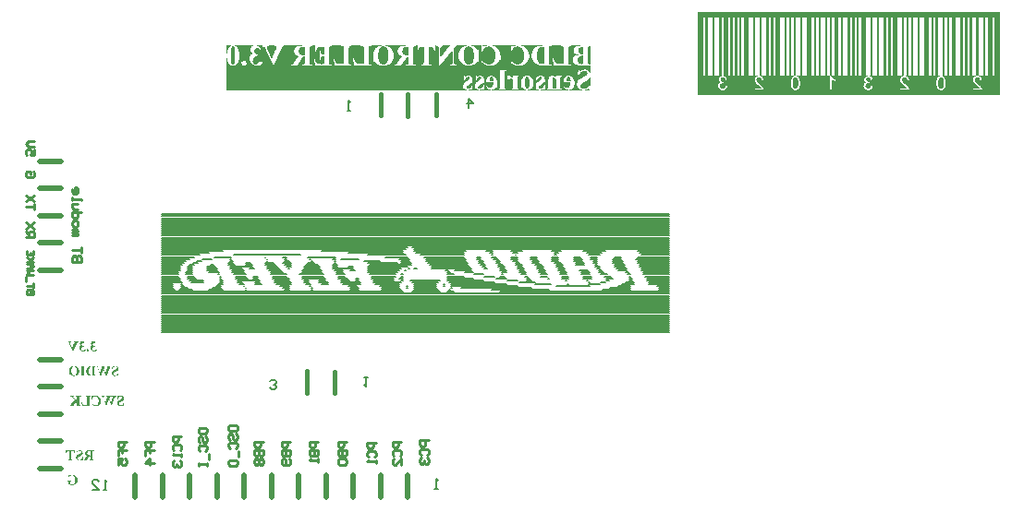
<source format=gbr>
G04*
G04 #@! TF.GenerationSoftware,Altium Limited,Altium Designer,22.4.2 (48)*
G04*
G04 Layer_Color=32896*
%FSLAX44Y44*%
%MOMM*%
G71*
G04*
G04 #@! TF.SameCoordinates,66DA3E34-DB1B-427B-9A16-6C510F1B548E*
G04*
G04*
G04 #@! TF.FilePolarity,Positive*
G04*
G01*
G75*
%ADD12C,0.4000*%
%ADD13C,0.1778*%
%ADD14C,0.2540*%
%ADD19C,0.1270*%
%ADD64C,0.5000*%
G36*
X22146Y683559D02*
X22015Y683541D01*
X21846Y683522D01*
X21659Y683484D01*
X21453Y683447D01*
X21022Y683316D01*
X20778Y683241D01*
X20534Y683128D01*
X20272Y682997D01*
X20010Y682866D01*
X19766Y682697D01*
X19503Y682510D01*
X19485Y682491D01*
X19447Y682454D01*
X19372Y682397D01*
X19278Y682322D01*
X19166Y682210D01*
X19035Y682079D01*
X18885Y681929D01*
X18735Y681760D01*
X18585Y681554D01*
X18416Y681348D01*
X18247Y681104D01*
X18079Y680841D01*
X17910Y680579D01*
X17760Y680279D01*
X17498Y679642D01*
X17479Y679623D01*
X17460Y679529D01*
X17423Y679398D01*
X17348Y679211D01*
X17292Y678986D01*
X17217Y678704D01*
X17123Y678386D01*
X17048Y678030D01*
X16954Y677655D01*
X16879Y677224D01*
X16804Y676792D01*
X16729Y676305D01*
X16673Y675818D01*
X16635Y675312D01*
X16617Y674768D01*
X16598Y674224D01*
Y683578D01*
X22259D01*
X22146Y683559D01*
D02*
G37*
G36*
X22634Y682641D02*
X22765Y682622D01*
X22915Y682585D01*
X23065Y682529D01*
X23215Y682454D01*
X23346Y682341D01*
X23365Y682322D01*
X23421Y682247D01*
X23515Y682135D01*
X23609Y681966D01*
X23721Y681741D01*
X23833Y681441D01*
X23927Y681104D01*
X24002Y680691D01*
Y680673D01*
Y680635D01*
X24021Y680542D01*
Y680410D01*
X24040Y680204D01*
X24058Y679960D01*
Y679810D01*
X24077Y679642D01*
Y679454D01*
Y679229D01*
X24096Y679004D01*
Y678761D01*
X24115Y678480D01*
Y678198D01*
X24134Y677880D01*
Y677523D01*
Y677149D01*
X24152Y676755D01*
Y676342D01*
Y675893D01*
Y675405D01*
X24171Y674899D01*
Y674355D01*
Y673774D01*
Y673175D01*
Y672537D01*
Y672518D01*
Y672500D01*
Y672443D01*
Y672369D01*
Y672181D01*
Y671919D01*
Y671619D01*
X24152Y671263D01*
Y670888D01*
X24134Y670475D01*
X24115Y669613D01*
X24077Y669182D01*
X24058Y668770D01*
X24021Y668376D01*
X24002Y668020D01*
X23946Y667701D01*
X23909Y667420D01*
Y667401D01*
X23890Y667382D01*
X23871Y667270D01*
X23833Y667101D01*
X23759Y666914D01*
X23684Y666708D01*
X23590Y666501D01*
X23477Y666314D01*
X23346Y666164D01*
X23327Y666145D01*
X23271Y666126D01*
X23196Y666070D01*
X23084Y666014D01*
X22934Y665958D01*
X22765Y665920D01*
X22578Y665883D01*
X22353Y665864D01*
X22240D01*
X22128Y665883D01*
X21978Y665920D01*
X21828Y665958D01*
X21659Y666033D01*
X21490Y666145D01*
X21359Y666276D01*
X21340Y666314D01*
X21265Y666426D01*
X21191Y666595D01*
X21078Y666839D01*
X20965Y667157D01*
X20853Y667551D01*
X20778Y668020D01*
X20722Y668563D01*
X20666Y674262D01*
Y674281D01*
Y674318D01*
Y674374D01*
Y674468D01*
Y674581D01*
Y674693D01*
Y675012D01*
Y675368D01*
Y675799D01*
Y676249D01*
Y676717D01*
X20684Y677673D01*
Y678123D01*
Y678555D01*
X20703Y678948D01*
Y679286D01*
Y679417D01*
Y679548D01*
X20722Y679660D01*
Y679735D01*
Y679754D01*
Y679810D01*
X20741Y679904D01*
Y680035D01*
X20759Y680185D01*
X20797Y680354D01*
X20853Y680729D01*
X20928Y681160D01*
X21040Y681554D01*
X21116Y681760D01*
X21191Y681929D01*
X21265Y682097D01*
X21359Y682228D01*
X21378Y682247D01*
X21415Y682303D01*
X21509Y682360D01*
X21622Y682454D01*
X21772Y682529D01*
X21959Y682585D01*
X22184Y682641D01*
X22446Y682660D01*
X22540D01*
X22634Y682641D01*
D02*
G37*
G36*
X350019Y683781D02*
Y664852D01*
X350000D01*
Y642912D01*
Y649267D01*
X349513D01*
Y649230D01*
X349475Y649136D01*
X349456Y648986D01*
X349400Y648798D01*
X349325Y648555D01*
X349250Y648273D01*
X349138Y647974D01*
X349007Y647655D01*
X348875Y647299D01*
X348707Y646943D01*
X348538Y646587D01*
X348332Y646212D01*
X348107Y645855D01*
X347844Y645518D01*
X347582Y645199D01*
X347282Y644899D01*
X347263Y644881D01*
X347207Y644843D01*
X347113Y644768D01*
X346982Y644675D01*
X346832Y644562D01*
X346645Y644431D01*
X346438Y644299D01*
X346213Y644168D01*
X345951Y644018D01*
X345670Y643887D01*
X345070Y643643D01*
X344733Y643550D01*
X344395Y643475D01*
X344058Y643437D01*
X343702Y643419D01*
X343552D01*
X343458Y643437D01*
X343327D01*
X343177Y643456D01*
X342839Y643512D01*
X342464Y643625D01*
X342071Y643756D01*
X341677Y643962D01*
X341490Y644075D01*
X341321Y644225D01*
X341302Y644243D01*
X341283Y644262D01*
X341190Y644374D01*
X341040Y644543D01*
X340871Y644768D01*
X340721Y645031D01*
X340571Y645349D01*
X340477Y645705D01*
X340440Y645912D01*
Y646099D01*
Y646137D01*
Y646212D01*
X340459Y646324D01*
X340477Y646493D01*
X340534Y646680D01*
X340590Y646886D01*
X340684Y647093D01*
X340796Y647318D01*
X340815Y647336D01*
X340852Y647411D01*
X340946Y647542D01*
X341059Y647692D01*
X341190Y647861D01*
X341377Y648049D01*
X341583Y648236D01*
X341827Y648442D01*
X341865Y648461D01*
X341958Y648536D01*
X342033Y648592D01*
X342127Y648667D01*
X342239Y648742D01*
X342389Y648817D01*
X342539Y648911D01*
X342708Y649023D01*
X342914Y649136D01*
X343139Y649267D01*
X343383Y649398D01*
X343645Y649548D01*
X343927Y649698D01*
X344245Y649848D01*
X344264Y649867D01*
X344358Y649904D01*
X344470Y649961D01*
X344639Y650054D01*
X344845Y650148D01*
X345070Y650279D01*
X345332Y650411D01*
X345614Y650560D01*
X346176Y650879D01*
X346776Y651217D01*
X347038Y651385D01*
X347319Y651554D01*
X347544Y651723D01*
X347769Y651891D01*
X347788Y651910D01*
X347807Y651929D01*
X347863Y651985D01*
X347938Y652041D01*
X348144Y652210D01*
X348369Y652454D01*
X348650Y652735D01*
X348913Y653054D01*
X349175Y653410D01*
X349419Y653785D01*
Y653803D01*
X349438Y653841D01*
X349475Y653897D01*
X349513Y653972D01*
X349550Y654066D01*
X349588Y654178D01*
X349700Y654459D01*
X349794Y654816D01*
X349888Y655209D01*
X349963Y655640D01*
X349981Y656090D01*
Y656109D01*
Y656184D01*
X349963Y656296D01*
Y656446D01*
X349925Y656634D01*
X349906Y656859D01*
X349850Y657103D01*
X349775Y657365D01*
X349700Y657627D01*
X349588Y657927D01*
X349475Y658227D01*
X349325Y658546D01*
X349138Y658846D01*
X348932Y659165D01*
X348688Y659464D01*
X348407Y659746D01*
X348388Y659764D01*
X348332Y659821D01*
X348238Y659896D01*
X348125Y659989D01*
X347976Y660102D01*
X347788Y660233D01*
X347563Y660364D01*
X347319Y660514D01*
X347038Y660645D01*
X346738Y660777D01*
X346420Y660908D01*
X346063Y661020D01*
X345689Y661133D01*
X345295Y661208D01*
X344864Y661245D01*
X344433Y661264D01*
X350000D01*
X338659D01*
X338509Y655284D01*
X339053D01*
Y655303D01*
X339072Y655378D01*
X339090Y655490D01*
X339146Y655659D01*
X339184Y655847D01*
X339259Y656071D01*
X339334Y656315D01*
X339446Y656578D01*
X339559Y656859D01*
X339690Y657140D01*
X339840Y657440D01*
X340028Y657740D01*
X340215Y658040D01*
X340440Y658340D01*
X340684Y658621D01*
X340965Y658883D01*
X340984Y658902D01*
X341040Y658940D01*
X341115Y659015D01*
X341227Y659108D01*
X341358Y659202D01*
X341527Y659314D01*
X341715Y659446D01*
X341940Y659577D01*
X342164Y659708D01*
X342408Y659839D01*
X342971Y660045D01*
X343252Y660139D01*
X343570Y660214D01*
X343889Y660252D01*
X344208Y660270D01*
X344339D01*
X344433Y660252D01*
X344545D01*
X344676Y660233D01*
X344976Y660177D01*
X345314Y660102D01*
X345670Y659970D01*
X346026Y659783D01*
X346345Y659539D01*
X346382Y659502D01*
X346476Y659408D01*
X346588Y659258D01*
X346738Y659071D01*
X346888Y658827D01*
X347001Y658527D01*
X347094Y658208D01*
X347132Y657871D01*
Y657852D01*
Y657777D01*
X347113Y657665D01*
X347094Y657515D01*
X347076Y657365D01*
X347020Y657178D01*
X346963Y657009D01*
X346870Y656821D01*
X346851Y656803D01*
X346795Y656709D01*
X346701Y656596D01*
X346570Y656428D01*
X346401Y656240D01*
X346176Y656034D01*
X345932Y655809D01*
X345632Y655584D01*
X345595Y655565D01*
X345557Y655547D01*
X345501Y655509D01*
X345426Y655453D01*
X345314Y655397D01*
X345182Y655322D01*
X345033Y655228D01*
X344864Y655134D01*
X344658Y655022D01*
X344414Y654891D01*
X344151Y654759D01*
X343852Y654609D01*
X343514Y654422D01*
X343158Y654253D01*
X342746Y654047D01*
X342708Y654028D01*
X342614Y653972D01*
X342446Y653897D01*
X342239Y653785D01*
X341977Y653653D01*
X341696Y653485D01*
X341377Y653297D01*
X341040Y653091D01*
X340327Y652641D01*
X339634Y652154D01*
X339296Y651910D01*
X338997Y651648D01*
X338734Y651385D01*
X338509Y651123D01*
X338490Y651104D01*
X338453Y651067D01*
X338415Y650992D01*
X338340Y650879D01*
X338247Y650748D01*
X338153Y650598D01*
X338059Y650411D01*
X337947Y650223D01*
X337853Y649998D01*
X337759Y649754D01*
X337572Y649211D01*
X337497Y648930D01*
X337459Y648630D01*
X337422Y648311D01*
X337403Y647974D01*
Y648123D01*
Y647974D01*
Y643287D01*
Y647880D01*
X337422Y647749D01*
Y647599D01*
X337459Y647411D01*
X337497Y647186D01*
X337553Y646924D01*
X337628Y646643D01*
X337722Y646361D01*
X337834Y646043D01*
X337984Y645724D01*
X338153Y645406D01*
X338340Y645068D01*
X338584Y644749D01*
X338847Y644431D01*
X339165Y644112D01*
X339184Y644093D01*
X339240Y644037D01*
X339353Y643962D01*
X339484Y643868D01*
X339653Y643737D01*
X339859Y643606D01*
X340103Y643456D01*
X340384Y643306D01*
X340684Y643156D01*
X341021Y643006D01*
X341396Y642875D01*
X341790Y642744D01*
X342221Y642650D01*
X342652Y642575D01*
X343139Y642519D01*
X343627Y642500D01*
X337403D01*
Y642538D01*
Y642500D01*
X16579D01*
Y664852D01*
X49777D01*
X16598D01*
Y665264D01*
Y664889D01*
Y673962D01*
X16617Y673774D01*
Y673531D01*
X16635Y673250D01*
X16654Y672931D01*
X16692Y672594D01*
X16729Y672219D01*
X16785Y671825D01*
X16917Y670981D01*
X17104Y670082D01*
X17366Y669201D01*
Y669182D01*
X17385Y669144D01*
X17404Y669069D01*
X17441Y668957D01*
X17498Y668845D01*
X17554Y668695D01*
X17685Y668376D01*
X17854Y668001D01*
X18079Y667607D01*
X18304Y667214D01*
X18585Y666858D01*
Y666839D01*
X18622Y666820D01*
X18716Y666708D01*
X18866Y666539D01*
X19072Y666333D01*
X19335Y666108D01*
X19635Y665864D01*
X19953Y665639D01*
X20309Y665414D01*
X20328D01*
X20347Y665395D01*
X20403Y665358D01*
X20478Y665339D01*
X20666Y665245D01*
X20928Y665152D01*
X21247Y665058D01*
X21603Y664964D01*
X21997Y664908D01*
X22409Y664889D01*
X28182D01*
X22540D01*
X22634Y664908D01*
X22746D01*
X22878Y664927D01*
X23177Y664964D01*
X23552Y665058D01*
X23946Y665170D01*
X24358Y665320D01*
X24752Y665545D01*
X24771D01*
X24790Y665583D01*
X24846Y665620D01*
X24921Y665676D01*
X25127Y665826D01*
X25371Y666033D01*
X25671Y666295D01*
X25970Y666614D01*
X26289Y667007D01*
X26608Y667439D01*
Y667457D01*
X26627Y667476D01*
X26664Y667532D01*
X26702Y667607D01*
X26758Y667701D01*
X26814Y667795D01*
X26945Y668076D01*
X27114Y668413D01*
X27283Y668826D01*
X27451Y669313D01*
X27620Y669838D01*
Y669857D01*
X27639Y669932D01*
X27676Y670044D01*
X27714Y670194D01*
X27751Y670382D01*
X27789Y670588D01*
X27845Y670850D01*
X27901Y671113D01*
X27957Y671431D01*
X27995Y671750D01*
X28051Y672087D01*
X28089Y672462D01*
X28164Y673212D01*
X28182Y674018D01*
Y674299D01*
X28164Y674505D01*
Y674768D01*
X28145Y675068D01*
X28107Y675405D01*
X28089Y675780D01*
X28033Y676193D01*
X27976Y676605D01*
X27845Y677523D01*
X27639Y678442D01*
X27526Y678911D01*
X27376Y679379D01*
Y679398D01*
X27339Y679473D01*
X27301Y679567D01*
X27245Y679717D01*
X27170Y679885D01*
X27095Y680073D01*
X26983Y680298D01*
X26870Y680523D01*
X26589Y681029D01*
X26233Y681554D01*
X25821Y682041D01*
X25577Y682285D01*
X25333Y682491D01*
X25314Y682510D01*
X25277Y682547D01*
X25202Y682585D01*
X25089Y682660D01*
X24958Y682735D01*
X24808Y682828D01*
X24640Y682941D01*
X24452Y683035D01*
X24002Y683241D01*
X23515Y683410D01*
X23252Y683484D01*
X22971Y683541D01*
X22690Y683559D01*
X22409Y683578D01*
X28182D01*
X16598D01*
Y683781D01*
X350019D01*
D02*
G37*
G36*
X344114Y661245D02*
X343889D01*
X343645Y661208D01*
X343364Y661170D01*
X343046Y661114D01*
X342746Y661039D01*
X342708D01*
X342633Y661002D01*
X342502Y660964D01*
X342314Y660908D01*
X342108Y660833D01*
X341846Y660739D01*
X341546Y660608D01*
X341227Y660458D01*
X341208D01*
X341190Y660439D01*
X341077Y660383D01*
X340927Y660327D01*
X340740Y660252D01*
X340534Y660158D01*
X340309Y660102D01*
X340121Y660045D01*
X339971Y660027D01*
X339915D01*
X339859Y660045D01*
X339784D01*
X339615Y660120D01*
X339521Y660158D01*
X339446Y660233D01*
X339428Y660252D01*
X339409Y660270D01*
X339371Y660345D01*
X339315Y660439D01*
X339259Y660570D01*
X339184Y660758D01*
X339128Y660983D01*
X339053Y661264D01*
X344283D01*
X344114Y661245D01*
D02*
G37*
G36*
X348294Y643568D02*
X348388Y643550D01*
X348500Y643512D01*
X348632Y643475D01*
X348763Y643400D01*
X348913Y643306D01*
X348932Y643287D01*
X348969Y643250D01*
X349044Y643194D01*
X349119Y643100D01*
X349231Y642987D01*
X349325Y642856D01*
X349419Y642688D01*
X349513Y642500D01*
X343777D01*
X343927Y642519D01*
X344151D01*
X344395Y642538D01*
X344658Y642575D01*
X345239Y642688D01*
X345276D01*
X345370Y642725D01*
X345539Y642762D01*
X345764Y642837D01*
X346026Y642912D01*
X346345Y643025D01*
X346720Y643156D01*
X347132Y643306D01*
X347151Y643325D01*
X347226Y643344D01*
X347357Y643400D01*
X347488Y643456D01*
X347657Y643493D01*
X347826Y643550D01*
X347994Y643568D01*
X348163Y643587D01*
X348219D01*
X348294Y643568D01*
D02*
G37*
G36*
X-124611Y289363D02*
X-124236Y289326D01*
X-123871Y289251D01*
X-123533Y289166D01*
X-123224Y289054D01*
X-122924Y288941D01*
X-122652Y288810D01*
X-122409Y288688D01*
X-122184Y288557D01*
X-121987Y288426D01*
X-121818Y288314D01*
X-121678Y288201D01*
X-121575Y288117D01*
X-121490Y288042D01*
X-121443Y288004D01*
X-121425Y287985D01*
X-121172Y287714D01*
X-120956Y287442D01*
X-120768Y287151D01*
X-120600Y286861D01*
X-120459Y286570D01*
X-120347Y286289D01*
X-120253Y286017D01*
X-120178Y285755D01*
X-120122Y285502D01*
X-120075Y285277D01*
X-120047Y285080D01*
X-120019Y284902D01*
X-120009Y284761D01*
Y284705D01*
X-120000Y284658D01*
Y284611D01*
Y284583D01*
Y284574D01*
Y284564D01*
X-120009Y284358D01*
X-120019Y284152D01*
X-120075Y283768D01*
X-120112Y283590D01*
X-120150Y283421D01*
X-120187Y283271D01*
X-120234Y283121D01*
X-120281Y282990D01*
X-120319Y282868D01*
X-120356Y282765D01*
X-120394Y282681D01*
X-120422Y282615D01*
X-120450Y282559D01*
X-120459Y282531D01*
X-120469Y282521D01*
X-120619Y282268D01*
X-120778Y282024D01*
X-120947Y281809D01*
X-121106Y281621D01*
X-121181Y281546D01*
X-121247Y281472D01*
X-121312Y281406D01*
X-121368Y281359D01*
X-121406Y281312D01*
X-121443Y281284D01*
X-121462Y281265D01*
X-121472Y281256D01*
X-121725Y281059D01*
X-121978Y280881D01*
X-122231Y280722D01*
X-122456Y280590D01*
X-122568Y280534D01*
X-122662Y280487D01*
X-122746Y280441D01*
X-122821Y280412D01*
X-122877Y280384D01*
X-122924Y280366D01*
X-122952Y280347D01*
X-122962D01*
X-123121Y280291D01*
X-123299Y280234D01*
X-123646Y280150D01*
X-124002Y280084D01*
X-124171Y280066D01*
X-124340Y280047D01*
X-124489Y280028D01*
X-124630Y280019D01*
X-124761Y280009D01*
X-124864D01*
X-124958Y280000D01*
X-125080D01*
X-125455Y280009D01*
X-125802Y280028D01*
X-126130Y280066D01*
X-126280Y280084D01*
X-126420Y280103D01*
X-126551Y280112D01*
X-126664Y280131D01*
X-126767Y280150D01*
X-126851Y280169D01*
X-126917Y280178D01*
X-126973Y280187D01*
X-127001Y280197D01*
X-127011D01*
X-127358Y280272D01*
X-127685Y280366D01*
X-127985Y280459D01*
X-128126Y280506D01*
X-128257Y280553D01*
X-128370Y280590D01*
X-128482Y280628D01*
X-128576Y280665D01*
X-128651Y280694D01*
X-128716Y280722D01*
X-128763Y280740D01*
X-128792Y280759D01*
X-128801D01*
Y282634D01*
Y282802D01*
X-128810Y282934D01*
X-128820Y283037D01*
X-128829Y283121D01*
X-128838Y283177D01*
X-128848Y283215D01*
X-128857Y283234D01*
Y283243D01*
X-128904Y283327D01*
X-128951Y283402D01*
X-128998Y283458D01*
X-129045Y283505D01*
X-129091Y283543D01*
X-129129Y283571D01*
X-129148Y283590D01*
X-129157D01*
X-129241Y283627D01*
X-129345Y283655D01*
X-129466Y283683D01*
X-129579Y283702D01*
X-129682Y283711D01*
X-129766Y283721D01*
X-129832Y283730D01*
X-129851D01*
Y283974D01*
X-125492D01*
Y283730D01*
X-125717D01*
X-125839Y283721D01*
X-125942Y283711D01*
X-126036Y283693D01*
X-126120Y283665D01*
X-126186Y283637D01*
X-126233Y283618D01*
X-126261Y283608D01*
X-126270Y283599D01*
X-126345Y283552D01*
X-126411Y283505D01*
X-126467Y283458D01*
X-126505Y283412D01*
X-126533Y283374D01*
X-126551Y283346D01*
X-126570Y283327D01*
Y283318D01*
X-126598Y283243D01*
X-126617Y283140D01*
X-126626Y283027D01*
X-126636Y282915D01*
X-126645Y282812D01*
Y282718D01*
Y282681D01*
Y282652D01*
Y282643D01*
Y282634D01*
Y280759D01*
X-126383Y280675D01*
X-126270Y280637D01*
X-126158Y280609D01*
X-126073Y280590D01*
X-125998Y280572D01*
X-125961Y280562D01*
X-125942D01*
X-125698Y280525D01*
X-125586Y280515D01*
X-125492Y280506D01*
X-125408Y280497D01*
X-125286D01*
X-125117Y280506D01*
X-124949Y280515D01*
X-124639Y280572D01*
X-124499Y280600D01*
X-124368Y280637D01*
X-124246Y280684D01*
X-124133Y280722D01*
X-124030Y280769D01*
X-123937Y280806D01*
X-123862Y280844D01*
X-123796Y280881D01*
X-123740Y280909D01*
X-123702Y280928D01*
X-123683Y280937D01*
X-123674Y280947D01*
X-123552Y281040D01*
X-123440Y281143D01*
X-123233Y281359D01*
X-123065Y281603D01*
X-122934Y281828D01*
X-122868Y281940D01*
X-122821Y282043D01*
X-122784Y282137D01*
X-122746Y282212D01*
X-122727Y282278D01*
X-122709Y282334D01*
X-122690Y282362D01*
Y282371D01*
X-122587Y282746D01*
X-122521Y283140D01*
X-122465Y283515D01*
X-122446Y283702D01*
X-122428Y283871D01*
X-122418Y284030D01*
X-122409Y284180D01*
X-122399Y284311D01*
Y284424D01*
X-122390Y284518D01*
Y284583D01*
Y284621D01*
Y284639D01*
X-122399Y285033D01*
X-122437Y285408D01*
X-122456Y285586D01*
X-122484Y285764D01*
X-122502Y285924D01*
X-122531Y286073D01*
X-122559Y286214D01*
X-122587Y286336D01*
X-122606Y286448D01*
X-122624Y286533D01*
X-122643Y286608D01*
X-122662Y286664D01*
X-122671Y286701D01*
Y286711D01*
X-122727Y286898D01*
X-122793Y287067D01*
X-122859Y287236D01*
X-122934Y287386D01*
X-123018Y287526D01*
X-123093Y287657D01*
X-123177Y287770D01*
X-123252Y287882D01*
X-123327Y287976D01*
X-123393Y288051D01*
X-123458Y288126D01*
X-123505Y288182D01*
X-123552Y288229D01*
X-123590Y288257D01*
X-123608Y288276D01*
X-123618Y288285D01*
X-123749Y288389D01*
X-123880Y288473D01*
X-124021Y288548D01*
X-124161Y288613D01*
X-124302Y288670D01*
X-124443Y288717D01*
X-124705Y288782D01*
X-124827Y288810D01*
X-124930Y288829D01*
X-125033Y288838D01*
X-125117Y288848D01*
X-125192Y288857D01*
X-125286D01*
X-125483Y288848D01*
X-125670Y288829D01*
X-125858Y288792D01*
X-126027Y288754D01*
X-126195Y288698D01*
X-126355Y288641D01*
X-126505Y288585D01*
X-126645Y288520D01*
X-126767Y288454D01*
X-126880Y288398D01*
X-126983Y288342D01*
X-127067Y288285D01*
X-127133Y288248D01*
X-127179Y288210D01*
X-127207Y288192D01*
X-127217Y288182D01*
X-127376Y288051D01*
X-127526Y287901D01*
X-127676Y287751D01*
X-127798Y287592D01*
X-127920Y287432D01*
X-128032Y287264D01*
X-128135Y287104D01*
X-128220Y286954D01*
X-128304Y286805D01*
X-128370Y286664D01*
X-128426Y286542D01*
X-128473Y286439D01*
X-128510Y286345D01*
X-128538Y286280D01*
X-128548Y286242D01*
X-128557Y286223D01*
X-128801D01*
Y289382D01*
X-128557D01*
X-128501Y289251D01*
X-128454Y289138D01*
X-128398Y289045D01*
X-128351Y288979D01*
X-128314Y288923D01*
X-128285Y288885D01*
X-128267Y288867D01*
X-128257Y288857D01*
X-128201Y288810D01*
X-128145Y288782D01*
X-128032Y288745D01*
X-127985Y288735D01*
X-127948Y288726D01*
X-127892D01*
X-127854Y288735D01*
X-127751Y288763D01*
X-127620Y288801D01*
X-127489Y288848D01*
X-127358Y288895D01*
X-127245Y288932D01*
X-127207Y288951D01*
X-127170Y288960D01*
X-127151Y288970D01*
X-127142D01*
X-126917Y289054D01*
X-126720Y289119D01*
X-126561Y289176D01*
X-126430Y289213D01*
X-126327Y289241D01*
X-126261Y289260D01*
X-126214Y289270D01*
X-126205D01*
X-125998Y289307D01*
X-125792Y289335D01*
X-125586Y289354D01*
X-125408Y289373D01*
X-125249D01*
X-125174Y289382D01*
X-125005D01*
X-124611Y289363D01*
D02*
G37*
G36*
X-117803Y311873D02*
X-117587Y311854D01*
X-117391Y311816D01*
X-117203Y311760D01*
X-117025Y311704D01*
X-116866Y311638D01*
X-116716Y311573D01*
X-116575Y311507D01*
X-116453Y311432D01*
X-116341Y311367D01*
X-116247Y311301D01*
X-116172Y311245D01*
X-116116Y311198D01*
X-116069Y311160D01*
X-116041Y311132D01*
X-116032Y311123D01*
X-115891Y310982D01*
X-115769Y310832D01*
X-115666Y310673D01*
X-115572Y310523D01*
X-115497Y310364D01*
X-115441Y310214D01*
X-115385Y310064D01*
X-115347Y309932D01*
X-115310Y309801D01*
X-115282Y309679D01*
X-115272Y309567D01*
X-115254Y309473D01*
Y309398D01*
X-115244Y309342D01*
Y309305D01*
Y309295D01*
X-115254Y309070D01*
X-115291Y308855D01*
X-115338Y308658D01*
X-115385Y308480D01*
X-115441Y308339D01*
X-115460Y308283D01*
X-115479Y308236D01*
X-115497Y308199D01*
X-115516Y308170D01*
X-115525Y308152D01*
Y308142D01*
X-115647Y307955D01*
X-115779Y307777D01*
X-115910Y307617D01*
X-116050Y307477D01*
X-116163Y307355D01*
X-116266Y307271D01*
X-116303Y307243D01*
X-116332Y307214D01*
X-116341Y307205D01*
X-116350Y307196D01*
X-116463Y307111D01*
X-116575Y307027D01*
X-116716Y306943D01*
X-116847Y306858D01*
X-117147Y306690D01*
X-117428Y306530D01*
X-117569Y306455D01*
X-117700Y306390D01*
X-117812Y306324D01*
X-117915Y306277D01*
X-118000Y306230D01*
X-118056Y306202D01*
X-118103Y306183D01*
X-118112Y306174D01*
X-118272Y306099D01*
X-118412Y306024D01*
X-118543Y305949D01*
X-118665Y305884D01*
X-118778Y305818D01*
X-118881Y305762D01*
X-118965Y305705D01*
X-119040Y305659D01*
X-119115Y305621D01*
X-119171Y305584D01*
X-119218Y305546D01*
X-119256Y305518D01*
X-119303Y305480D01*
X-119321Y305471D01*
X-119443Y305368D01*
X-119546Y305274D01*
X-119640Y305181D01*
X-119706Y305096D01*
X-119762Y305021D01*
X-119809Y304956D01*
X-119827Y304918D01*
X-119837Y304909D01*
X-119893Y304796D01*
X-119940Y304693D01*
X-119968Y304590D01*
X-119996Y304496D01*
X-120006Y304412D01*
X-120015Y304356D01*
Y304318D01*
Y304300D01*
Y304206D01*
X-119996Y304103D01*
X-119949Y303925D01*
X-119874Y303765D01*
X-119799Y303634D01*
X-119715Y303522D01*
X-119640Y303437D01*
X-119593Y303381D01*
X-119584Y303372D01*
X-119574Y303362D01*
X-119490Y303287D01*
X-119396Y303231D01*
X-119199Y303128D01*
X-119003Y303062D01*
X-118815Y303006D01*
X-118646Y302978D01*
X-118572Y302969D01*
X-118506D01*
X-118459Y302959D01*
X-118384D01*
X-118206Y302969D01*
X-118037Y302987D01*
X-117869Y303025D01*
X-117700Y303072D01*
X-117400Y303194D01*
X-117259Y303259D01*
X-117128Y303334D01*
X-117016Y303400D01*
X-116913Y303465D01*
X-116819Y303531D01*
X-116744Y303587D01*
X-116678Y303634D01*
X-116631Y303672D01*
X-116603Y303690D01*
X-116594Y303700D01*
X-116444Y303850D01*
X-116313Y304009D01*
X-116181Y304178D01*
X-116069Y304356D01*
X-115966Y304543D01*
X-115882Y304721D01*
X-115797Y304899D01*
X-115732Y305077D01*
X-115666Y305237D01*
X-115610Y305387D01*
X-115572Y305527D01*
X-115535Y305649D01*
X-115507Y305743D01*
X-115497Y305818D01*
X-115479Y305865D01*
Y305884D01*
X-115235D01*
Y302500D01*
X-115479D01*
X-115525Y302594D01*
X-115572Y302678D01*
X-115619Y302744D01*
X-115675Y302800D01*
X-115713Y302847D01*
X-115750Y302875D01*
X-115769Y302894D01*
X-115779Y302903D01*
X-115854Y302950D01*
X-115919Y302987D01*
X-115985Y303006D01*
X-116041Y303025D01*
X-116088Y303034D01*
X-116125Y303044D01*
X-116153D01*
X-116238Y303034D01*
X-116322Y303025D01*
X-116406Y302997D01*
X-116491Y302978D01*
X-116556Y302950D01*
X-116622Y302922D01*
X-116659Y302912D01*
X-116669Y302903D01*
X-116875Y302828D01*
X-117063Y302762D01*
X-117222Y302706D01*
X-117353Y302669D01*
X-117466Y302631D01*
X-117550Y302612D01*
X-117597Y302594D01*
X-117615D01*
X-117906Y302537D01*
X-118037Y302519D01*
X-118159Y302509D01*
X-118272D01*
X-118347Y302500D01*
X-118422D01*
X-118665Y302509D01*
X-118909Y302537D01*
X-119124Y302575D01*
X-119340Y302622D01*
X-119537Y302687D01*
X-119724Y302753D01*
X-119893Y302828D01*
X-120043Y302903D01*
X-120184Y302978D01*
X-120305Y303053D01*
X-120408Y303119D01*
X-120493Y303184D01*
X-120559Y303231D01*
X-120615Y303269D01*
X-120643Y303297D01*
X-120652Y303306D01*
X-120812Y303465D01*
X-120943Y303625D01*
X-121065Y303784D01*
X-121158Y303953D01*
X-121243Y304112D01*
X-121318Y304271D01*
X-121374Y304431D01*
X-121421Y304571D01*
X-121458Y304712D01*
X-121486Y304843D01*
X-121505Y304956D01*
X-121524Y305049D01*
Y305124D01*
X-121533Y305190D01*
Y305227D01*
Y305237D01*
X-121524Y305406D01*
X-121505Y305565D01*
X-121486Y305715D01*
X-121449Y305855D01*
X-121355Y306127D01*
X-121308Y306249D01*
X-121262Y306362D01*
X-121205Y306455D01*
X-121158Y306549D01*
X-121111Y306624D01*
X-121065Y306690D01*
X-121027Y306746D01*
X-121008Y306783D01*
X-120990Y306802D01*
X-120980Y306811D01*
X-120868Y306943D01*
X-120737Y307074D01*
X-120587Y307205D01*
X-120418Y307327D01*
X-120071Y307571D01*
X-119715Y307796D01*
X-119546Y307899D01*
X-119387Y307992D01*
X-119246Y308077D01*
X-119115Y308142D01*
X-119012Y308199D01*
X-118928Y308236D01*
X-118881Y308264D01*
X-118862Y308274D01*
X-118656Y308377D01*
X-118478Y308461D01*
X-118309Y308555D01*
X-118159Y308630D01*
X-118028Y308695D01*
X-117906Y308761D01*
X-117803Y308817D01*
X-117719Y308864D01*
X-117644Y308911D01*
X-117578Y308948D01*
X-117522Y308976D01*
X-117484Y309005D01*
X-117456Y309023D01*
X-117437Y309033D01*
X-117419Y309042D01*
X-117269Y309155D01*
X-117147Y309267D01*
X-117034Y309370D01*
X-116950Y309464D01*
X-116884Y309548D01*
X-116838Y309604D01*
X-116810Y309651D01*
X-116800Y309661D01*
X-116753Y309754D01*
X-116725Y309839D01*
X-116697Y309932D01*
X-116688Y310007D01*
X-116678Y310082D01*
X-116669Y310139D01*
Y310176D01*
Y310186D01*
X-116688Y310354D01*
X-116735Y310514D01*
X-116791Y310664D01*
X-116866Y310785D01*
X-116941Y310879D01*
X-116997Y310954D01*
X-117044Y311001D01*
X-117063Y311020D01*
X-117222Y311141D01*
X-117400Y311235D01*
X-117578Y311301D01*
X-117747Y311338D01*
X-117897Y311367D01*
X-117962Y311376D01*
X-118019D01*
X-118065Y311385D01*
X-118131D01*
X-118290Y311376D01*
X-118450Y311357D01*
X-118609Y311320D01*
X-118750Y311273D01*
X-119031Y311170D01*
X-119153Y311104D01*
X-119265Y311038D01*
X-119378Y310973D01*
X-119471Y310907D01*
X-119556Y310851D01*
X-119621Y310804D01*
X-119677Y310757D01*
X-119715Y310720D01*
X-119743Y310701D01*
X-119753Y310692D01*
X-119893Y310560D01*
X-120015Y310420D01*
X-120127Y310270D01*
X-120221Y310120D01*
X-120315Y309970D01*
X-120390Y309820D01*
X-120455Y309679D01*
X-120512Y309539D01*
X-120568Y309408D01*
X-120605Y309286D01*
X-120643Y309173D01*
X-120662Y309080D01*
X-120690Y308995D01*
X-120699Y308939D01*
X-120709Y308902D01*
Y308892D01*
X-120980D01*
X-120905Y311882D01*
X-120709D01*
X-120671Y311741D01*
X-120643Y311629D01*
X-120605Y311535D01*
X-120577Y311470D01*
X-120549Y311423D01*
X-120530Y311385D01*
X-120521Y311376D01*
X-120512Y311367D01*
X-120474Y311329D01*
X-120427Y311310D01*
X-120343Y311273D01*
X-120305D01*
X-120277Y311263D01*
X-120249D01*
X-120174Y311273D01*
X-120080Y311301D01*
X-119968Y311329D01*
X-119865Y311376D01*
X-119771Y311413D01*
X-119696Y311441D01*
X-119640Y311470D01*
X-119631Y311479D01*
X-119621D01*
X-119462Y311554D01*
X-119312Y311619D01*
X-119181Y311666D01*
X-119078Y311704D01*
X-118984Y311732D01*
X-118918Y311751D01*
X-118881Y311770D01*
X-118862D01*
X-118712Y311807D01*
X-118553Y311835D01*
X-118412Y311854D01*
X-118290Y311873D01*
X-118178D01*
X-118094Y311882D01*
X-118019D01*
X-117803Y311873D01*
D02*
G37*
G36*
X-122564Y309248D02*
X-122808D01*
X-122845Y309426D01*
X-122883Y309595D01*
X-122930Y309754D01*
X-122986Y309904D01*
X-123042Y310036D01*
X-123098Y310167D01*
X-123164Y310279D01*
X-123230Y310382D01*
X-123286Y310476D01*
X-123342Y310551D01*
X-123389Y310617D01*
X-123436Y310673D01*
X-123473Y310720D01*
X-123502Y310748D01*
X-123520Y310767D01*
X-123530Y310776D01*
X-123614Y310842D01*
X-123708Y310907D01*
X-123914Y311001D01*
X-124129Y311067D01*
X-124354Y311113D01*
X-124551Y311141D01*
X-124636Y311151D01*
X-124711D01*
X-124776Y311160D01*
X-125507D01*
Y304243D01*
Y304121D01*
Y304009D01*
X-125498Y303915D01*
Y303822D01*
X-125489Y303747D01*
Y303672D01*
X-125470Y303568D01*
X-125460Y303484D01*
X-125442Y303437D01*
X-125432Y303409D01*
Y303400D01*
X-125395Y303325D01*
X-125348Y303259D01*
X-125301Y303203D01*
X-125254Y303156D01*
X-125217Y303119D01*
X-125189Y303100D01*
X-125170Y303090D01*
X-125161Y303081D01*
X-125067Y303034D01*
X-124964Y303006D01*
X-124860Y302978D01*
X-124757Y302969D01*
X-124673Y302959D01*
X-124598Y302950D01*
X-124242D01*
Y302706D01*
X-128938D01*
Y302950D01*
X-128638D01*
X-128497Y302959D01*
X-128385Y302969D01*
X-128272Y302987D01*
X-128188Y303015D01*
X-128122Y303034D01*
X-128066Y303053D01*
X-128038Y303062D01*
X-128028Y303072D01*
X-127954Y303119D01*
X-127888Y303175D01*
X-127841Y303222D01*
X-127803Y303269D01*
X-127775Y303315D01*
X-127757Y303344D01*
X-127738Y303362D01*
Y303372D01*
X-127729Y303409D01*
X-127710Y303456D01*
X-127691Y303587D01*
X-127682Y303728D01*
X-127672Y303878D01*
X-127663Y304018D01*
Y304131D01*
Y304178D01*
Y304215D01*
Y304234D01*
Y304243D01*
Y311160D01*
X-128328D01*
X-128544Y311151D01*
X-128722Y311141D01*
X-128872Y311123D01*
X-128994Y311104D01*
X-129088Y311076D01*
X-129153Y311057D01*
X-129191Y311048D01*
X-129200Y311038D01*
X-129359Y310954D01*
X-129500Y310851D01*
X-129622Y310757D01*
X-129725Y310664D01*
X-129800Y310579D01*
X-129856Y310514D01*
X-129894Y310467D01*
X-129903Y310448D01*
X-129950Y310373D01*
X-129997Y310289D01*
X-130090Y310111D01*
X-130165Y309904D01*
X-130240Y309708D01*
X-130297Y309529D01*
X-130325Y309454D01*
X-130344Y309389D01*
X-130362Y309333D01*
X-130372Y309286D01*
X-130381Y309258D01*
Y309248D01*
X-130625D01*
Y311676D01*
X-122564D01*
Y309248D01*
D02*
G37*
G36*
X-105000Y311432D02*
X-105216Y311423D01*
X-105384Y311413D01*
X-105534Y311395D01*
X-105647Y311376D01*
X-105731Y311348D01*
X-105787Y311329D01*
X-105825Y311320D01*
X-105834Y311310D01*
X-105909Y311263D01*
X-105975Y311217D01*
X-106031Y311170D01*
X-106078Y311123D01*
X-106115Y311076D01*
X-106134Y311038D01*
X-106153Y311020D01*
Y311010D01*
X-106172Y310973D01*
X-106181Y310917D01*
X-106209Y310785D01*
X-106228Y310645D01*
X-106237Y310485D01*
X-106247Y310336D01*
Y310279D01*
Y310214D01*
Y310167D01*
Y310129D01*
Y310111D01*
Y310101D01*
Y304281D01*
Y304150D01*
Y304028D01*
X-106237Y303925D01*
X-106228Y303831D01*
Y303747D01*
X-106218Y303672D01*
X-106209Y303606D01*
X-106200Y303550D01*
X-106181Y303456D01*
X-106172Y303400D01*
X-106153Y303372D01*
Y303362D01*
X-106115Y303297D01*
X-106068Y303240D01*
X-105956Y303147D01*
X-105909Y303109D01*
X-105872Y303081D01*
X-105843Y303072D01*
X-105834Y303062D01*
X-105787Y303044D01*
X-105740Y303025D01*
X-105609Y302997D01*
X-105478Y302978D01*
X-105337Y302969D01*
X-105206Y302959D01*
X-105103Y302950D01*
X-105000D01*
Y302706D01*
X-109593D01*
Y302950D01*
X-109377Y302959D01*
X-109199Y302969D01*
X-109058Y302987D01*
X-108937Y303006D01*
X-108852Y303025D01*
X-108796Y303044D01*
X-108758Y303062D01*
X-108749D01*
X-108674Y303109D01*
X-108608Y303156D01*
X-108552Y303203D01*
X-108505Y303259D01*
X-108468Y303297D01*
X-108449Y303334D01*
X-108440Y303353D01*
X-108430Y303362D01*
X-108412Y303400D01*
X-108402Y303456D01*
X-108384Y303587D01*
X-108365Y303737D01*
X-108355Y303897D01*
Y304037D01*
X-108346Y304103D01*
Y304168D01*
Y304215D01*
Y304253D01*
Y304271D01*
Y304281D01*
Y306793D01*
X-108927D01*
X-111823Y302706D01*
X-114654D01*
Y302950D01*
X-114523Y302969D01*
X-114401Y302987D01*
X-114288Y303025D01*
X-114194Y303062D01*
X-114120Y303100D01*
X-114063Y303137D01*
X-114026Y303156D01*
X-114016Y303165D01*
X-113979Y303203D01*
X-113941Y303240D01*
X-113848Y303344D01*
X-113745Y303465D01*
X-113651Y303587D01*
X-113557Y303709D01*
X-113482Y303803D01*
X-113454Y303840D01*
X-113435Y303868D01*
X-113426Y303887D01*
X-113417Y303897D01*
X-111261Y306933D01*
X-111551Y307018D01*
X-111805Y307121D01*
X-111926Y307168D01*
X-112029Y307224D01*
X-112123Y307271D01*
X-112207Y307318D01*
X-112282Y307364D01*
X-112348Y307411D01*
X-112404Y307449D01*
X-112451Y307486D01*
X-112489Y307514D01*
X-112517Y307533D01*
X-112526Y307552D01*
X-112536D01*
X-112667Y307674D01*
X-112770Y307805D01*
X-112873Y307945D01*
X-112957Y308077D01*
X-113023Y308217D01*
X-113079Y308358D01*
X-113126Y308489D01*
X-113163Y308611D01*
X-113201Y308733D01*
X-113220Y308845D01*
X-113238Y308939D01*
X-113248Y309023D01*
X-113257Y309098D01*
Y309145D01*
Y309183D01*
Y309192D01*
X-113248Y309342D01*
X-113238Y309483D01*
X-113182Y309754D01*
X-113107Y309998D01*
X-113060Y310111D01*
X-113023Y310204D01*
X-112976Y310298D01*
X-112929Y310373D01*
X-112892Y310448D01*
X-112854Y310504D01*
X-112826Y310551D01*
X-112798Y310579D01*
X-112789Y310598D01*
X-112779Y310607D01*
X-112592Y310823D01*
X-112386Y310992D01*
X-112179Y311141D01*
X-111983Y311254D01*
X-111805Y311338D01*
X-111729Y311367D01*
X-111664Y311395D01*
X-111617Y311413D01*
X-111580Y311432D01*
X-111551Y311441D01*
X-111542D01*
X-111392Y311479D01*
X-111223Y311516D01*
X-111045Y311554D01*
X-110858Y311573D01*
X-110464Y311619D01*
X-110071Y311648D01*
X-109893Y311657D01*
X-109714Y311666D01*
X-109564D01*
X-109424Y311676D01*
X-105000D01*
Y311432D01*
D02*
G37*
G36*
X-80068Y361873D02*
X-79852Y361854D01*
X-79656Y361816D01*
X-79468Y361760D01*
X-79290Y361704D01*
X-79131Y361638D01*
X-78981Y361573D01*
X-78840Y361507D01*
X-78718Y361432D01*
X-78606Y361367D01*
X-78512Y361301D01*
X-78437Y361245D01*
X-78381Y361198D01*
X-78334Y361160D01*
X-78306Y361132D01*
X-78297Y361123D01*
X-78156Y360982D01*
X-78034Y360832D01*
X-77931Y360673D01*
X-77837Y360523D01*
X-77762Y360364D01*
X-77706Y360214D01*
X-77650Y360064D01*
X-77613Y359933D01*
X-77575Y359801D01*
X-77547Y359679D01*
X-77537Y359567D01*
X-77519Y359473D01*
Y359398D01*
X-77509Y359342D01*
Y359305D01*
Y359295D01*
X-77519Y359070D01*
X-77556Y358855D01*
X-77603Y358658D01*
X-77650Y358480D01*
X-77706Y358339D01*
X-77725Y358283D01*
X-77744Y358236D01*
X-77762Y358199D01*
X-77781Y358170D01*
X-77790Y358152D01*
Y358142D01*
X-77912Y357955D01*
X-78044Y357777D01*
X-78175Y357617D01*
X-78315Y357477D01*
X-78428Y357355D01*
X-78531Y357271D01*
X-78569Y357243D01*
X-78597Y357214D01*
X-78606Y357205D01*
X-78615Y357196D01*
X-78728Y357111D01*
X-78840Y357027D01*
X-78981Y356943D01*
X-79112Y356858D01*
X-79412Y356690D01*
X-79693Y356530D01*
X-79834Y356455D01*
X-79965Y356390D01*
X-80077Y356324D01*
X-80181Y356277D01*
X-80265Y356230D01*
X-80321Y356202D01*
X-80368Y356183D01*
X-80377Y356174D01*
X-80537Y356099D01*
X-80677Y356024D01*
X-80808Y355949D01*
X-80930Y355883D01*
X-81043Y355818D01*
X-81146Y355762D01*
X-81230Y355705D01*
X-81305Y355659D01*
X-81380Y355621D01*
X-81437Y355584D01*
X-81483Y355546D01*
X-81521Y355518D01*
X-81568Y355480D01*
X-81587Y355471D01*
X-81708Y355368D01*
X-81811Y355274D01*
X-81905Y355181D01*
X-81971Y355096D01*
X-82027Y355021D01*
X-82074Y354956D01*
X-82093Y354918D01*
X-82102Y354909D01*
X-82158Y354796D01*
X-82205Y354693D01*
X-82233Y354590D01*
X-82261Y354496D01*
X-82271Y354412D01*
X-82280Y354356D01*
Y354318D01*
Y354300D01*
Y354206D01*
X-82261Y354103D01*
X-82214Y353925D01*
X-82139Y353765D01*
X-82065Y353634D01*
X-81980Y353522D01*
X-81905Y353437D01*
X-81858Y353381D01*
X-81849Y353372D01*
X-81840Y353362D01*
X-81755Y353287D01*
X-81661Y353231D01*
X-81465Y353128D01*
X-81268Y353062D01*
X-81080Y353006D01*
X-80912Y352978D01*
X-80837Y352969D01*
X-80771D01*
X-80724Y352959D01*
X-80649D01*
X-80471Y352969D01*
X-80302Y352987D01*
X-80134Y353025D01*
X-79965Y353072D01*
X-79665Y353194D01*
X-79524Y353259D01*
X-79393Y353334D01*
X-79281Y353400D01*
X-79178Y353465D01*
X-79084Y353531D01*
X-79009Y353587D01*
X-78943Y353634D01*
X-78896Y353672D01*
X-78868Y353690D01*
X-78859Y353700D01*
X-78709Y353850D01*
X-78578Y354009D01*
X-78447Y354178D01*
X-78334Y354356D01*
X-78231Y354543D01*
X-78147Y354721D01*
X-78062Y354899D01*
X-77997Y355078D01*
X-77931Y355237D01*
X-77875Y355387D01*
X-77837Y355527D01*
X-77800Y355649D01*
X-77772Y355743D01*
X-77762Y355818D01*
X-77744Y355865D01*
Y355883D01*
X-77500D01*
Y352500D01*
X-77744D01*
X-77790Y352594D01*
X-77837Y352678D01*
X-77884Y352744D01*
X-77941Y352800D01*
X-77978Y352847D01*
X-78015Y352875D01*
X-78034Y352894D01*
X-78044Y352903D01*
X-78119Y352950D01*
X-78184Y352987D01*
X-78250Y353006D01*
X-78306Y353025D01*
X-78353Y353034D01*
X-78390Y353044D01*
X-78418D01*
X-78503Y353034D01*
X-78587Y353025D01*
X-78672Y352997D01*
X-78756Y352978D01*
X-78822Y352950D01*
X-78887Y352922D01*
X-78925Y352912D01*
X-78934Y352903D01*
X-79140Y352828D01*
X-79328Y352762D01*
X-79487Y352706D01*
X-79618Y352669D01*
X-79731Y352631D01*
X-79815Y352612D01*
X-79862Y352594D01*
X-79881D01*
X-80171Y352537D01*
X-80302Y352519D01*
X-80424Y352509D01*
X-80537D01*
X-80612Y352500D01*
X-80687D01*
X-80930Y352509D01*
X-81174Y352537D01*
X-81390Y352575D01*
X-81605Y352622D01*
X-81802Y352687D01*
X-81989Y352753D01*
X-82158Y352828D01*
X-82308Y352903D01*
X-82449Y352978D01*
X-82571Y353053D01*
X-82674Y353119D01*
X-82758Y353184D01*
X-82824Y353231D01*
X-82880Y353269D01*
X-82908Y353297D01*
X-82917Y353306D01*
X-83077Y353465D01*
X-83208Y353625D01*
X-83330Y353784D01*
X-83424Y353953D01*
X-83508Y354112D01*
X-83583Y354271D01*
X-83639Y354431D01*
X-83686Y354571D01*
X-83723Y354712D01*
X-83751Y354843D01*
X-83770Y354956D01*
X-83789Y355049D01*
Y355124D01*
X-83798Y355190D01*
Y355227D01*
Y355237D01*
X-83789Y355406D01*
X-83770Y355565D01*
X-83751Y355715D01*
X-83714Y355855D01*
X-83620Y356127D01*
X-83573Y356249D01*
X-83527Y356362D01*
X-83470Y356455D01*
X-83424Y356549D01*
X-83377Y356624D01*
X-83330Y356690D01*
X-83292Y356746D01*
X-83273Y356783D01*
X-83255Y356802D01*
X-83245Y356811D01*
X-83133Y356943D01*
X-83002Y357074D01*
X-82852Y357205D01*
X-82683Y357327D01*
X-82336Y357571D01*
X-81980Y357795D01*
X-81811Y357899D01*
X-81652Y357992D01*
X-81511Y358077D01*
X-81380Y358142D01*
X-81277Y358199D01*
X-81193Y358236D01*
X-81146Y358264D01*
X-81127Y358274D01*
X-80921Y358377D01*
X-80743Y358461D01*
X-80574Y358555D01*
X-80424Y358630D01*
X-80293Y358695D01*
X-80171Y358761D01*
X-80068Y358817D01*
X-79984Y358864D01*
X-79909Y358911D01*
X-79843Y358948D01*
X-79787Y358977D01*
X-79749Y359005D01*
X-79721Y359023D01*
X-79703Y359033D01*
X-79684Y359042D01*
X-79534Y359155D01*
X-79412Y359267D01*
X-79300Y359370D01*
X-79215Y359464D01*
X-79150Y359548D01*
X-79103Y359604D01*
X-79075Y359651D01*
X-79065Y359661D01*
X-79018Y359754D01*
X-78990Y359839D01*
X-78962Y359933D01*
X-78953Y360008D01*
X-78943Y360082D01*
X-78934Y360139D01*
Y360176D01*
Y360186D01*
X-78953Y360354D01*
X-79000Y360514D01*
X-79056Y360663D01*
X-79131Y360785D01*
X-79206Y360879D01*
X-79262Y360954D01*
X-79309Y361001D01*
X-79328Y361020D01*
X-79487Y361142D01*
X-79665Y361235D01*
X-79843Y361301D01*
X-80012Y361338D01*
X-80162Y361367D01*
X-80227Y361376D01*
X-80284D01*
X-80330Y361385D01*
X-80396D01*
X-80555Y361376D01*
X-80715Y361357D01*
X-80874Y361320D01*
X-81015Y361273D01*
X-81296Y361170D01*
X-81418Y361104D01*
X-81530Y361038D01*
X-81643Y360973D01*
X-81736Y360907D01*
X-81821Y360851D01*
X-81886Y360804D01*
X-81943Y360757D01*
X-81980Y360720D01*
X-82008Y360701D01*
X-82018Y360692D01*
X-82158Y360560D01*
X-82280Y360420D01*
X-82393Y360270D01*
X-82486Y360120D01*
X-82580Y359970D01*
X-82655Y359820D01*
X-82720Y359679D01*
X-82777Y359539D01*
X-82833Y359408D01*
X-82871Y359286D01*
X-82908Y359173D01*
X-82927Y359080D01*
X-82955Y358995D01*
X-82964Y358939D01*
X-82974Y358901D01*
Y358892D01*
X-83245D01*
X-83170Y361882D01*
X-82974D01*
X-82936Y361741D01*
X-82908Y361629D01*
X-82871Y361535D01*
X-82842Y361470D01*
X-82814Y361423D01*
X-82795Y361385D01*
X-82786Y361376D01*
X-82777Y361367D01*
X-82739Y361329D01*
X-82692Y361310D01*
X-82608Y361273D01*
X-82571D01*
X-82542Y361263D01*
X-82514D01*
X-82439Y361273D01*
X-82346Y361301D01*
X-82233Y361329D01*
X-82130Y361376D01*
X-82036Y361413D01*
X-81961Y361441D01*
X-81905Y361470D01*
X-81896Y361479D01*
X-81886D01*
X-81727Y361554D01*
X-81577Y361619D01*
X-81446Y361666D01*
X-81343Y361704D01*
X-81249Y361732D01*
X-81183Y361751D01*
X-81146Y361769D01*
X-81127D01*
X-80977Y361807D01*
X-80818Y361835D01*
X-80677Y361854D01*
X-80555Y361873D01*
X-80443D01*
X-80359Y361882D01*
X-80284D01*
X-80068Y361873D01*
D02*
G37*
G36*
X-103087D02*
X-102853Y361854D01*
X-102619Y361826D01*
X-102403Y361779D01*
X-102187Y361732D01*
X-101991Y361685D01*
X-101803Y361619D01*
X-101625Y361563D01*
X-101466Y361507D01*
X-101325Y361451D01*
X-101203Y361395D01*
X-101091Y361348D01*
X-101006Y361301D01*
X-100950Y361273D01*
X-100903Y361254D01*
X-100894Y361245D01*
X-100688Y361123D01*
X-100491Y360982D01*
X-100303Y360842D01*
X-100135Y360701D01*
X-99976Y360551D01*
X-99825Y360401D01*
X-99685Y360251D01*
X-99563Y360111D01*
X-99451Y359979D01*
X-99357Y359857D01*
X-99272Y359745D01*
X-99207Y359642D01*
X-99151Y359567D01*
X-99113Y359501D01*
X-99094Y359464D01*
X-99085Y359454D01*
X-98973Y359239D01*
X-98869Y359023D01*
X-98776Y358798D01*
X-98701Y358592D01*
X-98635Y358377D01*
X-98579Y358180D01*
X-98541Y357983D01*
X-98504Y357805D01*
X-98476Y357636D01*
X-98457Y357486D01*
X-98438Y357355D01*
X-98429Y357233D01*
X-98420Y357139D01*
Y357074D01*
Y357036D01*
Y357018D01*
X-98429Y356793D01*
X-98448Y356568D01*
X-98476Y356352D01*
X-98513Y356146D01*
X-98560Y355949D01*
X-98607Y355752D01*
X-98663Y355574D01*
X-98720Y355415D01*
X-98776Y355265D01*
X-98832Y355124D01*
X-98879Y355012D01*
X-98926Y354909D01*
X-98963Y354834D01*
X-98991Y354768D01*
X-99010Y354731D01*
X-99019Y354721D01*
X-99141Y354524D01*
X-99272Y354337D01*
X-99404Y354168D01*
X-99544Y354009D01*
X-99694Y353859D01*
X-99835Y353728D01*
X-99976Y353606D01*
X-100107Y353493D01*
X-100238Y353390D01*
X-100360Y353306D01*
X-100463Y353240D01*
X-100557Y353175D01*
X-100641Y353128D01*
X-100697Y353100D01*
X-100735Y353081D01*
X-100744Y353072D01*
X-100960Y352969D01*
X-101175Y352884D01*
X-101391Y352809D01*
X-101616Y352744D01*
X-101831Y352687D01*
X-102037Y352641D01*
X-102244Y352603D01*
X-102441Y352575D01*
X-102619Y352547D01*
X-102778Y352528D01*
X-102928Y352519D01*
X-103050Y352509D01*
X-103153Y352500D01*
X-103293D01*
X-103687Y352519D01*
X-103875Y352528D01*
X-104053Y352556D01*
X-104221Y352584D01*
X-104381Y352612D01*
X-104531Y352641D01*
X-104662Y352678D01*
X-104784Y352706D01*
X-104887Y352734D01*
X-104980Y352762D01*
X-105065Y352791D01*
X-105121Y352819D01*
X-105168Y352828D01*
X-105196Y352847D01*
X-105205D01*
X-105355Y352922D01*
X-105505Y352997D01*
X-105796Y353175D01*
X-106058Y353362D01*
X-106180Y353456D01*
X-106302Y353550D01*
X-106405Y353643D01*
X-106499Y353718D01*
X-106583Y353793D01*
X-106649Y353859D01*
X-106705Y353915D01*
X-106742Y353953D01*
X-106771Y353981D01*
X-106780Y353990D01*
Y354759D01*
X-106630Y354599D01*
X-106489Y354450D01*
X-106349Y354309D01*
X-106218Y354178D01*
X-106086Y354065D01*
X-105965Y353962D01*
X-105843Y353868D01*
X-105740Y353784D01*
X-105646Y353709D01*
X-105552Y353653D01*
X-105477Y353597D01*
X-105412Y353559D01*
X-105365Y353522D01*
X-105318Y353503D01*
X-105299Y353493D01*
X-105290Y353484D01*
X-105018Y353362D01*
X-104755Y353269D01*
X-104493Y353212D01*
X-104249Y353166D01*
X-104146Y353147D01*
X-104043Y353137D01*
X-103959Y353128D01*
X-103884D01*
X-103828Y353119D01*
X-103743D01*
X-103556Y353128D01*
X-103378Y353137D01*
X-103209Y353166D01*
X-103050Y353194D01*
X-102900Y353240D01*
X-102759Y353278D01*
X-102628Y353325D01*
X-102515Y353372D01*
X-102412Y353419D01*
X-102319Y353465D01*
X-102244Y353512D01*
X-102178Y353550D01*
X-102122Y353578D01*
X-102084Y353606D01*
X-102066Y353615D01*
X-102056Y353625D01*
X-101944Y353728D01*
X-101831Y353831D01*
X-101634Y354075D01*
X-101475Y354318D01*
X-101344Y354562D01*
X-101288Y354674D01*
X-101241Y354777D01*
X-101203Y354871D01*
X-101166Y354956D01*
X-101138Y355021D01*
X-101128Y355068D01*
X-101110Y355106D01*
Y355115D01*
X-101006Y355499D01*
X-100941Y355874D01*
X-100885Y356249D01*
X-100866Y356418D01*
X-100847Y356586D01*
X-100838Y356736D01*
X-100828Y356877D01*
X-100819Y356999D01*
Y357102D01*
X-100810Y357196D01*
Y357252D01*
Y357299D01*
Y357308D01*
X-100819Y357533D01*
X-100828Y357758D01*
X-100847Y357974D01*
X-100875Y358170D01*
X-100903Y358367D01*
X-100941Y358555D01*
X-100978Y358723D01*
X-101016Y358883D01*
X-101053Y359023D01*
X-101091Y359155D01*
X-101128Y359258D01*
X-101156Y359351D01*
X-101185Y359426D01*
X-101203Y359483D01*
X-101222Y359520D01*
Y359529D01*
X-101353Y359811D01*
X-101513Y360054D01*
X-101681Y360270D01*
X-101850Y360457D01*
X-101934Y360532D01*
X-102009Y360598D01*
X-102075Y360654D01*
X-102131Y360710D01*
X-102178Y360748D01*
X-102215Y360776D01*
X-102234Y360785D01*
X-102244Y360795D01*
X-102375Y360879D01*
X-102515Y360954D01*
X-102647Y361020D01*
X-102778Y361076D01*
X-103040Y361160D01*
X-103275Y361226D01*
X-103387Y361245D01*
X-103481Y361254D01*
X-103565Y361263D01*
X-103640Y361273D01*
X-103696Y361282D01*
X-103781D01*
X-103968Y361273D01*
X-104146Y361254D01*
X-104315Y361226D01*
X-104484Y361179D01*
X-104643Y361132D01*
X-104793Y361076D01*
X-104934Y361020D01*
X-105055Y360954D01*
X-105168Y360898D01*
X-105271Y360832D01*
X-105365Y360776D01*
X-105440Y360729D01*
X-105496Y360682D01*
X-105543Y360654D01*
X-105571Y360635D01*
X-105580Y360626D01*
X-105721Y360495D01*
X-105852Y360364D01*
X-105974Y360214D01*
X-106086Y360064D01*
X-106189Y359914D01*
X-106274Y359754D01*
X-106358Y359604D01*
X-106424Y359454D01*
X-106480Y359314D01*
X-106536Y359183D01*
X-106574Y359070D01*
X-106611Y358967D01*
X-106639Y358883D01*
X-106658Y358826D01*
X-106667Y358780D01*
Y358770D01*
X-106930D01*
Y361882D01*
X-106667D01*
X-106649Y361760D01*
X-106611Y361666D01*
X-106583Y361573D01*
X-106546Y361507D01*
X-106518Y361451D01*
X-106489Y361413D01*
X-106471Y361395D01*
X-106461Y361385D01*
X-106396Y361338D01*
X-106340Y361301D01*
X-106274Y361273D01*
X-106218Y361254D01*
X-106171Y361245D01*
X-106133Y361235D01*
X-106058D01*
X-106011Y361245D01*
X-105899Y361273D01*
X-105777Y361310D01*
X-105646Y361357D01*
X-105524Y361395D01*
X-105412Y361432D01*
X-105374Y361451D01*
X-105346Y361460D01*
X-105327Y361470D01*
X-105318D01*
X-105121Y361545D01*
X-104934Y361610D01*
X-104568Y361704D01*
X-104390Y361751D01*
X-104221Y361779D01*
X-104071Y361807D01*
X-103931Y361835D01*
X-103790Y361844D01*
X-103678Y361863D01*
X-103575Y361873D01*
X-103490D01*
X-103415Y361882D01*
X-103322D01*
X-103087Y361873D01*
D02*
G37*
G36*
X-116996Y361432D02*
X-117296D01*
X-117427Y361423D01*
X-117549Y361413D01*
X-117652Y361395D01*
X-117737Y361367D01*
X-117802Y361338D01*
X-117858Y361320D01*
X-117886Y361310D01*
X-117896Y361301D01*
X-117971Y361254D01*
X-118036Y361198D01*
X-118083Y361142D01*
X-118130Y361095D01*
X-118158Y361057D01*
X-118177Y361020D01*
X-118187Y361001D01*
Y360992D01*
X-118196Y360954D01*
X-118215Y360907D01*
X-118233Y360785D01*
X-118243Y360645D01*
X-118252Y360504D01*
X-118261Y360364D01*
Y360251D01*
Y360204D01*
Y360167D01*
Y360148D01*
Y360139D01*
Y354243D01*
Y354122D01*
Y354009D01*
X-118252Y353915D01*
Y353821D01*
X-118243Y353747D01*
Y353672D01*
X-118233Y353568D01*
X-118215Y353484D01*
X-118205Y353437D01*
X-118196Y353409D01*
Y353400D01*
X-118158Y353325D01*
X-118111Y353259D01*
X-118065Y353203D01*
X-118027Y353156D01*
X-117990Y353119D01*
X-117952Y353100D01*
X-117933Y353091D01*
X-117924Y353081D01*
X-117830Y353034D01*
X-117727Y353006D01*
X-117624Y352978D01*
X-117521Y352969D01*
X-117437Y352959D01*
X-117362Y352950D01*
X-116996D01*
Y352706D01*
X-121523D01*
Y352950D01*
X-121354Y352959D01*
X-121204Y352969D01*
X-121073Y352987D01*
X-120979Y353016D01*
X-120895Y353034D01*
X-120848Y353053D01*
X-120811Y353062D01*
X-120801Y353072D01*
X-120726Y353119D01*
X-120661Y353166D01*
X-120605Y353222D01*
X-120567Y353259D01*
X-120530Y353306D01*
X-120511Y353334D01*
X-120492Y353353D01*
Y353362D01*
X-120483Y353400D01*
X-120464Y353447D01*
X-120445Y353568D01*
X-120436Y353718D01*
X-120427Y353868D01*
X-120417Y354009D01*
Y354131D01*
Y354178D01*
Y354215D01*
Y354234D01*
Y354243D01*
Y356680D01*
X-120754Y356952D01*
X-122807Y354375D01*
X-122910Y354234D01*
X-123004Y354112D01*
X-123088Y353990D01*
X-123163Y353887D01*
X-123219Y353793D01*
X-123266Y353709D01*
X-123304Y353625D01*
X-123341Y353559D01*
X-123388Y353456D01*
X-123407Y353381D01*
X-123416Y353334D01*
Y353325D01*
X-123407Y353278D01*
X-123398Y353231D01*
X-123351Y353147D01*
X-123304Y353100D01*
X-123294Y353091D01*
X-123285Y353081D01*
X-123229Y353053D01*
X-123145Y353025D01*
X-123051Y352997D01*
X-122957Y352978D01*
X-122863Y352969D01*
X-122788Y352959D01*
X-122732Y352950D01*
X-122713D01*
Y352706D01*
X-127381D01*
Y352950D01*
X-127240Y352959D01*
X-127100Y352978D01*
X-126978Y353016D01*
X-126866Y353053D01*
X-126772Y353091D01*
X-126697Y353128D01*
X-126659Y353147D01*
X-126641Y353156D01*
X-126547Y353222D01*
X-126453Y353287D01*
X-126256Y353456D01*
X-126059Y353643D01*
X-125881Y353831D01*
X-125722Y354009D01*
X-125656Y354084D01*
X-125600Y354150D01*
X-125553Y354206D01*
X-125516Y354243D01*
X-125497Y354271D01*
X-125488Y354281D01*
X-122348Y358227D01*
X-124963Y360345D01*
X-125132Y360485D01*
X-125291Y360607D01*
X-125431Y360720D01*
X-125563Y360813D01*
X-125675Y360898D01*
X-125778Y360973D01*
X-125863Y361038D01*
X-125947Y361095D01*
X-126013Y361132D01*
X-126059Y361170D01*
X-126106Y361198D01*
X-126144Y361226D01*
X-126191Y361245D01*
X-126200Y361254D01*
X-126313Y361301D01*
X-126434Y361338D01*
X-126556Y361376D01*
X-126669Y361395D01*
X-126781Y361413D01*
X-126866Y361423D01*
X-126922Y361432D01*
X-126940D01*
Y361676D01*
X-123435D01*
Y361432D01*
X-123538Y361423D01*
X-123632D01*
X-123716Y361413D01*
X-123791Y361404D01*
X-123923Y361395D01*
X-124016Y361376D01*
X-124082Y361357D01*
X-124129Y361348D01*
X-124147Y361338D01*
X-124157D01*
X-124250Y361282D01*
X-124326Y361217D01*
X-124372Y361142D01*
X-124410Y361085D01*
X-124429Y361020D01*
X-124447Y360982D01*
Y360945D01*
Y360935D01*
X-124438Y360870D01*
X-124419Y360804D01*
X-124382Y360729D01*
X-124335Y360654D01*
X-124232Y360504D01*
X-124101Y360364D01*
X-123969Y360232D01*
X-123866Y360129D01*
X-123819Y360092D01*
X-123782Y360064D01*
X-123763Y360045D01*
X-123754Y360036D01*
X-120417Y357346D01*
Y360139D01*
Y360261D01*
Y360373D01*
X-120427Y360467D01*
Y360551D01*
X-120436Y360635D01*
X-120445Y360701D01*
X-120464Y360813D01*
X-120473Y360898D01*
X-120492Y360945D01*
X-120501Y360973D01*
Y360982D01*
X-120539Y361057D01*
X-120586Y361123D01*
X-120633Y361179D01*
X-120670Y361217D01*
X-120708Y361254D01*
X-120745Y361273D01*
X-120764Y361292D01*
X-120773D01*
X-120867Y361338D01*
X-120979Y361376D01*
X-121092Y361395D01*
X-121204Y361413D01*
X-121307Y361423D01*
X-121383Y361432D01*
X-121458D01*
Y361676D01*
X-116996D01*
Y361432D01*
D02*
G37*
G36*
X-84464D02*
X-84614Y361404D01*
X-84736Y361367D01*
X-84839Y361320D01*
X-84923Y361273D01*
X-84989Y361226D01*
X-85026Y361188D01*
X-85054Y361160D01*
X-85064Y361151D01*
X-85101Y361095D01*
X-85139Y361029D01*
X-85185Y360945D01*
X-85242Y360851D01*
X-85345Y360635D01*
X-85448Y360401D01*
X-85542Y360186D01*
X-85579Y360082D01*
X-85617Y359998D01*
X-85645Y359923D01*
X-85673Y359867D01*
X-85682Y359829D01*
X-85692Y359820D01*
X-88635Y352500D01*
X-88869D01*
X-91325Y358311D01*
X-93546Y352500D01*
X-93799D01*
X-96620Y359895D01*
X-96686Y360064D01*
X-96742Y360214D01*
X-96798Y360345D01*
X-96845Y360457D01*
X-96882Y360551D01*
X-96920Y360635D01*
X-96948Y360710D01*
X-96967Y360767D01*
X-96986Y360813D01*
X-97004Y360851D01*
X-97023Y360898D01*
X-97032Y360917D01*
Y360926D01*
X-97079Y361010D01*
X-97136Y361085D01*
X-97183Y361142D01*
X-97229Y361198D01*
X-97276Y361235D01*
X-97304Y361263D01*
X-97323Y361273D01*
X-97332Y361282D01*
X-97473Y361357D01*
X-97614Y361404D01*
X-97670Y361413D01*
X-97726Y361423D01*
X-97754Y361432D01*
X-97764D01*
Y361676D01*
X-95430D01*
Y361432D01*
X-95608Y361423D01*
X-95758Y361395D01*
X-95880Y361367D01*
X-95983Y361338D01*
X-96048Y361310D01*
X-96095Y361282D01*
X-96123Y361263D01*
X-96133Y361254D01*
X-96198Y361198D01*
X-96245Y361123D01*
X-96273Y361057D01*
X-96301Y360992D01*
X-96311Y360926D01*
X-96320Y360879D01*
Y360842D01*
Y360832D01*
X-96311Y360692D01*
X-96292Y360560D01*
X-96283Y360504D01*
X-96273Y360467D01*
X-96264Y360439D01*
Y360429D01*
X-96236Y360336D01*
X-96198Y360214D01*
X-96152Y360073D01*
X-96105Y359942D01*
X-96058Y359811D01*
X-96020Y359707D01*
X-96002Y359670D01*
X-95992Y359642D01*
X-95983Y359623D01*
Y359614D01*
X-94521Y355771D01*
X-92890Y360017D01*
X-92834Y360157D01*
X-92787Y360279D01*
X-92749Y360392D01*
X-92721Y360495D01*
X-92684Y360579D01*
X-92665Y360654D01*
X-92646Y360720D01*
X-92627Y360776D01*
X-92609Y360860D01*
X-92599Y360917D01*
X-92590Y360945D01*
Y360954D01*
X-92599Y361048D01*
X-92627Y361123D01*
X-92655Y361179D01*
X-92665Y361188D01*
Y361198D01*
X-92740Y361273D01*
X-92806Y361320D01*
X-92871Y361348D01*
X-92880Y361357D01*
X-92890D01*
X-92974Y361376D01*
X-93077Y361395D01*
X-93293Y361423D01*
X-93387D01*
X-93471Y361432D01*
X-93546D01*
Y361676D01*
X-89206D01*
Y361432D01*
X-89356D01*
X-89478Y361413D01*
X-89591Y361395D01*
X-89675Y361376D01*
X-89741Y361357D01*
X-89797Y361338D01*
X-89825Y361329D01*
X-89834Y361320D01*
X-89909Y361273D01*
X-89984Y361217D01*
X-90050Y361151D01*
X-90106Y361095D01*
X-90144Y361038D01*
X-90181Y360992D01*
X-90200Y360954D01*
X-90209Y360945D01*
X-90247Y360888D01*
X-90275Y360823D01*
X-90359Y360673D01*
X-90434Y360504D01*
X-90509Y360326D01*
X-90584Y360167D01*
X-90612Y360092D01*
X-90640Y360026D01*
X-90659Y359979D01*
X-90678Y359942D01*
X-90687Y359914D01*
Y359904D01*
X-91053Y358948D01*
X-89637Y355546D01*
X-87885Y359895D01*
X-87829Y360045D01*
X-87772Y360176D01*
X-87735Y360298D01*
X-87697Y360410D01*
X-87660Y360504D01*
X-87641Y360589D01*
X-87613Y360673D01*
X-87594Y360738D01*
X-87585Y360795D01*
X-87576Y360842D01*
X-87566Y360907D01*
X-87557Y360954D01*
Y360964D01*
X-87566Y361038D01*
X-87585Y361095D01*
X-87632Y361198D01*
X-87660Y361235D01*
X-87688Y361263D01*
X-87697Y361273D01*
X-87707Y361282D01*
X-87782Y361329D01*
X-87875Y361357D01*
X-87979Y361385D01*
X-88082Y361404D01*
X-88175Y361423D01*
X-88260Y361432D01*
X-88335D01*
Y361676D01*
X-84464D01*
Y361432D01*
D02*
G37*
G36*
X-107923D02*
X-108214D01*
X-108355Y361423D01*
X-108467Y361413D01*
X-108570Y361395D01*
X-108654Y361367D01*
X-108729Y361338D01*
X-108776Y361320D01*
X-108805Y361310D01*
X-108814Y361301D01*
X-108889Y361254D01*
X-108954Y361198D01*
X-109011Y361142D01*
X-109048Y361095D01*
X-109076Y361057D01*
X-109095Y361020D01*
X-109114Y361001D01*
Y360992D01*
X-109123Y360954D01*
X-109142Y360907D01*
X-109161Y360785D01*
X-109170Y360645D01*
X-109179Y360504D01*
X-109189Y360364D01*
Y360251D01*
Y360204D01*
Y360167D01*
Y360148D01*
Y360139D01*
Y354243D01*
Y354122D01*
Y354009D01*
X-109179Y353915D01*
Y353821D01*
X-109170Y353747D01*
Y353672D01*
X-109151Y353568D01*
X-109142Y353484D01*
X-109123Y353437D01*
X-109114Y353409D01*
Y353400D01*
X-109076Y353325D01*
X-109029Y353259D01*
X-108983Y353203D01*
X-108945Y353156D01*
X-108908Y353119D01*
X-108870Y353100D01*
X-108851Y353091D01*
X-108842Y353081D01*
X-108748Y353034D01*
X-108645Y353006D01*
X-108542Y352978D01*
X-108439Y352969D01*
X-108355Y352959D01*
X-108280Y352950D01*
X-107923D01*
Y352706D01*
X-115890D01*
X-116228Y355855D01*
X-115956D01*
X-115899Y355659D01*
X-115834Y355480D01*
X-115778Y355312D01*
X-115722Y355162D01*
X-115656Y355012D01*
X-115609Y354881D01*
X-115553Y354768D01*
X-115506Y354656D01*
X-115459Y354562D01*
X-115421Y354478D01*
X-115384Y354412D01*
X-115347Y354356D01*
X-115328Y354309D01*
X-115309Y354281D01*
X-115290Y354262D01*
Y354253D01*
X-115159Y354065D01*
X-115019Y353896D01*
X-114878Y353765D01*
X-114747Y353653D01*
X-114634Y353568D01*
X-114550Y353503D01*
X-114512Y353484D01*
X-114484Y353465D01*
X-114475Y353456D01*
X-114466D01*
X-114278Y353372D01*
X-114081Y353315D01*
X-113884Y353269D01*
X-113697Y353240D01*
X-113528Y353222D01*
X-113453D01*
X-113397Y353212D01*
X-112319D01*
X-112226Y353222D01*
X-112141D01*
X-112001Y353231D01*
X-111897Y353240D01*
X-111813Y353250D01*
X-111766Y353259D01*
X-111738Y353269D01*
X-111729D01*
X-111644Y353306D01*
X-111579Y353353D01*
X-111532Y353400D01*
X-111485Y353447D01*
X-111457Y353484D01*
X-111438Y353522D01*
X-111419Y353540D01*
Y353550D01*
X-111410Y353587D01*
X-111391Y353643D01*
X-111373Y353765D01*
X-111363Y353906D01*
X-111354Y354056D01*
X-111344Y354196D01*
Y354309D01*
Y354356D01*
Y354393D01*
Y354412D01*
Y354421D01*
Y360139D01*
Y360261D01*
Y360373D01*
X-111354Y360467D01*
Y360551D01*
X-111363Y360635D01*
Y360701D01*
X-111382Y360813D01*
X-111391Y360888D01*
X-111401Y360935D01*
X-111410Y360964D01*
Y360973D01*
X-111448Y361048D01*
X-111494Y361113D01*
X-111541Y361170D01*
X-111588Y361217D01*
X-111626Y361254D01*
X-111654Y361273D01*
X-111672Y361292D01*
X-111682D01*
X-111776Y361338D01*
X-111879Y361376D01*
X-111982Y361395D01*
X-112085Y361413D01*
X-112169Y361423D01*
X-112244Y361432D01*
X-112704D01*
Y361676D01*
X-107923D01*
Y361432D01*
D02*
G37*
G36*
X-85068Y389373D02*
X-84853Y389354D01*
X-84656Y389316D01*
X-84468Y389260D01*
X-84290Y389204D01*
X-84131Y389138D01*
X-83981Y389073D01*
X-83840Y389007D01*
X-83718Y388932D01*
X-83606Y388867D01*
X-83512Y388801D01*
X-83437Y388745D01*
X-83381Y388698D01*
X-83334Y388660D01*
X-83306Y388632D01*
X-83297Y388623D01*
X-83156Y388482D01*
X-83034Y388332D01*
X-82931Y388173D01*
X-82837Y388023D01*
X-82762Y387864D01*
X-82706Y387714D01*
X-82650Y387564D01*
X-82612Y387433D01*
X-82575Y387301D01*
X-82547Y387179D01*
X-82537Y387067D01*
X-82519Y386973D01*
Y386898D01*
X-82509Y386842D01*
Y386805D01*
Y386795D01*
X-82519Y386570D01*
X-82556Y386355D01*
X-82603Y386158D01*
X-82650Y385980D01*
X-82706Y385839D01*
X-82725Y385783D01*
X-82744Y385736D01*
X-82762Y385699D01*
X-82781Y385670D01*
X-82790Y385652D01*
Y385642D01*
X-82912Y385455D01*
X-83044Y385277D01*
X-83175Y385117D01*
X-83315Y384977D01*
X-83428Y384855D01*
X-83531Y384771D01*
X-83568Y384743D01*
X-83597Y384714D01*
X-83606Y384705D01*
X-83615Y384696D01*
X-83728Y384611D01*
X-83840Y384527D01*
X-83981Y384443D01*
X-84112Y384358D01*
X-84412Y384190D01*
X-84693Y384030D01*
X-84834Y383955D01*
X-84965Y383890D01*
X-85077Y383824D01*
X-85181Y383777D01*
X-85265Y383730D01*
X-85321Y383702D01*
X-85368Y383683D01*
X-85377Y383674D01*
X-85537Y383599D01*
X-85677Y383524D01*
X-85808Y383449D01*
X-85930Y383383D01*
X-86043Y383318D01*
X-86146Y383262D01*
X-86230Y383205D01*
X-86305Y383159D01*
X-86380Y383121D01*
X-86437Y383084D01*
X-86483Y383046D01*
X-86521Y383018D01*
X-86568Y382980D01*
X-86586Y382971D01*
X-86708Y382868D01*
X-86811Y382774D01*
X-86905Y382681D01*
X-86971Y382596D01*
X-87027Y382521D01*
X-87074Y382456D01*
X-87093Y382418D01*
X-87102Y382409D01*
X-87158Y382296D01*
X-87205Y382193D01*
X-87233Y382090D01*
X-87261Y381996D01*
X-87271Y381912D01*
X-87280Y381856D01*
Y381818D01*
Y381800D01*
Y381706D01*
X-87261Y381603D01*
X-87214Y381425D01*
X-87139Y381265D01*
X-87064Y381134D01*
X-86980Y381022D01*
X-86905Y380937D01*
X-86858Y380881D01*
X-86849Y380872D01*
X-86840Y380862D01*
X-86755Y380787D01*
X-86661Y380731D01*
X-86465Y380628D01*
X-86268Y380562D01*
X-86080Y380506D01*
X-85912Y380478D01*
X-85837Y380469D01*
X-85771D01*
X-85724Y380459D01*
X-85649D01*
X-85471Y380469D01*
X-85302Y380487D01*
X-85134Y380525D01*
X-84965Y380572D01*
X-84665Y380694D01*
X-84524Y380759D01*
X-84393Y380834D01*
X-84281Y380900D01*
X-84178Y380965D01*
X-84084Y381031D01*
X-84009Y381087D01*
X-83943Y381134D01*
X-83897Y381172D01*
X-83868Y381190D01*
X-83859Y381200D01*
X-83709Y381350D01*
X-83578Y381509D01*
X-83447Y381678D01*
X-83334Y381856D01*
X-83231Y382043D01*
X-83147Y382221D01*
X-83062Y382399D01*
X-82997Y382578D01*
X-82931Y382737D01*
X-82875Y382887D01*
X-82837Y383027D01*
X-82800Y383149D01*
X-82772Y383243D01*
X-82762Y383318D01*
X-82744Y383365D01*
Y383383D01*
X-82500D01*
Y380000D01*
X-82744D01*
X-82790Y380094D01*
X-82837Y380178D01*
X-82884Y380244D01*
X-82941Y380300D01*
X-82978Y380347D01*
X-83015Y380375D01*
X-83034Y380394D01*
X-83044Y380403D01*
X-83119Y380450D01*
X-83184Y380487D01*
X-83250Y380506D01*
X-83306Y380525D01*
X-83353Y380534D01*
X-83390Y380544D01*
X-83419D01*
X-83503Y380534D01*
X-83587Y380525D01*
X-83672Y380497D01*
X-83756Y380478D01*
X-83821Y380450D01*
X-83887Y380422D01*
X-83925Y380412D01*
X-83934Y380403D01*
X-84140Y380328D01*
X-84328Y380262D01*
X-84487Y380206D01*
X-84618Y380169D01*
X-84731Y380131D01*
X-84815Y380112D01*
X-84862Y380094D01*
X-84881D01*
X-85171Y380037D01*
X-85302Y380019D01*
X-85424Y380009D01*
X-85537D01*
X-85612Y380000D01*
X-85687D01*
X-85930Y380009D01*
X-86174Y380037D01*
X-86390Y380075D01*
X-86605Y380122D01*
X-86802Y380187D01*
X-86989Y380253D01*
X-87158Y380328D01*
X-87308Y380403D01*
X-87449Y380478D01*
X-87571Y380553D01*
X-87674Y380619D01*
X-87758Y380684D01*
X-87824Y380731D01*
X-87880Y380769D01*
X-87908Y380797D01*
X-87917Y380806D01*
X-88077Y380965D01*
X-88208Y381125D01*
X-88330Y381284D01*
X-88424Y381453D01*
X-88508Y381612D01*
X-88583Y381771D01*
X-88639Y381931D01*
X-88686Y382071D01*
X-88723Y382212D01*
X-88751Y382343D01*
X-88770Y382456D01*
X-88789Y382549D01*
Y382624D01*
X-88798Y382690D01*
Y382727D01*
Y382737D01*
X-88789Y382906D01*
X-88770Y383065D01*
X-88751Y383215D01*
X-88714Y383355D01*
X-88620Y383627D01*
X-88573Y383749D01*
X-88527Y383862D01*
X-88470Y383955D01*
X-88424Y384049D01*
X-88377Y384124D01*
X-88330Y384190D01*
X-88292Y384246D01*
X-88273Y384283D01*
X-88255Y384302D01*
X-88245Y384311D01*
X-88133Y384443D01*
X-88002Y384574D01*
X-87852Y384705D01*
X-87683Y384827D01*
X-87336Y385071D01*
X-86980Y385295D01*
X-86811Y385399D01*
X-86652Y385492D01*
X-86511Y385577D01*
X-86380Y385642D01*
X-86277Y385699D01*
X-86193Y385736D01*
X-86146Y385764D01*
X-86127Y385774D01*
X-85921Y385877D01*
X-85743Y385961D01*
X-85574Y386055D01*
X-85424Y386130D01*
X-85293Y386195D01*
X-85171Y386261D01*
X-85068Y386317D01*
X-84984Y386364D01*
X-84909Y386411D01*
X-84843Y386448D01*
X-84787Y386477D01*
X-84749Y386505D01*
X-84721Y386523D01*
X-84703Y386533D01*
X-84684Y386542D01*
X-84534Y386655D01*
X-84412Y386767D01*
X-84299Y386870D01*
X-84215Y386964D01*
X-84150Y387048D01*
X-84103Y387104D01*
X-84075Y387151D01*
X-84065Y387161D01*
X-84018Y387254D01*
X-83990Y387339D01*
X-83962Y387433D01*
X-83953Y387508D01*
X-83943Y387582D01*
X-83934Y387639D01*
Y387676D01*
Y387686D01*
X-83953Y387854D01*
X-84000Y388014D01*
X-84056Y388163D01*
X-84131Y388285D01*
X-84206Y388379D01*
X-84262Y388454D01*
X-84309Y388501D01*
X-84328Y388520D01*
X-84487Y388642D01*
X-84665Y388735D01*
X-84843Y388801D01*
X-85012Y388838D01*
X-85162Y388867D01*
X-85227Y388876D01*
X-85284D01*
X-85330Y388885D01*
X-85396D01*
X-85555Y388876D01*
X-85715Y388857D01*
X-85874Y388820D01*
X-86015Y388773D01*
X-86296Y388670D01*
X-86418Y388604D01*
X-86530Y388538D01*
X-86643Y388473D01*
X-86736Y388407D01*
X-86821Y388351D01*
X-86886Y388304D01*
X-86943Y388257D01*
X-86980Y388220D01*
X-87008Y388201D01*
X-87018Y388192D01*
X-87158Y388060D01*
X-87280Y387920D01*
X-87393Y387770D01*
X-87486Y387620D01*
X-87580Y387470D01*
X-87655Y387320D01*
X-87720Y387179D01*
X-87777Y387039D01*
X-87833Y386908D01*
X-87871Y386786D01*
X-87908Y386673D01*
X-87927Y386580D01*
X-87955Y386495D01*
X-87964Y386439D01*
X-87974Y386401D01*
Y386392D01*
X-88245D01*
X-88170Y389382D01*
X-87974D01*
X-87936Y389241D01*
X-87908Y389129D01*
X-87871Y389035D01*
X-87842Y388970D01*
X-87814Y388923D01*
X-87795Y388885D01*
X-87786Y388876D01*
X-87777Y388867D01*
X-87739Y388829D01*
X-87692Y388810D01*
X-87608Y388773D01*
X-87571D01*
X-87542Y388763D01*
X-87514D01*
X-87439Y388773D01*
X-87346Y388801D01*
X-87233Y388829D01*
X-87130Y388876D01*
X-87036Y388913D01*
X-86961Y388941D01*
X-86905Y388970D01*
X-86896Y388979D01*
X-86886D01*
X-86727Y389054D01*
X-86577Y389119D01*
X-86446Y389166D01*
X-86343Y389204D01*
X-86249Y389232D01*
X-86183Y389251D01*
X-86146Y389269D01*
X-86127D01*
X-85977Y389307D01*
X-85818Y389335D01*
X-85677Y389354D01*
X-85555Y389373D01*
X-85443D01*
X-85359Y389382D01*
X-85284D01*
X-85068Y389373D01*
D02*
G37*
G36*
X-89464Y388932D02*
X-89614Y388904D01*
X-89736Y388867D01*
X-89839Y388820D01*
X-89923Y388773D01*
X-89989Y388726D01*
X-90026Y388688D01*
X-90054Y388660D01*
X-90064Y388651D01*
X-90101Y388595D01*
X-90139Y388529D01*
X-90185Y388445D01*
X-90242Y388351D01*
X-90345Y388135D01*
X-90448Y387901D01*
X-90542Y387686D01*
X-90579Y387582D01*
X-90617Y387498D01*
X-90645Y387423D01*
X-90673Y387367D01*
X-90682Y387329D01*
X-90692Y387320D01*
X-93635Y380000D01*
X-93869D01*
X-96325Y385811D01*
X-98546Y380000D01*
X-98799D01*
X-101620Y387395D01*
X-101686Y387564D01*
X-101742Y387714D01*
X-101798Y387845D01*
X-101845Y387957D01*
X-101882Y388051D01*
X-101920Y388135D01*
X-101948Y388210D01*
X-101967Y388267D01*
X-101986Y388313D01*
X-102004Y388351D01*
X-102023Y388398D01*
X-102032Y388417D01*
Y388426D01*
X-102079Y388510D01*
X-102136Y388585D01*
X-102182Y388642D01*
X-102229Y388698D01*
X-102276Y388735D01*
X-102304Y388763D01*
X-102323Y388773D01*
X-102332Y388782D01*
X-102473Y388857D01*
X-102614Y388904D01*
X-102670Y388913D01*
X-102726Y388923D01*
X-102754Y388932D01*
X-102764D01*
Y389176D01*
X-100430D01*
Y388932D01*
X-100608Y388923D01*
X-100758Y388895D01*
X-100880Y388867D01*
X-100983Y388838D01*
X-101048Y388810D01*
X-101095Y388782D01*
X-101123Y388763D01*
X-101133Y388754D01*
X-101198Y388698D01*
X-101245Y388623D01*
X-101273Y388557D01*
X-101301Y388492D01*
X-101311Y388426D01*
X-101320Y388379D01*
Y388342D01*
Y388332D01*
X-101311Y388192D01*
X-101292Y388060D01*
X-101283Y388004D01*
X-101273Y387967D01*
X-101264Y387939D01*
Y387929D01*
X-101236Y387836D01*
X-101198Y387714D01*
X-101152Y387573D01*
X-101105Y387442D01*
X-101058Y387311D01*
X-101020Y387207D01*
X-101002Y387170D01*
X-100992Y387142D01*
X-100983Y387123D01*
Y387114D01*
X-99521Y383271D01*
X-97890Y387517D01*
X-97834Y387657D01*
X-97787Y387779D01*
X-97749Y387892D01*
X-97721Y387995D01*
X-97684Y388079D01*
X-97665Y388154D01*
X-97646Y388220D01*
X-97627Y388276D01*
X-97609Y388360D01*
X-97599Y388417D01*
X-97590Y388445D01*
Y388454D01*
X-97599Y388548D01*
X-97627Y388623D01*
X-97655Y388679D01*
X-97665Y388688D01*
Y388698D01*
X-97740Y388773D01*
X-97805Y388820D01*
X-97871Y388848D01*
X-97880Y388857D01*
X-97890D01*
X-97974Y388876D01*
X-98077Y388895D01*
X-98293Y388923D01*
X-98386D01*
X-98471Y388932D01*
X-98546D01*
Y389176D01*
X-94206D01*
Y388932D01*
X-94356D01*
X-94478Y388913D01*
X-94591Y388895D01*
X-94675Y388876D01*
X-94741Y388857D01*
X-94797Y388838D01*
X-94825Y388829D01*
X-94834Y388820D01*
X-94909Y388773D01*
X-94984Y388717D01*
X-95050Y388651D01*
X-95106Y388595D01*
X-95144Y388538D01*
X-95181Y388492D01*
X-95200Y388454D01*
X-95209Y388445D01*
X-95247Y388388D01*
X-95275Y388323D01*
X-95359Y388173D01*
X-95434Y388004D01*
X-95509Y387826D01*
X-95584Y387667D01*
X-95612Y387592D01*
X-95640Y387526D01*
X-95659Y387479D01*
X-95678Y387442D01*
X-95687Y387414D01*
Y387404D01*
X-96053Y386448D01*
X-94637Y383046D01*
X-92885Y387395D01*
X-92829Y387545D01*
X-92772Y387676D01*
X-92735Y387798D01*
X-92697Y387910D01*
X-92660Y388004D01*
X-92641Y388089D01*
X-92613Y388173D01*
X-92594Y388238D01*
X-92585Y388295D01*
X-92576Y388342D01*
X-92566Y388407D01*
X-92557Y388454D01*
Y388464D01*
X-92566Y388538D01*
X-92585Y388595D01*
X-92632Y388698D01*
X-92660Y388735D01*
X-92688Y388763D01*
X-92697Y388773D01*
X-92707Y388782D01*
X-92782Y388829D01*
X-92875Y388857D01*
X-92979Y388885D01*
X-93082Y388904D01*
X-93175Y388923D01*
X-93260Y388932D01*
X-93335D01*
Y389176D01*
X-89464D01*
Y388932D01*
D02*
G37*
G36*
X-103063D02*
X-103354D01*
X-103495Y388923D01*
X-103607Y388913D01*
X-103710Y388895D01*
X-103794Y388867D01*
X-103869Y388838D01*
X-103916Y388820D01*
X-103945Y388810D01*
X-103954Y388801D01*
X-104029Y388754D01*
X-104094Y388698D01*
X-104151Y388642D01*
X-104188Y388595D01*
X-104216Y388557D01*
X-104235Y388520D01*
X-104254Y388501D01*
Y388492D01*
X-104263Y388454D01*
X-104282Y388407D01*
X-104301Y388285D01*
X-104310Y388145D01*
X-104319Y388004D01*
X-104329Y387864D01*
Y387751D01*
Y387704D01*
Y387667D01*
Y387648D01*
Y387639D01*
Y381743D01*
Y381622D01*
Y381509D01*
X-104319Y381406D01*
Y381312D01*
X-104310Y381237D01*
Y381172D01*
X-104301Y381106D01*
Y381059D01*
X-104282Y380984D01*
X-104272Y380937D01*
X-104263Y380909D01*
Y380900D01*
X-104226Y380825D01*
X-104179Y380759D01*
X-104123Y380703D01*
X-104076Y380656D01*
X-104029Y380619D01*
X-103991Y380591D01*
X-103963Y380581D01*
X-103954Y380572D01*
X-103869Y380534D01*
X-103776Y380506D01*
X-103673Y380478D01*
X-103579Y380469D01*
X-103485Y380459D01*
X-103420Y380450D01*
X-103063D01*
Y380206D01*
X-107375D01*
X-107515Y380216D01*
X-107637D01*
X-107750Y380225D01*
X-107853Y380234D01*
X-107947D01*
X-108031Y380244D01*
X-108106Y380253D01*
X-108172Y380262D01*
X-108218D01*
X-108265Y380272D01*
X-108293D01*
X-108322Y380281D01*
X-108340D01*
X-108668Y380347D01*
X-108968Y380431D01*
X-109109Y380469D01*
X-109231Y380506D01*
X-109353Y380544D01*
X-109456Y380581D01*
X-109559Y380619D01*
X-109643Y380656D01*
X-109718Y380684D01*
X-109774Y380712D01*
X-109821Y380731D01*
X-109859Y380750D01*
X-109877Y380759D01*
X-109887D01*
X-110121Y380890D01*
X-110327Y381022D01*
X-110524Y381162D01*
X-110683Y381293D01*
X-110815Y381415D01*
X-110918Y381509D01*
X-110955Y381547D01*
X-110983Y381575D01*
X-110993Y381584D01*
X-111002Y381593D01*
X-111180Y381800D01*
X-111330Y382024D01*
X-111461Y382240D01*
X-111583Y382456D01*
X-111667Y382634D01*
X-111705Y382718D01*
X-111733Y382784D01*
X-111761Y382840D01*
X-111780Y382877D01*
X-111789Y382906D01*
Y382915D01*
X-111892Y383215D01*
X-111967Y383524D01*
X-112024Y383815D01*
X-112061Y384086D01*
X-112071Y384208D01*
X-112080Y384321D01*
X-112089Y384414D01*
X-112099Y384499D01*
Y384565D01*
Y384621D01*
Y384649D01*
Y384658D01*
X-112089Y384911D01*
X-112071Y385155D01*
X-112042Y385389D01*
X-112005Y385624D01*
X-111958Y385830D01*
X-111902Y386036D01*
X-111846Y386223D01*
X-111789Y386401D01*
X-111733Y386561D01*
X-111677Y386701D01*
X-111621Y386823D01*
X-111574Y386926D01*
X-111536Y387001D01*
X-111508Y387067D01*
X-111489Y387104D01*
X-111480Y387114D01*
X-111358Y387311D01*
X-111227Y387498D01*
X-111086Y387667D01*
X-110936Y387826D01*
X-110787Y387976D01*
X-110637Y388107D01*
X-110487Y388229D01*
X-110337Y388332D01*
X-110205Y388426D01*
X-110074Y388510D01*
X-109962Y388576D01*
X-109859Y388632D01*
X-109774Y388679D01*
X-109718Y388707D01*
X-109671Y388726D01*
X-109662Y388735D01*
X-109474Y388810D01*
X-109268Y388885D01*
X-108846Y388988D01*
X-108415Y389073D01*
X-108200Y389101D01*
X-108003Y389119D01*
X-107806Y389138D01*
X-107637Y389157D01*
X-107478Y389166D01*
X-107337D01*
X-107234Y389176D01*
X-103063D01*
Y388932D01*
D02*
G37*
G36*
X-112933D02*
X-113223D01*
X-113364Y388923D01*
X-113476Y388913D01*
X-113580Y388895D01*
X-113664Y388867D01*
X-113739Y388838D01*
X-113786Y388820D01*
X-113814Y388810D01*
X-113823Y388801D01*
X-113898Y388754D01*
X-113964Y388698D01*
X-114020Y388642D01*
X-114058Y388595D01*
X-114086Y388557D01*
X-114104Y388520D01*
X-114123Y388501D01*
Y388492D01*
X-114132Y388454D01*
X-114151Y388407D01*
X-114170Y388285D01*
X-114179Y388145D01*
X-114189Y388004D01*
X-114198Y387864D01*
Y387751D01*
Y387704D01*
Y387667D01*
Y387648D01*
Y387639D01*
Y381743D01*
Y381622D01*
Y381509D01*
X-114189Y381415D01*
Y381321D01*
X-114179Y381247D01*
Y381172D01*
X-114161Y381068D01*
X-114151Y380984D01*
X-114132Y380937D01*
X-114123Y380909D01*
Y380900D01*
X-114086Y380825D01*
X-114039Y380759D01*
X-113992Y380703D01*
X-113954Y380656D01*
X-113917Y380619D01*
X-113879Y380600D01*
X-113861Y380591D01*
X-113851Y380581D01*
X-113758Y380534D01*
X-113654Y380506D01*
X-113551Y380478D01*
X-113448Y380469D01*
X-113364Y380459D01*
X-113289Y380450D01*
X-112933D01*
Y380206D01*
X-117619D01*
Y380450D01*
X-117319D01*
X-117188Y380459D01*
X-117066Y380469D01*
X-116963Y380487D01*
X-116879Y380516D01*
X-116813Y380534D01*
X-116757Y380553D01*
X-116729Y380562D01*
X-116719Y380572D01*
X-116644Y380619D01*
X-116579Y380675D01*
X-116532Y380722D01*
X-116494Y380769D01*
X-116466Y380815D01*
X-116447Y380844D01*
X-116429Y380862D01*
Y380872D01*
X-116419Y380909D01*
X-116401Y380956D01*
X-116382Y381087D01*
X-116373Y381228D01*
X-116363Y381378D01*
X-116354Y381518D01*
Y381631D01*
Y381678D01*
Y381715D01*
Y381734D01*
Y381743D01*
Y387639D01*
Y387761D01*
Y387873D01*
X-116363Y387967D01*
Y388051D01*
X-116373Y388135D01*
Y388201D01*
X-116391Y388313D01*
X-116401Y388388D01*
X-116410Y388435D01*
X-116419Y388464D01*
Y388473D01*
X-116457Y388548D01*
X-116504Y388613D01*
X-116551Y388670D01*
X-116597Y388717D01*
X-116635Y388754D01*
X-116663Y388773D01*
X-116682Y388792D01*
X-116691D01*
X-116785Y388838D01*
X-116888Y388876D01*
X-116991Y388895D01*
X-117094Y388913D01*
X-117179Y388923D01*
X-117254Y388932D01*
X-117619D01*
Y389176D01*
X-112933D01*
Y388932D01*
D02*
G37*
G36*
X-122446Y389269D02*
X-122109Y389213D01*
X-121799Y389129D01*
X-121499Y389035D01*
X-121228Y388932D01*
X-120975Y388820D01*
X-120740Y388698D01*
X-120534Y388576D01*
X-120346Y388464D01*
X-120187Y388351D01*
X-120056Y388248D01*
X-119953Y388163D01*
X-119878Y388098D01*
X-119831Y388060D01*
X-119812Y388042D01*
X-119578Y387789D01*
X-119372Y387517D01*
X-119184Y387245D01*
X-119034Y386964D01*
X-118903Y386683D01*
X-118791Y386401D01*
X-118706Y386139D01*
X-118631Y385877D01*
X-118575Y385642D01*
X-118538Y385417D01*
X-118500Y385220D01*
X-118481Y385052D01*
X-118472Y384911D01*
Y384855D01*
X-118463Y384799D01*
Y384761D01*
Y384733D01*
Y384724D01*
Y384714D01*
X-118472Y384386D01*
X-118510Y384068D01*
X-118556Y383768D01*
X-118622Y383477D01*
X-118706Y383215D01*
X-118791Y382952D01*
X-118884Y382718D01*
X-118988Y382503D01*
X-119081Y382306D01*
X-119175Y382137D01*
X-119259Y381987D01*
X-119344Y381865D01*
X-119409Y381762D01*
X-119456Y381687D01*
X-119494Y381650D01*
X-119503Y381631D01*
X-119634Y381481D01*
X-119765Y381340D01*
X-120047Y381097D01*
X-120337Y380872D01*
X-120646Y380684D01*
X-120956Y380534D01*
X-121265Y380403D01*
X-121574Y380291D01*
X-121865Y380206D01*
X-122146Y380141D01*
X-122409Y380084D01*
X-122643Y380047D01*
X-122849Y380028D01*
X-122933Y380019D01*
X-123008Y380009D01*
X-123083D01*
X-123140Y380000D01*
X-123243D01*
X-123468Y380009D01*
X-123683Y380019D01*
X-124096Y380075D01*
X-124489Y380159D01*
X-124845Y380272D01*
X-125183Y380394D01*
X-125492Y380544D01*
X-125764Y380694D01*
X-126017Y380862D01*
X-126242Y381022D01*
X-126439Y381172D01*
X-126598Y381321D01*
X-126739Y381443D01*
X-126842Y381556D01*
X-126917Y381640D01*
X-126964Y381696D01*
X-126982Y381715D01*
X-127160Y381959D01*
X-127310Y382212D01*
X-127451Y382474D01*
X-127563Y382727D01*
X-127657Y382980D01*
X-127741Y383233D01*
X-127807Y383468D01*
X-127863Y383702D01*
X-127901Y383908D01*
X-127929Y384105D01*
X-127957Y384283D01*
X-127966Y384424D01*
X-127976Y384546D01*
X-127985Y384639D01*
Y384696D01*
Y384714D01*
X-127966Y385080D01*
X-127929Y385427D01*
X-127863Y385764D01*
X-127779Y386073D01*
X-127676Y386373D01*
X-127563Y386645D01*
X-127442Y386898D01*
X-127320Y387123D01*
X-127189Y387329D01*
X-127067Y387517D01*
X-126954Y387676D01*
X-126851Y387807D01*
X-126767Y387910D01*
X-126701Y387985D01*
X-126664Y388023D01*
X-126645Y388042D01*
X-126383Y388276D01*
X-126111Y388482D01*
X-125829Y388651D01*
X-125539Y388801D01*
X-125239Y388923D01*
X-124949Y389026D01*
X-124667Y389110D01*
X-124396Y389166D01*
X-124142Y389213D01*
X-123908Y389251D01*
X-123702Y389279D01*
X-123514Y389288D01*
X-123364Y389298D01*
X-122793D01*
X-122446Y389269D01*
D02*
G37*
G36*
X-105537Y411854D02*
X-105377Y411835D01*
X-105218Y411807D01*
X-105059Y411779D01*
X-104777Y411685D01*
X-104656Y411638D01*
X-104534Y411582D01*
X-104431Y411526D01*
X-104328Y411479D01*
X-104253Y411432D01*
X-104178Y411385D01*
X-104122Y411357D01*
X-104084Y411329D01*
X-104056Y411310D01*
X-104046Y411301D01*
X-103906Y411188D01*
X-103775Y411076D01*
X-103540Y410813D01*
X-103334Y410532D01*
X-103156Y410270D01*
X-103081Y410148D01*
X-103015Y410026D01*
X-102959Y409923D01*
X-102912Y409829D01*
X-102875Y409754D01*
X-102847Y409698D01*
X-102837Y409661D01*
X-102828Y409651D01*
X-103072Y409558D01*
X-103194Y409736D01*
X-103325Y409886D01*
X-103456Y410017D01*
X-103587Y410129D01*
X-103728Y410223D01*
X-103859Y410298D01*
X-103981Y410364D01*
X-104103Y410420D01*
X-104215Y410457D01*
X-104318Y410485D01*
X-104412Y410514D01*
X-104487Y410523D01*
X-104553Y410532D01*
X-104609Y410542D01*
X-104646D01*
X-104862Y410523D01*
X-105059Y410476D01*
X-105227Y410420D01*
X-105377Y410345D01*
X-105490Y410270D01*
X-105574Y410214D01*
X-105630Y410167D01*
X-105649Y410157D01*
Y410148D01*
X-105724Y410073D01*
X-105780Y409998D01*
X-105884Y409839D01*
X-105958Y409679D01*
X-106005Y409529D01*
X-106033Y409398D01*
X-106043Y409295D01*
X-106052Y409258D01*
Y409230D01*
Y409211D01*
Y409201D01*
X-106043Y409052D01*
X-106015Y408911D01*
X-105987Y408780D01*
X-105949Y408667D01*
X-105902Y408564D01*
X-105874Y408489D01*
X-105846Y408442D01*
X-105837Y408424D01*
X-105752Y408292D01*
X-105668Y408170D01*
X-105584Y408077D01*
X-105499Y407992D01*
X-105434Y407936D01*
X-105377Y407889D01*
X-105340Y407861D01*
X-105330Y407852D01*
X-105274Y407814D01*
X-105199Y407777D01*
X-105049Y407711D01*
X-104871Y407646D01*
X-104703Y407580D01*
X-104543Y407524D01*
X-104478Y407505D01*
X-104412Y407486D01*
X-104365Y407467D01*
X-104328Y407458D01*
X-104299Y407449D01*
X-104290D01*
Y407214D01*
X-104515Y407149D01*
X-104721Y407083D01*
X-104918Y407008D01*
X-105096Y406924D01*
X-105265Y406830D01*
X-105424Y406746D01*
X-105555Y406652D01*
X-105687Y406568D01*
X-105790Y406483D01*
X-105893Y406408D01*
X-105968Y406333D01*
X-106033Y406268D01*
X-106090Y406221D01*
X-106127Y406183D01*
X-106146Y406155D01*
X-106155Y406146D01*
X-106268Y406005D01*
X-106362Y405855D01*
X-106455Y405715D01*
X-106521Y405565D01*
X-106587Y405424D01*
X-106633Y405284D01*
X-106718Y405031D01*
X-106736Y404918D01*
X-106755Y404815D01*
X-106774Y404721D01*
X-106783Y404637D01*
X-106793Y404571D01*
Y404524D01*
Y404496D01*
Y404487D01*
X-106774Y404271D01*
X-106736Y404084D01*
X-106680Y403915D01*
X-106615Y403775D01*
X-106549Y403653D01*
X-106493Y403568D01*
X-106455Y403522D01*
X-106437Y403503D01*
X-106296Y403372D01*
X-106155Y403278D01*
X-106015Y403212D01*
X-105884Y403166D01*
X-105762Y403137D01*
X-105677Y403128D01*
X-105640Y403119D01*
X-105593D01*
X-105490Y403128D01*
X-105377Y403137D01*
X-105171Y403203D01*
X-104965Y403287D01*
X-104777Y403381D01*
X-104618Y403475D01*
X-104553Y403522D01*
X-104496Y403559D01*
X-104450Y403597D01*
X-104412Y403625D01*
X-104393Y403634D01*
X-104384Y403643D01*
X-104271Y403737D01*
X-104168Y403821D01*
X-104075Y403896D01*
X-103990Y403953D01*
X-103925Y404009D01*
X-103859Y404056D01*
X-103765Y404131D01*
X-103700Y404178D01*
X-103662Y404206D01*
X-103644Y404225D01*
X-103634D01*
X-103484Y404281D01*
X-103353Y404309D01*
X-103297Y404318D01*
X-103222D01*
X-103119Y404309D01*
X-103025Y404281D01*
X-102931Y404243D01*
X-102856Y404206D01*
X-102800Y404168D01*
X-102753Y404131D01*
X-102725Y404103D01*
X-102716Y404093D01*
X-102641Y404009D01*
X-102594Y403925D01*
X-102556Y403840D01*
X-102528Y403756D01*
X-102509Y403681D01*
X-102500Y403625D01*
Y403587D01*
Y403578D01*
X-102519Y403428D01*
X-102556Y403297D01*
X-102622Y403175D01*
X-102688Y403081D01*
X-102753Y402997D01*
X-102819Y402940D01*
X-102856Y402903D01*
X-102875Y402894D01*
X-102978Y402828D01*
X-103100Y402772D01*
X-103353Y402678D01*
X-103634Y402612D01*
X-103906Y402566D01*
X-104028Y402547D01*
X-104150Y402537D01*
X-104253Y402528D01*
X-104346D01*
X-104421Y402519D01*
X-104534D01*
X-104843Y402528D01*
X-105143Y402566D01*
X-105424Y402612D01*
X-105687Y402669D01*
X-105930Y402744D01*
X-106155Y402828D01*
X-106352Y402912D01*
X-106540Y403006D01*
X-106708Y403100D01*
X-106849Y403184D01*
X-106971Y403269D01*
X-107074Y403344D01*
X-107158Y403400D01*
X-107214Y403456D01*
X-107252Y403484D01*
X-107261Y403493D01*
X-107439Y403681D01*
X-107599Y403878D01*
X-107739Y404084D01*
X-107852Y404281D01*
X-107955Y404487D01*
X-108030Y404684D01*
X-108105Y404871D01*
X-108152Y405059D01*
X-108198Y405227D01*
X-108227Y405387D01*
X-108255Y405527D01*
X-108264Y405649D01*
X-108273Y405743D01*
X-108283Y405818D01*
Y405865D01*
Y405883D01*
Y406034D01*
X-108264Y406183D01*
X-108217Y406455D01*
X-108152Y406690D01*
X-108114Y406793D01*
X-108077Y406886D01*
X-108039Y406980D01*
X-108002Y407055D01*
X-107964Y407121D01*
X-107936Y407168D01*
X-107908Y407214D01*
X-107889Y407243D01*
X-107880Y407261D01*
X-107871Y407271D01*
X-107702Y407467D01*
X-107514Y407646D01*
X-107317Y407805D01*
X-107130Y407946D01*
X-106961Y408049D01*
X-106886Y408095D01*
X-106821Y408133D01*
X-106764Y408161D01*
X-106727Y408180D01*
X-106699Y408199D01*
X-106690D01*
X-106896Y408339D01*
X-107083Y408480D01*
X-107233Y408611D01*
X-107355Y408733D01*
X-107449Y408845D01*
X-107514Y408930D01*
X-107561Y408986D01*
X-107571Y408995D01*
Y409005D01*
X-107664Y409173D01*
X-107739Y409351D01*
X-107786Y409511D01*
X-107824Y409651D01*
X-107842Y409782D01*
X-107861Y409876D01*
Y409914D01*
Y409942D01*
Y409951D01*
Y409961D01*
X-107852Y410101D01*
X-107833Y410232D01*
X-107805Y410364D01*
X-107767Y410485D01*
X-107664Y410720D01*
X-107561Y410907D01*
X-107496Y410992D01*
X-107449Y411067D01*
X-107393Y411132D01*
X-107346Y411188D01*
X-107308Y411235D01*
X-107280Y411263D01*
X-107261Y411282D01*
X-107252Y411292D01*
X-107130Y411395D01*
X-107008Y411479D01*
X-106886Y411554D01*
X-106755Y411619D01*
X-106624Y411676D01*
X-106493Y411723D01*
X-106249Y411788D01*
X-106137Y411816D01*
X-106033Y411835D01*
X-105940Y411844D01*
X-105865Y411854D01*
X-105799Y411863D01*
X-105705D01*
X-105537Y411854D01*
D02*
G37*
G36*
X-115697D02*
X-115537Y411835D01*
X-115378Y411807D01*
X-115219Y411779D01*
X-114937Y411685D01*
X-114816Y411638D01*
X-114694Y411582D01*
X-114591Y411526D01*
X-114488Y411479D01*
X-114413Y411432D01*
X-114338Y411385D01*
X-114281Y411357D01*
X-114244Y411329D01*
X-114216Y411310D01*
X-114206Y411301D01*
X-114066Y411188D01*
X-113935Y411076D01*
X-113700Y410813D01*
X-113494Y410532D01*
X-113316Y410270D01*
X-113241Y410148D01*
X-113175Y410026D01*
X-113119Y409923D01*
X-113072Y409829D01*
X-113035Y409754D01*
X-113007Y409698D01*
X-112997Y409661D01*
X-112988Y409651D01*
X-113232Y409558D01*
X-113354Y409736D01*
X-113485Y409886D01*
X-113616Y410017D01*
X-113747Y410129D01*
X-113888Y410223D01*
X-114019Y410298D01*
X-114141Y410364D01*
X-114263Y410420D01*
X-114375Y410457D01*
X-114478Y410485D01*
X-114572Y410514D01*
X-114647Y410523D01*
X-114712Y410532D01*
X-114769Y410542D01*
X-114806D01*
X-115022Y410523D01*
X-115219Y410476D01*
X-115387Y410420D01*
X-115537Y410345D01*
X-115650Y410270D01*
X-115734Y410214D01*
X-115790Y410167D01*
X-115809Y410157D01*
Y410148D01*
X-115884Y410073D01*
X-115940Y409998D01*
X-116043Y409839D01*
X-116118Y409679D01*
X-116165Y409529D01*
X-116193Y409398D01*
X-116203Y409295D01*
X-116212Y409258D01*
Y409230D01*
Y409211D01*
Y409201D01*
X-116203Y409052D01*
X-116175Y408911D01*
X-116146Y408780D01*
X-116109Y408667D01*
X-116062Y408564D01*
X-116034Y408489D01*
X-116006Y408442D01*
X-115997Y408424D01*
X-115912Y408292D01*
X-115828Y408170D01*
X-115744Y408077D01*
X-115659Y407992D01*
X-115594Y407936D01*
X-115537Y407889D01*
X-115500Y407861D01*
X-115490Y407852D01*
X-115434Y407814D01*
X-115359Y407777D01*
X-115209Y407711D01*
X-115031Y407646D01*
X-114862Y407580D01*
X-114703Y407524D01*
X-114637Y407505D01*
X-114572Y407486D01*
X-114525Y407467D01*
X-114488Y407458D01*
X-114459Y407449D01*
X-114450D01*
Y407214D01*
X-114675Y407149D01*
X-114881Y407083D01*
X-115078Y407008D01*
X-115256Y406924D01*
X-115425Y406830D01*
X-115584Y406746D01*
X-115715Y406652D01*
X-115847Y406568D01*
X-115950Y406483D01*
X-116053Y406408D01*
X-116128Y406333D01*
X-116193Y406268D01*
X-116250Y406221D01*
X-116287Y406183D01*
X-116306Y406155D01*
X-116315Y406146D01*
X-116428Y406005D01*
X-116521Y405855D01*
X-116615Y405715D01*
X-116681Y405565D01*
X-116746Y405424D01*
X-116793Y405284D01*
X-116878Y405031D01*
X-116896Y404918D01*
X-116915Y404815D01*
X-116934Y404721D01*
X-116943Y404637D01*
X-116952Y404571D01*
Y404524D01*
Y404496D01*
Y404487D01*
X-116934Y404271D01*
X-116896Y404084D01*
X-116840Y403915D01*
X-116775Y403775D01*
X-116709Y403653D01*
X-116653Y403568D01*
X-116615Y403522D01*
X-116596Y403503D01*
X-116456Y403372D01*
X-116315Y403278D01*
X-116175Y403212D01*
X-116043Y403166D01*
X-115922Y403137D01*
X-115837Y403128D01*
X-115800Y403119D01*
X-115753D01*
X-115650Y403128D01*
X-115537Y403137D01*
X-115331Y403203D01*
X-115125Y403287D01*
X-114937Y403381D01*
X-114778Y403475D01*
X-114712Y403522D01*
X-114656Y403559D01*
X-114609Y403597D01*
X-114572Y403625D01*
X-114553Y403634D01*
X-114544Y403643D01*
X-114431Y403737D01*
X-114328Y403821D01*
X-114235Y403896D01*
X-114150Y403953D01*
X-114085Y404009D01*
X-114019Y404056D01*
X-113925Y404131D01*
X-113860Y404178D01*
X-113822Y404206D01*
X-113803Y404225D01*
X-113794D01*
X-113644Y404281D01*
X-113513Y404309D01*
X-113457Y404318D01*
X-113382D01*
X-113279Y404309D01*
X-113185Y404281D01*
X-113091Y404243D01*
X-113016Y404206D01*
X-112960Y404168D01*
X-112913Y404131D01*
X-112885Y404103D01*
X-112875Y404093D01*
X-112801Y404009D01*
X-112754Y403925D01*
X-112716Y403840D01*
X-112688Y403756D01*
X-112669Y403681D01*
X-112660Y403625D01*
Y403587D01*
Y403578D01*
X-112679Y403428D01*
X-112716Y403297D01*
X-112782Y403175D01*
X-112847Y403081D01*
X-112913Y402997D01*
X-112979Y402940D01*
X-113016Y402903D01*
X-113035Y402894D01*
X-113138Y402828D01*
X-113260Y402772D01*
X-113513Y402678D01*
X-113794Y402612D01*
X-114066Y402566D01*
X-114188Y402547D01*
X-114310Y402537D01*
X-114413Y402528D01*
X-114506D01*
X-114581Y402519D01*
X-114694D01*
X-115003Y402528D01*
X-115303Y402566D01*
X-115584Y402612D01*
X-115847Y402669D01*
X-116090Y402744D01*
X-116315Y402828D01*
X-116512Y402912D01*
X-116699Y403006D01*
X-116868Y403100D01*
X-117009Y403184D01*
X-117131Y403269D01*
X-117234Y403344D01*
X-117318Y403400D01*
X-117374Y403456D01*
X-117412Y403484D01*
X-117421Y403493D01*
X-117599Y403681D01*
X-117759Y403878D01*
X-117899Y404084D01*
X-118012Y404281D01*
X-118115Y404487D01*
X-118190Y404684D01*
X-118265Y404871D01*
X-118312Y405059D01*
X-118358Y405227D01*
X-118387Y405387D01*
X-118415Y405527D01*
X-118424Y405649D01*
X-118433Y405743D01*
X-118443Y405818D01*
Y405865D01*
Y405883D01*
Y406034D01*
X-118424Y406183D01*
X-118377Y406455D01*
X-118312Y406690D01*
X-118274Y406793D01*
X-118237Y406886D01*
X-118199Y406980D01*
X-118162Y407055D01*
X-118124Y407121D01*
X-118096Y407168D01*
X-118068Y407214D01*
X-118049Y407243D01*
X-118040Y407261D01*
X-118030Y407271D01*
X-117862Y407467D01*
X-117674Y407646D01*
X-117477Y407805D01*
X-117290Y407946D01*
X-117121Y408049D01*
X-117046Y408095D01*
X-116981Y408133D01*
X-116924Y408161D01*
X-116887Y408180D01*
X-116859Y408199D01*
X-116849D01*
X-117056Y408339D01*
X-117243Y408480D01*
X-117393Y408611D01*
X-117515Y408733D01*
X-117609Y408845D01*
X-117674Y408930D01*
X-117721Y408986D01*
X-117731Y408995D01*
Y409005D01*
X-117824Y409173D01*
X-117899Y409351D01*
X-117946Y409511D01*
X-117984Y409651D01*
X-118002Y409782D01*
X-118021Y409876D01*
Y409914D01*
Y409942D01*
Y409951D01*
Y409961D01*
X-118012Y410101D01*
X-117993Y410232D01*
X-117965Y410364D01*
X-117927Y410485D01*
X-117824Y410720D01*
X-117721Y410907D01*
X-117655Y410992D01*
X-117609Y411067D01*
X-117552Y411132D01*
X-117506Y411188D01*
X-117468Y411235D01*
X-117440Y411263D01*
X-117421Y411282D01*
X-117412Y411292D01*
X-117290Y411395D01*
X-117168Y411479D01*
X-117046Y411554D01*
X-116915Y411619D01*
X-116784Y411676D01*
X-116653Y411723D01*
X-116409Y411788D01*
X-116297Y411816D01*
X-116193Y411835D01*
X-116100Y411844D01*
X-116025Y411854D01*
X-115959Y411863D01*
X-115865D01*
X-115697Y411854D01*
D02*
G37*
G36*
X-119333Y411432D02*
X-119511Y411404D01*
X-119671Y411357D01*
X-119792Y411310D01*
X-119886Y411263D01*
X-119961Y411217D01*
X-120008Y411179D01*
X-120036Y411151D01*
X-120045Y411142D01*
X-120083Y411085D01*
X-120130Y411010D01*
X-120186Y410917D01*
X-120242Y410813D01*
X-120299Y410692D01*
X-120364Y410570D01*
X-120486Y410307D01*
X-120542Y410176D01*
X-120598Y410054D01*
X-120655Y409942D01*
X-120702Y409839D01*
X-120730Y409754D01*
X-120758Y409689D01*
X-120777Y409651D01*
X-120786Y409633D01*
X-123851Y402500D01*
X-124066D01*
X-127159Y409351D01*
X-127262Y409567D01*
X-127356Y409764D01*
X-127441Y409951D01*
X-127525Y410111D01*
X-127600Y410251D01*
X-127665Y410382D01*
X-127722Y410495D01*
X-127778Y410589D01*
X-127825Y410673D01*
X-127872Y410738D01*
X-127909Y410795D01*
X-127937Y410832D01*
X-127956Y410870D01*
X-127975Y410888D01*
X-127984Y410907D01*
X-128134Y411057D01*
X-128284Y411179D01*
X-128425Y411263D01*
X-128565Y411338D01*
X-128678Y411385D01*
X-128771Y411413D01*
X-128809Y411423D01*
X-128837Y411432D01*
X-128856D01*
Y411676D01*
X-125913D01*
Y411432D01*
X-126081Y411423D01*
X-126231Y411413D01*
X-126363Y411395D01*
X-126466Y411376D01*
X-126559Y411348D01*
X-126616Y411329D01*
X-126663Y411320D01*
X-126672Y411310D01*
X-126747Y411282D01*
X-126803Y411245D01*
X-126859Y411207D01*
X-126906Y411170D01*
X-126934Y411142D01*
X-126962Y411113D01*
X-126981Y411095D01*
Y411085D01*
X-127019Y411029D01*
X-127037Y410964D01*
X-127075Y410851D01*
Y410804D01*
X-127084Y410767D01*
Y410738D01*
Y410729D01*
X-127075Y410598D01*
X-127047Y410457D01*
X-127037Y410401D01*
X-127019Y410354D01*
X-127009Y410326D01*
Y410317D01*
X-126991Y410270D01*
X-126972Y410204D01*
X-126925Y410064D01*
X-126859Y409904D01*
X-126784Y409745D01*
X-126719Y409595D01*
X-126691Y409529D01*
X-126672Y409464D01*
X-126644Y409417D01*
X-126634Y409380D01*
X-126616Y409361D01*
Y409351D01*
X-124854Y405377D01*
X-122942Y409839D01*
X-122885Y409970D01*
X-122838Y410082D01*
X-122801Y410186D01*
X-122764Y410279D01*
X-122726Y410354D01*
X-122698Y410429D01*
X-122670Y410485D01*
X-122651Y410542D01*
X-122623Y410626D01*
X-122595Y410673D01*
X-122585Y410701D01*
Y410710D01*
X-122557Y410823D01*
X-122539Y410907D01*
X-122529Y410945D01*
Y410973D01*
Y410982D01*
Y410992D01*
X-122539Y411057D01*
X-122557Y411113D01*
X-122604Y411207D01*
X-122661Y411263D01*
X-122670Y411282D01*
X-122679D01*
X-122773Y411329D01*
X-122895Y411367D01*
X-123026Y411395D01*
X-123157Y411413D01*
X-123279Y411423D01*
X-123382Y411432D01*
X-123626D01*
Y411676D01*
X-119333D01*
Y411432D01*
D02*
G37*
G36*
X-110589Y404731D02*
X-110439Y404693D01*
X-110307Y404637D01*
X-110195Y404581D01*
X-110101Y404515D01*
X-110036Y404468D01*
X-109998Y404431D01*
X-109979Y404412D01*
X-109876Y404281D01*
X-109792Y404150D01*
X-109736Y404018D01*
X-109698Y403896D01*
X-109679Y403793D01*
X-109670Y403709D01*
X-109661Y403653D01*
Y403643D01*
Y403634D01*
X-109670Y403465D01*
X-109707Y403315D01*
X-109764Y403184D01*
X-109820Y403072D01*
X-109876Y402978D01*
X-109932Y402912D01*
X-109970Y402875D01*
X-109979Y402856D01*
X-110101Y402753D01*
X-110232Y402669D01*
X-110364Y402612D01*
X-110485Y402575D01*
X-110598Y402556D01*
X-110682Y402547D01*
X-110738Y402537D01*
X-110757D01*
X-110917Y402547D01*
X-111067Y402584D01*
X-111198Y402641D01*
X-111320Y402697D01*
X-111404Y402753D01*
X-111479Y402809D01*
X-111516Y402847D01*
X-111535Y402856D01*
X-111648Y402978D01*
X-111723Y403109D01*
X-111779Y403240D01*
X-111826Y403362D01*
X-111845Y403475D01*
X-111854Y403559D01*
X-111863Y403615D01*
Y403625D01*
Y403634D01*
X-111854Y403793D01*
X-111816Y403943D01*
X-111760Y404075D01*
X-111704Y404196D01*
X-111638Y404281D01*
X-111591Y404356D01*
X-111554Y404393D01*
X-111535Y404412D01*
X-111413Y404524D01*
X-111282Y404599D01*
X-111151Y404656D01*
X-111029Y404703D01*
X-110917Y404721D01*
X-110832Y404731D01*
X-110776Y404740D01*
X-110757D01*
X-110589Y404731D01*
D02*
G37*
G36*
X725000Y637500D02*
X448140D01*
Y714072D01*
X725000D01*
Y637500D01*
D02*
G37*
%LPC*%
G36*
X283979Y683616D02*
X283792D01*
D01*
X280244D01*
X283792D01*
X283642Y683597D01*
X283473D01*
X283267Y683578D01*
X283042Y683541D01*
X282761Y683522D01*
X282480Y683466D01*
X282180Y683410D01*
X281842Y683353D01*
X281486Y683260D01*
X280755Y683072D01*
X280380Y682941D01*
X279987Y682791D01*
X279968D01*
X279930Y682772D01*
X279874Y682753D01*
X279799Y682716D01*
X279574Y682641D01*
X279331Y682566D01*
X279068Y682472D01*
X278825Y682397D01*
X278599Y682341D01*
X278506Y682322D01*
X278356D01*
X278281Y682341D01*
X278187Y682360D01*
X278075Y682397D01*
X277943Y682454D01*
X277831Y682529D01*
X277700Y682622D01*
X277681Y682641D01*
X277644Y682679D01*
X277587Y682753D01*
X277531Y682866D01*
X277456Y682997D01*
X277400Y683185D01*
X277325Y683372D01*
X277287Y683616D01*
X276763D01*
Y664871D01*
Y677392D01*
X277287D01*
Y677411D01*
X277306Y677505D01*
X277344Y677617D01*
X277400Y677786D01*
X277475Y677992D01*
X277550Y678217D01*
X277662Y678480D01*
X277775Y678761D01*
X277906Y679061D01*
X278075Y679361D01*
X278243Y679679D01*
X278450Y679979D01*
X278675Y680279D01*
X278918Y680579D01*
X279181Y680841D01*
X279462Y681104D01*
X279481Y681123D01*
X279537Y681160D01*
X279631Y681216D01*
X279743Y681310D01*
X279893Y681404D01*
X280080Y681516D01*
X280287Y681647D01*
X280512Y681760D01*
X280755Y681891D01*
X281036Y682004D01*
X281336Y682116D01*
X281655Y682210D01*
X281992Y682304D01*
X282330Y682360D01*
X282686Y682397D01*
X283061Y682416D01*
X283230D01*
X283342Y682397D01*
X283492Y682378D01*
X283661Y682360D01*
X283848Y682341D01*
X284073Y682304D01*
X284542Y682172D01*
X285067Y682004D01*
X285329Y681891D01*
X285592Y681760D01*
X285873Y681610D01*
X286135Y681441D01*
X286154Y681423D01*
X286191Y681404D01*
X286266Y681348D01*
X286360Y681273D01*
X286472Y681160D01*
X286604Y681048D01*
X286754Y680916D01*
X286922Y680767D01*
X287260Y680392D01*
X287597Y679960D01*
X287916Y679473D01*
X288178Y678911D01*
Y678892D01*
X288216Y678817D01*
X288253Y678705D01*
X288310Y678555D01*
X288366Y678367D01*
X288441Y678161D01*
X288516Y677898D01*
X288591Y677617D01*
X288666Y677299D01*
X288741Y676961D01*
X288816Y676586D01*
X288872Y676193D01*
X288928Y675799D01*
X288966Y675368D01*
X288984Y674918D01*
X289003Y674468D01*
Y674449D01*
Y674356D01*
Y674243D01*
X288984Y674056D01*
Y673849D01*
X288966Y673606D01*
X288947Y673325D01*
X288928Y673025D01*
X288891Y672687D01*
X288853Y672350D01*
X288741Y671600D01*
X288610Y670850D01*
X288403Y670082D01*
Y670063D01*
X288366Y669988D01*
X288347Y669894D01*
X288291Y669763D01*
X288216Y669594D01*
X288141Y669407D01*
X288047Y669201D01*
X287935Y668976D01*
X287672Y668488D01*
X287354Y668001D01*
X286960Y667514D01*
X286735Y667307D01*
X286510Y667101D01*
X286491Y667083D01*
X286454Y667064D01*
X286379Y667008D01*
X286266Y666951D01*
X286135Y666876D01*
X285985Y666783D01*
X285798Y666689D01*
X285592Y666595D01*
X285367Y666501D01*
X285104Y666408D01*
X284823Y666333D01*
X284523Y666239D01*
X284204Y666183D01*
X283867Y666126D01*
X283511Y666108D01*
X283136Y666089D01*
X282967D01*
X282855Y666108D01*
X282705D01*
X282536Y666126D01*
X282330Y666145D01*
X282124Y666183D01*
X281636Y666276D01*
X281111Y666389D01*
X280586Y666576D01*
X280043Y666820D01*
X280024Y666839D01*
X279987Y666858D01*
X279893Y666895D01*
X279799Y666970D01*
X279668Y667045D01*
X279518Y667157D01*
X279331Y667270D01*
X279143Y667420D01*
X278937Y667589D01*
X278693Y667776D01*
X278450Y667982D01*
X278187Y668207D01*
X277925Y668470D01*
X277644Y668751D01*
X277362Y669051D01*
X277062Y669369D01*
Y667832D01*
X277081Y667813D01*
X277137Y667757D01*
X277212Y667682D01*
X277325Y667570D01*
X277456Y667439D01*
X277625Y667289D01*
X277812Y667139D01*
X278018Y666951D01*
X278262Y666764D01*
X278506Y666576D01*
X279031Y666201D01*
X279612Y665845D01*
X279912Y665695D01*
X280212Y665545D01*
X280230D01*
X280287Y665508D01*
X280380Y665489D01*
X280493Y665433D01*
X280662Y665377D01*
X280849Y665320D01*
X281055Y665264D01*
X281299Y665208D01*
X281561Y665133D01*
X281861Y665077D01*
X282180Y665021D01*
X282517Y664964D01*
X282873Y664908D01*
X283248Y664889D01*
X284035Y664852D01*
X284317D01*
X284523Y664871D01*
X284767Y664889D01*
X285067Y664908D01*
X285385Y664946D01*
X285742Y665002D01*
X286135Y665058D01*
X286548Y665133D01*
X286960Y665227D01*
X287391Y665339D01*
X287841Y665470D01*
X288272Y665620D01*
X288703Y665789D01*
X289134Y665995D01*
X289153Y666014D01*
X289228Y666051D01*
X289340Y666108D01*
X289509Y666201D01*
X289697Y666333D01*
X289903Y666464D01*
X290147Y666633D01*
X290409Y666839D01*
X290672Y667064D01*
X290953Y667307D01*
X291234Y667570D01*
X291534Y667870D01*
X291815Y668188D01*
X292077Y668526D01*
X292340Y668901D01*
X292584Y669294D01*
X292602Y669313D01*
X292640Y669388D01*
X292696Y669519D01*
X292771Y669669D01*
X292865Y669875D01*
X292958Y670100D01*
X293071Y670382D01*
X293183Y670682D01*
X293296Y671000D01*
X293408Y671356D01*
X293502Y671750D01*
X293596Y672144D01*
X293671Y672556D01*
X293727Y672987D01*
X293764Y673437D01*
X293783Y673887D01*
Y672537D01*
Y673887D01*
Y674131D01*
X293764Y674318D01*
X293746Y674562D01*
X293708Y674824D01*
X293671Y675124D01*
X293614Y675462D01*
X293540Y675818D01*
X293465Y676211D01*
X293352Y676605D01*
X293221Y677036D01*
X293071Y677449D01*
X292883Y677898D01*
X292677Y678330D01*
X292452Y678761D01*
X292433Y678780D01*
X292396Y678854D01*
X292321Y678986D01*
X292209Y679136D01*
X292077Y679342D01*
X291909Y679567D01*
X291721Y679810D01*
X291496Y680073D01*
X291253Y680354D01*
X290971Y680654D01*
X290672Y680954D01*
X290353Y681254D01*
X290015Y681535D01*
X289641Y681816D01*
X289247Y682097D01*
X288834Y682341D01*
X288816Y682360D01*
X288722Y682397D01*
X288610Y682454D01*
X288441Y682547D01*
X288216Y682641D01*
X287972Y682753D01*
X287691Y682866D01*
X287372Y682978D01*
X287016Y683091D01*
X286641Y683222D01*
X286248Y683316D01*
X285816Y683410D01*
X285385Y683503D01*
X284917Y683559D01*
X284448Y683597D01*
X283979Y683616D01*
D02*
G37*
G36*
X257642Y683616D02*
X257455D01*
D01*
X253907D01*
X257455D01*
X257305Y683597D01*
X257136D01*
X256930Y683578D01*
X256705Y683541D01*
X256424Y683522D01*
X256143Y683466D01*
X255843Y683410D01*
X255506Y683353D01*
X255149Y683260D01*
X254418Y683072D01*
X254043Y682941D01*
X253650Y682791D01*
X253631D01*
X253593Y682772D01*
X253537Y682753D01*
X253462Y682716D01*
X253237Y682641D01*
X252994Y682566D01*
X252731Y682472D01*
X252488Y682397D01*
X252262Y682341D01*
X252169Y682322D01*
X252019D01*
X251944Y682341D01*
X251850Y682360D01*
X251738Y682397D01*
X251607Y682454D01*
X251494Y682529D01*
X251363Y682622D01*
X251344Y682641D01*
X251306Y682678D01*
X251250Y682753D01*
X251194Y682866D01*
X251119Y682997D01*
X251063Y683185D01*
X250988Y683372D01*
X250950Y683616D01*
X250425D01*
Y664852D01*
D01*
Y677392D01*
X250950D01*
Y677411D01*
X250969Y677505D01*
X251007Y677617D01*
X251063Y677786D01*
X251138Y677992D01*
X251213Y678217D01*
X251325Y678480D01*
X251438Y678761D01*
X251569Y679061D01*
X251738Y679361D01*
X251906Y679679D01*
X252113Y679979D01*
X252337Y680279D01*
X252581Y680579D01*
X252844Y680841D01*
X253125Y681104D01*
X253144Y681123D01*
X253200Y681160D01*
X253293Y681216D01*
X253406Y681310D01*
X253556Y681404D01*
X253743Y681516D01*
X253950Y681647D01*
X254174Y681760D01*
X254418Y681891D01*
X254699Y682004D01*
X254999Y682116D01*
X255318Y682210D01*
X255655Y682303D01*
X255993Y682360D01*
X256349Y682397D01*
X256724Y682416D01*
X256893D01*
X257005Y682397D01*
X257155Y682378D01*
X257324Y682360D01*
X257511Y682341D01*
X257736Y682303D01*
X258205Y682172D01*
X258730Y682004D01*
X258992Y681891D01*
X259254Y681760D01*
X259536Y681610D01*
X259798Y681441D01*
X259817Y681423D01*
X259854Y681404D01*
X259929Y681348D01*
X260023Y681273D01*
X260135Y681160D01*
X260267Y681048D01*
X260417Y680916D01*
X260585Y680766D01*
X260923Y680391D01*
X261260Y679960D01*
X261579Y679473D01*
X261841Y678911D01*
Y678892D01*
X261879Y678817D01*
X261916Y678705D01*
X261973Y678555D01*
X262029Y678367D01*
X262104Y678161D01*
X262179Y677898D01*
X262254Y677617D01*
X262329Y677299D01*
X262404Y676961D01*
X262479Y676586D01*
X262535Y676193D01*
X262591Y675799D01*
X262629Y675368D01*
X262647Y674918D01*
X262666Y674468D01*
Y674449D01*
Y674356D01*
Y674243D01*
X262647Y674056D01*
Y673849D01*
X262629Y673606D01*
X262610Y673325D01*
X262591Y673025D01*
X262554Y672687D01*
X262516Y672350D01*
X262404Y671600D01*
X262272Y670850D01*
X262066Y670082D01*
Y670063D01*
X262029Y669988D01*
X262010Y669894D01*
X261954Y669763D01*
X261879Y669594D01*
X261804Y669407D01*
X261710Y669201D01*
X261598Y668976D01*
X261335Y668488D01*
X261017Y668001D01*
X260623Y667514D01*
X260398Y667307D01*
X260173Y667101D01*
X260154Y667082D01*
X260117Y667064D01*
X260042Y667008D01*
X259929Y666951D01*
X259798Y666876D01*
X259648Y666783D01*
X259461Y666689D01*
X259254Y666595D01*
X259030Y666501D01*
X258767Y666408D01*
X258486Y666333D01*
X258186Y666239D01*
X257867Y666183D01*
X257530Y666126D01*
X257174Y666108D01*
X256799Y666089D01*
X256630D01*
X256518Y666108D01*
X256368D01*
X256199Y666126D01*
X255993Y666145D01*
X255787Y666183D01*
X255299Y666276D01*
X254774Y666389D01*
X254249Y666576D01*
X253706Y666820D01*
X253687Y666839D01*
X253650Y666858D01*
X253556Y666895D01*
X253462Y666970D01*
X253331Y667045D01*
X253181Y667157D01*
X252994Y667270D01*
X252806Y667420D01*
X252600Y667589D01*
X252356Y667776D01*
X252113Y667982D01*
X251850Y668207D01*
X251588Y668470D01*
X251306Y668751D01*
X251025Y669051D01*
X250725Y669369D01*
Y667832D01*
X250744Y667813D01*
X250800Y667757D01*
X250875Y667682D01*
X250988Y667570D01*
X251119Y667439D01*
X251288Y667289D01*
X251475Y667139D01*
X251681Y666951D01*
X251925Y666764D01*
X252169Y666576D01*
X252694Y666201D01*
X253275Y665845D01*
X253575Y665695D01*
X253875Y665545D01*
X253893D01*
X253950Y665508D01*
X254043Y665489D01*
X254156Y665433D01*
X254324Y665377D01*
X254512Y665320D01*
X254718Y665264D01*
X254962Y665208D01*
X255224Y665133D01*
X255524Y665077D01*
X255843Y665021D01*
X256180Y664964D01*
X256536Y664908D01*
X256911Y664889D01*
X257698Y664852D01*
X257980D01*
X258186Y664871D01*
X258430Y664889D01*
X258730Y664908D01*
X259048Y664946D01*
X259405Y665002D01*
X259798Y665058D01*
X260210Y665133D01*
X260623Y665227D01*
X261054Y665339D01*
X261504Y665470D01*
X261935Y665620D01*
X262366Y665789D01*
X262797Y665995D01*
X262816Y666014D01*
X262891Y666051D01*
X263004Y666108D01*
X263172Y666201D01*
X263360Y666333D01*
X263566Y666464D01*
X263810Y666633D01*
X264072Y666839D01*
X264334Y667064D01*
X264616Y667307D01*
X264897Y667570D01*
X265197Y667870D01*
X265478Y668188D01*
X265740Y668526D01*
X266003Y668901D01*
X266246Y669294D01*
X266265Y669313D01*
X266303Y669388D01*
X266359Y669519D01*
X266434Y669669D01*
X266528Y669875D01*
X266621Y670100D01*
X266734Y670382D01*
X266846Y670682D01*
X266959Y671000D01*
X267071Y671356D01*
X267165Y671750D01*
X267259Y672144D01*
X267334Y672556D01*
X267390Y672987D01*
X267427Y673437D01*
X267446Y673887D01*
Y669669D01*
Y673887D01*
Y674131D01*
X267427Y674318D01*
X267409Y674562D01*
X267371Y674824D01*
X267334Y675124D01*
X267277Y675462D01*
X267202Y675818D01*
X267127Y676211D01*
X267015Y676605D01*
X266884Y677036D01*
X266734Y677449D01*
X266546Y677898D01*
X266340Y678330D01*
X266115Y678761D01*
X266096Y678779D01*
X266059Y678854D01*
X265984Y678986D01*
X265872Y679136D01*
X265740Y679342D01*
X265572Y679567D01*
X265384Y679810D01*
X265159Y680073D01*
X264916Y680354D01*
X264634Y680654D01*
X264334Y680954D01*
X264016Y681254D01*
X263678Y681535D01*
X263304Y681816D01*
X262910Y682097D01*
X262497Y682341D01*
X262479Y682360D01*
X262385Y682397D01*
X262272Y682454D01*
X262104Y682547D01*
X261879Y682641D01*
X261635Y682753D01*
X261354Y682866D01*
X261035Y682978D01*
X260679Y683091D01*
X260304Y683222D01*
X259911Y683316D01*
X259479Y683410D01*
X259048Y683503D01*
X258580Y683559D01*
X258111Y683597D01*
X257642Y683616D01*
D02*
G37*
G36*
X49046Y683578D02*
Y667101D01*
X49027Y667214D01*
X48990Y667364D01*
X48933Y667532D01*
X48858Y667701D01*
X48765Y667870D01*
X48615Y668038D01*
X48596Y668057D01*
X48540Y668113D01*
X48446Y668188D01*
X48334Y668263D01*
X48183Y668338D01*
X47996Y668413D01*
X47809Y668470D01*
X47602Y668488D01*
X47453D01*
X47340Y668470D01*
X47078Y668413D01*
X46778Y668301D01*
X46759D01*
X46721Y668263D01*
X46646Y668207D01*
X46515Y668113D01*
X46328Y667963D01*
X46197Y667870D01*
X46065Y667757D01*
X45897Y667645D01*
X45709Y667495D01*
X45503Y667326D01*
X45278Y667139D01*
X45259Y667120D01*
X45222Y667101D01*
X45147Y667045D01*
X45053Y666970D01*
X44941Y666895D01*
X44809Y666801D01*
X44491Y666614D01*
X44116Y666426D01*
X43703Y666258D01*
X43291Y666126D01*
X43066Y666108D01*
X42860Y666089D01*
X42766D01*
X42691Y666108D01*
X42523Y666126D01*
X42279Y666183D01*
X42016Y666276D01*
X41735Y666408D01*
X41454Y666595D01*
X41173Y666858D01*
X41135Y666895D01*
X41060Y666989D01*
X40948Y667157D01*
X40817Y667401D01*
X40686Y667682D01*
X40573Y668020D01*
X40498Y668395D01*
X40461Y668826D01*
Y668845D01*
Y668901D01*
Y668994D01*
X40479Y669126D01*
X40498Y669294D01*
X40535Y669482D01*
X40573Y669688D01*
X40610Y669913D01*
X40779Y670419D01*
X40873Y670700D01*
X41004Y670981D01*
X41135Y671281D01*
X41323Y671562D01*
X41510Y671862D01*
X41735Y672144D01*
X41754Y672162D01*
X41791Y672219D01*
X41866Y672294D01*
X41979Y672387D01*
X42110Y672518D01*
X42260Y672669D01*
X42466Y672818D01*
X42673Y672987D01*
X42935Y673156D01*
X43197Y673343D01*
X43516Y673512D01*
X43853Y673699D01*
X44210Y673868D01*
X44603Y674018D01*
X45016Y674149D01*
X45465Y674281D01*
Y674749D01*
X45447D01*
X45391Y674768D01*
X45315Y674787D01*
X45222Y674824D01*
X45091Y674862D01*
X44959Y674899D01*
X44641Y675012D01*
X44303Y675143D01*
X43947Y675274D01*
X43647Y675405D01*
X43497Y675480D01*
X43385Y675555D01*
X43366Y675574D01*
X43291Y675630D01*
X43179Y675724D01*
X43047Y675836D01*
X42879Y676005D01*
X42710Y676193D01*
X42541Y676436D01*
X42372Y676699D01*
X42354Y676736D01*
X42298Y676830D01*
X42241Y676980D01*
X42148Y677186D01*
X42073Y677411D01*
X42016Y677673D01*
X41960Y677955D01*
X41941Y678254D01*
Y678273D01*
Y678311D01*
Y678367D01*
X41960Y678442D01*
X41979Y678648D01*
X42035Y678911D01*
X42129Y679211D01*
X42279Y679529D01*
X42485Y679848D01*
X42597Y679998D01*
X42747Y680148D01*
Y680167D01*
X42785Y680185D01*
X42897Y680279D01*
X43066Y680391D01*
X43291Y680542D01*
X43591Y680691D01*
X43928Y680804D01*
X44322Y680898D01*
X44753Y680935D01*
X44828D01*
X44941Y680916D01*
X45072Y680898D01*
X45222Y680879D01*
X45409Y680823D01*
X45616Y680766D01*
X45840Y680691D01*
X46084Y680579D01*
X46328Y680448D01*
X46590Y680298D01*
X46871Y680110D01*
X47134Y679885D01*
X47396Y679623D01*
X47659Y679323D01*
X47902Y678967D01*
X48390Y679154D01*
X48371Y679173D01*
X48352Y679248D01*
X48296Y679361D01*
X48221Y679510D01*
X48127Y679698D01*
X48015Y679904D01*
X47884Y680148D01*
X47734Y680391D01*
X47378Y680916D01*
X46965Y681479D01*
X46497Y682004D01*
X46234Y682228D01*
X45953Y682454D01*
X45934Y682472D01*
X45878Y682510D01*
X45803Y682566D01*
X45690Y682622D01*
X45540Y682716D01*
X45391Y682810D01*
X45184Y682903D01*
X44978Y683016D01*
X44734Y683128D01*
X44491Y683222D01*
X43928Y683410D01*
X43610Y683466D01*
X43291Y683522D01*
X42972Y683559D01*
X42635Y683578D01*
X42448D01*
X42316Y683559D01*
X42166Y683541D01*
X41979Y683522D01*
X41773Y683484D01*
X41548Y683428D01*
X41060Y683297D01*
X40798Y683203D01*
X40535Y683091D01*
X40273Y682960D01*
X40029Y682810D01*
X39786Y682641D01*
X39542Y682435D01*
X39523Y682416D01*
X39486Y682378D01*
X39430Y682322D01*
X39355Y682228D01*
X39261Y682116D01*
X39148Y681985D01*
X39055Y681835D01*
X38923Y681666D01*
X38717Y681291D01*
X38511Y680823D01*
X38436Y680579D01*
X38380Y680316D01*
X38342Y680054D01*
X38324Y679773D01*
Y679754D01*
Y679735D01*
Y679679D01*
Y679604D01*
X38361Y679417D01*
X38399Y679154D01*
X38473Y678873D01*
X38567Y678555D01*
X38717Y678198D01*
X38905Y677861D01*
Y677842D01*
X38923Y677823D01*
X39017Y677711D01*
X39148Y677542D01*
X39336Y677317D01*
X39580Y677074D01*
X39879Y676811D01*
X40254Y676530D01*
X40667Y676249D01*
X40648D01*
X40592Y676211D01*
X40517Y676174D01*
X40404Y676118D01*
X40273Y676043D01*
X40123Y675949D01*
X39786Y675743D01*
X39411Y675462D01*
X39017Y675143D01*
X38642Y674787D01*
X38305Y674393D01*
X38286Y674374D01*
X38267Y674337D01*
X38230Y674281D01*
X38174Y674187D01*
X38117Y674093D01*
X38042Y673962D01*
X37967Y673812D01*
X37892Y673624D01*
X37817Y673437D01*
X37743Y673231D01*
X37611Y672762D01*
X37517Y672219D01*
X37480Y671919D01*
Y672069D01*
Y671488D01*
X37499Y671338D01*
X37517Y671150D01*
X37536Y670906D01*
X37592Y670625D01*
X37649Y670307D01*
X37743Y669969D01*
X37836Y669594D01*
X37986Y669219D01*
X38136Y668826D01*
X38342Y668413D01*
X38567Y668020D01*
X38848Y667607D01*
X39167Y667214D01*
X39523Y666839D01*
X39542Y666820D01*
X39617Y666764D01*
X39729Y666651D01*
X39898Y666539D01*
X40104Y666389D01*
X40348Y666220D01*
X40629Y666051D01*
X40967Y665864D01*
X41342Y665676D01*
X41735Y665508D01*
X42185Y665339D01*
X42673Y665189D01*
X43197Y665077D01*
X43760Y664983D01*
X44359Y664908D01*
X44978Y664889D01*
X37480D01*
X49046D01*
D01*
X45203D01*
X45353Y664908D01*
X45540D01*
X45747Y664927D01*
X45990Y664946D01*
X46234Y664983D01*
X46778Y665077D01*
X47340Y665208D01*
X47846Y665395D01*
X48090Y665508D01*
X48296Y665639D01*
X48334Y665658D01*
X48408Y665733D01*
X48540Y665845D01*
X48671Y666014D01*
X48802Y666201D01*
X48933Y666445D01*
X49008Y666708D01*
X49046Y667007D01*
Y683578D01*
D02*
G37*
G36*
X112929Y683203D02*
X97896D01*
Y677898D01*
X98383D01*
Y677917D01*
X98402Y677992D01*
X98421Y678086D01*
X98458Y678217D01*
X98496Y678367D01*
X98552Y678555D01*
X98664Y678967D01*
X98814Y679417D01*
X99002Y679885D01*
X99227Y680316D01*
X99339Y680504D01*
X99470Y680673D01*
Y680691D01*
X99508Y680710D01*
X99602Y680823D01*
X99752Y680973D01*
X99977Y681160D01*
X100258Y681366D01*
X100595Y681572D01*
X100989Y681760D01*
X101439Y681929D01*
X101476Y681947D01*
X101514D01*
X101589Y681966D01*
X101682Y681985D01*
X101776Y682004D01*
X101907Y682022D01*
X102057Y682060D01*
X102245Y682079D01*
X102451Y682097D01*
X102676Y682116D01*
X102920Y682135D01*
X103201Y682154D01*
X103519D01*
X103857Y682172D01*
X106088D01*
Y674862D01*
X105563D01*
X105450Y674880D01*
X105300Y674899D01*
X105150Y674918D01*
X104775Y674993D01*
X104363Y675124D01*
X104157Y675218D01*
X103951Y675312D01*
X103744Y675443D01*
X103557Y675574D01*
X103388Y675743D01*
X103238Y675930D01*
Y675949D01*
X103201Y675986D01*
X103163Y676043D01*
X103107Y676136D01*
X103051Y676249D01*
X102976Y676380D01*
X102901Y676549D01*
X102826Y676736D01*
X102751Y676942D01*
X102657Y677167D01*
X102582Y677430D01*
X102488Y677711D01*
X102413Y678030D01*
X102357Y678367D01*
X102301Y678723D01*
X102245Y679098D01*
X101757D01*
Y669707D01*
X102245D01*
Y669725D01*
Y669782D01*
X102263Y669857D01*
X102282Y669969D01*
X102301Y670082D01*
X102320Y670232D01*
X102395Y670588D01*
X102488Y670981D01*
X102601Y671394D01*
X102751Y671806D01*
X102938Y672200D01*
Y672219D01*
X102957Y672237D01*
X103032Y672369D01*
X103126Y672537D01*
X103276Y672744D01*
X103444Y672968D01*
X103651Y673175D01*
X103876Y673381D01*
X104119Y673531D01*
X104157Y673549D01*
X104250Y673587D01*
X104400Y673643D01*
X104625Y673699D01*
X104888Y673756D01*
X105225Y673812D01*
X105638Y673849D01*
X106088Y673868D01*
Y668807D01*
Y668788D01*
Y668751D01*
Y668676D01*
Y668563D01*
Y668451D01*
Y668320D01*
X106069Y668020D01*
Y667720D01*
X106031Y667420D01*
Y667289D01*
X106012Y667157D01*
X105994Y667064D01*
X105975Y666989D01*
Y666970D01*
X105956Y666932D01*
X105919Y666876D01*
X105863Y666801D01*
X105713Y666633D01*
X105619Y666539D01*
X105506Y666464D01*
X105488D01*
X105431Y666426D01*
X105356Y666408D01*
X105225Y666370D01*
X105075Y666333D01*
X104888Y666295D01*
X104644Y666276D01*
X104382Y666258D01*
X103069D01*
X102901Y666276D01*
X102676Y666295D01*
X102432Y666314D01*
X102170Y666351D01*
X101870Y666408D01*
X101233Y666539D01*
X100895Y666633D01*
X100558Y666745D01*
X100220Y666876D01*
X99883Y667045D01*
X99583Y667214D01*
X99283Y667420D01*
X99264Y667439D01*
X99208Y667476D01*
X99133Y667551D01*
X99039Y667645D01*
X98908Y667757D01*
X98758Y667907D01*
X98608Y668095D01*
X98439Y668301D01*
X98271Y668526D01*
X98083Y668788D01*
X97896Y669088D01*
X97727Y669407D01*
X97558Y669744D01*
X97390Y670119D01*
X97240Y670531D01*
X97108Y670963D01*
X96602D01*
X97427Y665264D01*
X96602D01*
D01*
X112929D01*
Y675780D01*
Y665751D01*
X112217D01*
X112067Y665770D01*
X111898Y665789D01*
X111692Y665808D01*
X111486Y665864D01*
X111280Y665920D01*
X111092Y666014D01*
X111074Y666033D01*
X111036Y666051D01*
X110961Y666089D01*
X110886Y666164D01*
X110811Y666258D01*
X110717Y666370D01*
X110624Y666501D01*
X110549Y666651D01*
Y666670D01*
X110530Y666726D01*
X110493Y666820D01*
X110474Y666989D01*
X110436Y667195D01*
Y667345D01*
X110418Y667495D01*
Y667682D01*
X110399Y667870D01*
Y668095D01*
Y668338D01*
Y680129D01*
Y680148D01*
Y680185D01*
Y680241D01*
Y680316D01*
Y680523D01*
Y680766D01*
X110418Y681029D01*
X110436Y681273D01*
X110455Y681479D01*
Y681554D01*
X110474Y681610D01*
Y681629D01*
X110493Y681685D01*
X110530Y681779D01*
X110586Y681872D01*
X110643Y682004D01*
X110736Y682116D01*
X110830Y682228D01*
X110961Y682341D01*
X110980Y682360D01*
X111055Y682397D01*
X111167Y682454D01*
X111317Y682529D01*
X111524Y682603D01*
X111767Y682660D01*
X112030Y682697D01*
X112348Y682716D01*
X112929D01*
Y683203D01*
D02*
G37*
G36*
X247895Y683447D02*
Y674449D01*
X247876Y674562D01*
Y674674D01*
X247857Y674955D01*
X247820Y675293D01*
X247745Y675686D01*
X247670Y676136D01*
X247558Y676605D01*
X247407Y677130D01*
X247239Y677655D01*
X247014Y678217D01*
X246751Y678779D01*
X246451Y679342D01*
X246077Y679885D01*
X245664Y680429D01*
X245196Y680935D01*
X245158Y680973D01*
X245064Y681048D01*
X244914Y681179D01*
X244708Y681348D01*
X244446Y681554D01*
X244127Y681779D01*
X243752Y682004D01*
X243340Y682247D01*
X242871Y682491D01*
X242365Y682716D01*
X241821Y682922D01*
X241222Y683110D01*
X240603Y683278D01*
X239928Y683391D01*
X239235Y683447D01*
X238091D01*
X237791Y683428D01*
X237416Y683410D01*
X237004Y683353D01*
X236535Y683278D01*
X236029Y683185D01*
X235486Y683072D01*
X234923Y682903D01*
X234342Y682697D01*
X233742Y682454D01*
X233161Y682154D01*
X232599Y681816D01*
X232055Y681404D01*
X231530Y680935D01*
X231493Y680898D01*
X231418Y680823D01*
X231287Y680673D01*
X231118Y680467D01*
X230912Y680204D01*
X230687Y679885D01*
X230443Y679510D01*
X230181Y679098D01*
X229937Y678648D01*
X229693Y678142D01*
X229468Y677598D01*
X229262Y676999D01*
X229093Y676380D01*
X228962Y675705D01*
X228887Y675012D01*
X228850Y674281D01*
Y674299D01*
Y672350D01*
Y674131D01*
X228869Y673943D01*
X228887Y673699D01*
X228906Y673418D01*
X228962Y673062D01*
X229018Y672669D01*
X229093Y672256D01*
X229206Y671787D01*
X229337Y671319D01*
X229506Y670813D01*
X229693Y670307D01*
X229918Y669800D01*
X230199Y669276D01*
X230499Y668770D01*
X230856Y668282D01*
X230893Y668245D01*
X230987Y668132D01*
X231137Y667963D01*
X231343Y667738D01*
X231624Y667495D01*
X231943Y667195D01*
X232336Y666895D01*
X232786Y666576D01*
X233292Y666239D01*
X233836Y665939D01*
X234455Y665639D01*
X235129Y665395D01*
X235842Y665170D01*
X236629Y665002D01*
X237454Y664889D01*
X237885Y664871D01*
X238334Y664852D01*
X238541D01*
X238654Y664871D01*
X238804D01*
X238953Y664889D01*
X239122Y664908D01*
X239534Y664946D01*
X240003Y665021D01*
X240528Y665133D01*
X241090Y665264D01*
X241672Y665433D01*
X242290Y665658D01*
X242909Y665920D01*
X243527Y666220D01*
X244146Y666595D01*
X244727Y667045D01*
X245289Y667532D01*
X245552Y667813D01*
X245814Y668113D01*
X245833Y668151D01*
X245908Y668226D01*
X246002Y668376D01*
X246133Y668582D01*
X246302Y668826D01*
X246470Y669126D01*
X246658Y669463D01*
X246845Y669857D01*
X247051Y670288D01*
X247239Y670757D01*
X247407Y671281D01*
X247576Y671806D01*
X247708Y672387D01*
X247801Y672987D01*
X247876Y673624D01*
X247895Y674281D01*
Y666295D01*
Y683447D01*
D02*
G37*
G36*
X227500Y683203D02*
X221127D01*
X212260Y672069D01*
Y679792D01*
Y679810D01*
Y679867D01*
Y679942D01*
Y680054D01*
X212279Y680185D01*
Y680335D01*
X212316Y680673D01*
X212373Y681029D01*
X212467Y681385D01*
X212579Y681704D01*
X212654Y681854D01*
X212729Y681966D01*
X212766Y682004D01*
X212860Y682079D01*
X213010Y682210D01*
X213235Y682341D01*
X213516Y682491D01*
X213891Y682604D01*
X214097Y682660D01*
X214322Y682697D01*
X214585Y682716D01*
X214847D01*
Y683203D01*
X208924D01*
Y664889D01*
Y682716D01*
X208980D01*
X209036Y682697D01*
X209111D01*
X209298Y682660D01*
X209542Y682604D01*
X209805Y682547D01*
X210048Y682491D01*
X210273Y682416D01*
X210461Y682322D01*
X210480Y682303D01*
X210517Y682285D01*
X210592Y682229D01*
X210686Y682154D01*
X210779Y682041D01*
X210892Y681910D01*
X210986Y681760D01*
X211079Y681572D01*
Y681554D01*
X211117Y681479D01*
X211136Y681348D01*
X211173Y681160D01*
X211211Y680916D01*
X211248Y680598D01*
X211267Y680223D01*
X211285Y679792D01*
Y664852D01*
X211735D01*
X223882Y679792D01*
Y668395D01*
Y668376D01*
Y668320D01*
Y668245D01*
X223864Y668151D01*
Y668020D01*
X223845Y667870D01*
X223789Y667551D01*
X223714Y667195D01*
X223582Y666858D01*
X223414Y666539D01*
X223301Y666408D01*
X223189Y666295D01*
X223151Y666276D01*
X223057Y666220D01*
X222908Y666126D01*
X222720Y666033D01*
X222476Y665920D01*
X222195Y665845D01*
X221895Y665770D01*
X221558Y665751D01*
X221127D01*
Y665264D01*
X227500D01*
Y679792D01*
Y665751D01*
X227369D01*
X227256Y665770D01*
X227144D01*
X227013Y665789D01*
X226694Y665826D01*
X226357Y665901D01*
X226019Y666014D01*
X225719Y666145D01*
X225569Y666239D01*
X225457Y666351D01*
X225438Y666389D01*
X225363Y666464D01*
X225270Y666614D01*
X225157Y666839D01*
X225044Y667120D01*
X224951Y667476D01*
X224913Y667663D01*
X224876Y667888D01*
X224857Y668132D01*
Y668395D01*
Y681048D01*
X225251Y681516D01*
X225270Y681554D01*
X225344Y681629D01*
X225457Y681760D01*
X225588Y681910D01*
X225738Y682060D01*
X225907Y682210D01*
X226075Y682341D01*
X226244Y682454D01*
X226263Y682472D01*
X226319Y682491D01*
X226432Y682529D01*
X226563Y682566D01*
X226732Y682622D01*
X226957Y682660D01*
X227200Y682697D01*
X227500Y682716D01*
Y683203D01*
D02*
G37*
G36*
X207330D02*
X191209D01*
Y678348D01*
X191697D01*
Y678367D01*
X191716Y678423D01*
X191734Y678517D01*
X191772Y678630D01*
X191809Y678761D01*
X191866Y678911D01*
X191978Y679267D01*
X192128Y679660D01*
X192278Y680073D01*
X192465Y680429D01*
X192559Y680598D01*
X192653Y680748D01*
X192672Y680785D01*
X192747Y680879D01*
X192859Y681010D01*
X193009Y681179D01*
X193215Y681366D01*
X193459Y681554D01*
X193740Y681760D01*
X194059Y681929D01*
X194077Y681947D01*
X194152Y681966D01*
X194284Y682004D01*
X194471Y682060D01*
X194715Y682097D01*
X195015Y682135D01*
X195371Y682154D01*
X195802Y682172D01*
X197133D01*
Y668338D01*
Y668320D01*
Y668282D01*
Y668207D01*
Y668113D01*
Y667888D01*
X197114Y667607D01*
X197095Y667307D01*
X197077Y667026D01*
X197039Y666764D01*
X197002Y666670D01*
X196983Y666595D01*
Y666576D01*
X196945Y666539D01*
X196908Y666483D01*
X196852Y666389D01*
X196777Y666295D01*
X196683Y666201D01*
X196552Y666089D01*
X196402Y665995D01*
X196383Y665976D01*
X196327Y665958D01*
X196214Y665920D01*
X196083Y665883D01*
X195914Y665826D01*
X195690Y665789D01*
X195465Y665770D01*
X195183Y665751D01*
X194584D01*
Y665264D01*
X191209D01*
X203975D01*
Y665751D01*
X203263D01*
X203113Y665770D01*
X202944Y665789D01*
X202738Y665808D01*
X202532Y665864D01*
X202325Y665920D01*
X202138Y666014D01*
X202119Y666033D01*
X202082Y666051D01*
X202025Y666089D01*
X201950Y666164D01*
X201857Y666258D01*
X201763Y666370D01*
X201669Y666501D01*
X201594Y666651D01*
Y666670D01*
X201576Y666726D01*
X201538Y666820D01*
X201519Y666989D01*
X201482Y667195D01*
Y667345D01*
X201463Y667495D01*
Y667682D01*
X201444Y667870D01*
Y668095D01*
Y668338D01*
Y682172D01*
X202906D01*
X203038Y682154D01*
X203188D01*
X203356Y682135D01*
X203750Y682079D01*
X204200Y681985D01*
X204631Y681854D01*
X205043Y681666D01*
X205231Y681535D01*
X205399Y681404D01*
X205418Y681385D01*
X205456Y681348D01*
X205512Y681291D01*
X205587Y681198D01*
X205681Y681085D01*
X205774Y680954D01*
X205887Y680804D01*
X205999Y680617D01*
X206131Y680410D01*
X206262Y680185D01*
X206374Y679923D01*
X206487Y679660D01*
X206599Y679361D01*
X206693Y679042D01*
X206768Y678705D01*
X206843Y678348D01*
X207330D01*
Y667195D01*
Y683203D01*
D02*
G37*
G36*
X32531Y669332D02*
X32494D01*
X32381Y669313D01*
X32213Y669294D01*
X31988Y669257D01*
X31744Y669163D01*
X31482Y669051D01*
X31219Y668901D01*
X30975Y668676D01*
X30938Y668638D01*
X30863Y668563D01*
X30769Y668413D01*
X30638Y668245D01*
X30526Y668001D01*
X30413Y667738D01*
X30338Y667439D01*
X30319Y667120D01*
Y669332D01*
Y667082D01*
X30338Y666970D01*
X30357Y666801D01*
X30394Y666576D01*
X30488Y666333D01*
X30601Y666070D01*
X30751Y665808D01*
X30975Y665564D01*
X31013Y665545D01*
X31088Y665470D01*
X31238Y665358D01*
X31407Y665245D01*
X31650Y665133D01*
X31913Y665020D01*
X32213Y664946D01*
X32531Y664927D01*
X30319D01*
D01*
X34725D01*
D01*
X32569D01*
X32681Y664946D01*
X32850Y664964D01*
X33075Y665002D01*
X33319Y665077D01*
X33581Y665189D01*
X33844Y665358D01*
X34087Y665564D01*
X34106Y665602D01*
X34181Y665676D01*
X34293Y665808D01*
X34406Y665995D01*
X34518Y666220D01*
X34631Y666483D01*
X34706Y666783D01*
X34725Y667120D01*
Y667157D01*
Y667157D01*
X34706Y667270D01*
X34687Y667439D01*
X34650Y667645D01*
X34574Y667888D01*
X34462Y668151D01*
X34293Y668413D01*
X34087Y668676D01*
X34050Y668713D01*
X33975Y668788D01*
X33844Y668882D01*
X33656Y669013D01*
X33431Y669126D01*
X33169Y669238D01*
X32869Y669313D01*
X32531Y669332D01*
D02*
G37*
G36*
X331986Y683203D02*
X315378D01*
X322426D01*
Y682716D01*
X323344D01*
X323494Y682697D01*
X323663Y682679D01*
X323869Y682641D01*
X324075Y682604D01*
X324282Y682529D01*
X324469Y682435D01*
X324488D01*
X324525Y682397D01*
X324581Y682360D01*
X324656Y682285D01*
X324750Y682191D01*
X324844Y682079D01*
X324938Y681947D01*
X325013Y681797D01*
Y681779D01*
X325031Y681722D01*
X325050Y681629D01*
X325069Y681479D01*
X325106Y681254D01*
Y681123D01*
X325125Y680954D01*
Y680785D01*
X325144Y680598D01*
Y680373D01*
Y680129D01*
Y668695D01*
Y668676D01*
Y668638D01*
Y668563D01*
Y668470D01*
Y668245D01*
X325125Y667963D01*
X325106Y667664D01*
X325088Y667382D01*
X325050Y667139D01*
X325013Y667026D01*
X324994Y666951D01*
Y666933D01*
X324956Y666895D01*
X324919Y666820D01*
X324863Y666745D01*
X324769Y666651D01*
X324675Y666558D01*
X324544Y666464D01*
X324375Y666389D01*
X324357D01*
X324300Y666370D01*
X324207Y666351D01*
X324038Y666333D01*
X323832Y666314D01*
X323550Y666295D01*
X323382D01*
X323194Y666276D01*
X321039D01*
X320926Y666295D01*
X320776D01*
X320439Y666333D01*
X320064Y666389D01*
X319670Y666483D01*
X319277Y666595D01*
X318902Y666764D01*
X318883D01*
X318864Y666783D01*
X318808Y666820D01*
X318733Y666858D01*
X318564Y666989D01*
X318339Y667157D01*
X318077Y667382D01*
X317796Y667645D01*
X317515Y667982D01*
X317252Y668357D01*
Y668376D01*
X317215Y668413D01*
X317177Y668470D01*
X317140Y668563D01*
X317065Y668676D01*
X316990Y668807D01*
X316915Y668976D01*
X316821Y669163D01*
X316727Y669388D01*
X316615Y669613D01*
X316521Y669875D01*
X316390Y670175D01*
X316277Y670475D01*
X316165Y670813D01*
X316034Y671169D01*
X315921Y671563D01*
X315378D01*
X316052Y665264D01*
X331986D01*
Y674581D01*
Y665752D01*
X331274D01*
X331124Y665770D01*
X330955Y665789D01*
X330749Y665808D01*
X330542Y665864D01*
X330336Y665920D01*
X330149Y666014D01*
X330130Y666033D01*
X330093Y666051D01*
X330018Y666089D01*
X329943Y666164D01*
X329868Y666258D01*
X329774Y666370D01*
X329680Y666501D01*
X329605Y666651D01*
Y666670D01*
X329586Y666726D01*
X329549Y666820D01*
X329530Y666989D01*
X329493Y667195D01*
Y667345D01*
X329474Y667495D01*
Y667682D01*
X329455Y667870D01*
Y668095D01*
Y668338D01*
Y680129D01*
Y680148D01*
Y680185D01*
Y680260D01*
Y680354D01*
Y680579D01*
X329474Y680860D01*
X329493Y681141D01*
X329511Y681423D01*
X329549Y681666D01*
X329586Y681760D01*
X329605Y681835D01*
Y681854D01*
X329643Y681891D01*
X329680Y681966D01*
X329736Y682041D01*
X329811Y682135D01*
X329924Y682247D01*
X330055Y682360D01*
X330205Y682454D01*
X330224Y682472D01*
X330280Y682491D01*
X330374Y682529D01*
X330524Y682585D01*
X330692Y682641D01*
X330899Y682679D01*
X331124Y682697D01*
X331405Y682716D01*
X331986D01*
Y683203D01*
D02*
G37*
G36*
X149089Y683203D02*
X139529D01*
Y682716D01*
X140447D01*
X140597Y682697D01*
X140766Y682678D01*
X140972Y682641D01*
X141179Y682604D01*
X141385Y682529D01*
X141572Y682435D01*
X141591D01*
X141628Y682397D01*
X141685Y682360D01*
X141760Y682285D01*
X141853Y682191D01*
X141947Y682079D01*
X142041Y681947D01*
X142116Y681797D01*
Y681779D01*
X142135Y681722D01*
X142153Y681629D01*
X142172Y681479D01*
X142210Y681254D01*
Y681123D01*
X142228Y680954D01*
Y680785D01*
X142247Y680598D01*
Y680373D01*
Y680129D01*
Y668695D01*
Y668676D01*
Y668638D01*
Y668563D01*
Y668470D01*
Y668245D01*
X142228Y667963D01*
X142210Y667663D01*
X142191Y667382D01*
X142153Y667139D01*
X142116Y667026D01*
X142097Y666951D01*
Y666933D01*
X142059Y666895D01*
X142022Y666820D01*
X141966Y666745D01*
X141872Y666651D01*
X141778Y666558D01*
X141647Y666464D01*
X141478Y666389D01*
X141460D01*
X141403Y666370D01*
X141310Y666351D01*
X141141Y666333D01*
X140935Y666314D01*
X140654Y666295D01*
X140485D01*
X140297Y666276D01*
X138142D01*
X138029Y666295D01*
X137879D01*
X137542Y666333D01*
X137167Y666389D01*
X136773Y666483D01*
X136380Y666595D01*
X136005Y666764D01*
X135986D01*
X135967Y666783D01*
X135911Y666820D01*
X135836Y666858D01*
X135667Y666989D01*
X135442Y667157D01*
X135180Y667382D01*
X134899Y667645D01*
X134618Y667982D01*
X134355Y668357D01*
Y668376D01*
X134318Y668413D01*
X134280Y668470D01*
X134243Y668563D01*
X134168Y668676D01*
X134093Y668807D01*
X134018Y668976D01*
X133924Y669163D01*
X133830Y669388D01*
X133718Y669613D01*
X133624Y669875D01*
X133493Y670175D01*
X133380Y670475D01*
X133268Y670813D01*
X133137Y671169D01*
X133024Y671562D01*
X132481D01*
X133155Y665264D01*
X132481D01*
D01*
X149089D01*
Y678348D01*
Y665751D01*
X148377D01*
X148227Y665770D01*
X148058Y665789D01*
X147852Y665808D01*
X147646Y665864D01*
X147439Y665920D01*
X147252Y666014D01*
X147233Y666033D01*
X147196Y666051D01*
X147121Y666089D01*
X147046Y666164D01*
X146971Y666258D01*
X146877Y666370D01*
X146783Y666501D01*
X146708Y666651D01*
Y666670D01*
X146690Y666726D01*
X146652Y666820D01*
X146633Y666989D01*
X146596Y667195D01*
Y667345D01*
X146577Y667495D01*
Y667682D01*
X146558Y667870D01*
Y668095D01*
Y668338D01*
Y680129D01*
Y680148D01*
Y680185D01*
Y680260D01*
Y680354D01*
Y680579D01*
X146577Y680860D01*
X146596Y681141D01*
X146615Y681423D01*
X146652Y681666D01*
X146690Y681760D01*
X146708Y681835D01*
Y681854D01*
X146746Y681891D01*
X146783Y681966D01*
X146840Y682041D01*
X146915Y682135D01*
X147027Y682247D01*
X147158Y682360D01*
X147308Y682454D01*
X147327Y682472D01*
X147383Y682491D01*
X147477Y682529D01*
X147627Y682585D01*
X147795Y682641D01*
X148002Y682678D01*
X148227Y682697D01*
X148508Y682716D01*
X149089D01*
Y683203D01*
D02*
G37*
G36*
X131019Y683203D02*
X121459D01*
Y682716D01*
X122377D01*
X122527Y682697D01*
X122696Y682678D01*
X122902Y682641D01*
X123108Y682603D01*
X123314Y682529D01*
X123502Y682435D01*
X123520D01*
X123558Y682397D01*
X123614Y682360D01*
X123689Y682285D01*
X123783Y682191D01*
X123877Y682079D01*
X123970Y681947D01*
X124045Y681797D01*
Y681779D01*
X124064Y681722D01*
X124083Y681629D01*
X124102Y681479D01*
X124139Y681254D01*
Y681123D01*
X124158Y680954D01*
Y680785D01*
X124177Y680598D01*
Y680373D01*
Y680129D01*
Y668695D01*
Y668676D01*
Y668638D01*
Y668563D01*
Y668470D01*
Y668245D01*
X124158Y667963D01*
X124139Y667663D01*
X124120Y667382D01*
X124083Y667139D01*
X124045Y667026D01*
X124027Y666951D01*
Y666932D01*
X123989Y666895D01*
X123952Y666820D01*
X123895Y666745D01*
X123802Y666651D01*
X123708Y666557D01*
X123577Y666464D01*
X123408Y666389D01*
X123389D01*
X123333Y666370D01*
X123239Y666351D01*
X123071Y666333D01*
X122864Y666314D01*
X122583Y666295D01*
X122415D01*
X122227Y666276D01*
X120071D01*
X119959Y666295D01*
X119809D01*
X119472Y666333D01*
X119097Y666389D01*
X118703Y666483D01*
X118309Y666595D01*
X117934Y666764D01*
X117916D01*
X117897Y666783D01*
X117841Y666820D01*
X117766Y666858D01*
X117597Y666989D01*
X117372Y667157D01*
X117110Y667382D01*
X116828Y667645D01*
X116547Y667982D01*
X116285Y668357D01*
Y668376D01*
X116247Y668413D01*
X116210Y668470D01*
X116172Y668563D01*
X116097Y668676D01*
X116022Y668807D01*
X115947Y668976D01*
X115854Y669163D01*
X115760Y669388D01*
X115647Y669613D01*
X115554Y669875D01*
X115423Y670175D01*
X115310Y670475D01*
X115198Y670813D01*
X115066Y671169D01*
X114954Y671562D01*
X114410D01*
X115085Y665264D01*
X114410D01*
D01*
X131019D01*
Y678348D01*
Y665751D01*
X130306D01*
X130156Y665770D01*
X129988Y665789D01*
X129781Y665808D01*
X129575Y665864D01*
X129369Y665920D01*
X129182Y666014D01*
X129163Y666033D01*
X129125Y666051D01*
X129050Y666089D01*
X128975Y666164D01*
X128900Y666258D01*
X128807Y666370D01*
X128713Y666501D01*
X128638Y666651D01*
Y666670D01*
X128619Y666726D01*
X128582Y666820D01*
X128563Y666989D01*
X128525Y667195D01*
Y667345D01*
X128507Y667495D01*
Y667682D01*
X128488Y667870D01*
Y668095D01*
Y668338D01*
Y680129D01*
Y680148D01*
Y680185D01*
Y680260D01*
Y680354D01*
Y680579D01*
X128507Y680860D01*
X128525Y681141D01*
X128544Y681423D01*
X128582Y681666D01*
X128619Y681760D01*
X128638Y681835D01*
Y681854D01*
X128675Y681891D01*
X128713Y681966D01*
X128769Y682041D01*
X128844Y682135D01*
X128957Y682247D01*
X129088Y682360D01*
X129238Y682454D01*
X129256Y682472D01*
X129313Y682491D01*
X129406Y682529D01*
X129557Y682585D01*
X129725Y682641D01*
X129931Y682678D01*
X130156Y682697D01*
X130437Y682716D01*
X131019D01*
Y683203D01*
D02*
G37*
G36*
X350019Y683203D02*
X340909D01*
X340665Y683185D01*
X340365Y683166D01*
X340046D01*
X339709Y683128D01*
X338997Y683072D01*
X338265Y682960D01*
X337928Y682903D01*
X337609Y682828D01*
X337309Y682735D01*
X337047Y682641D01*
X337028D01*
X336991Y682622D01*
X336916Y682585D01*
X336841Y682547D01*
X336728Y682491D01*
X336597Y682416D01*
X336316Y682229D01*
X335997Y682004D01*
X335660Y681722D01*
X335322Y681385D01*
X335023Y680991D01*
Y680973D01*
X334985Y680935D01*
X334948Y680879D01*
X334910Y680804D01*
X334854Y680710D01*
X334779Y680579D01*
X334648Y680298D01*
X334516Y679960D01*
X334385Y679567D01*
X334310Y679136D01*
X334273Y678686D01*
Y678667D01*
Y678630D01*
Y678555D01*
X334291Y678461D01*
X334310Y678348D01*
X334329Y678217D01*
X334385Y677898D01*
X334498Y677542D01*
X334666Y677149D01*
X334779Y676961D01*
X334910Y676755D01*
X335060Y676549D01*
X335229Y676361D01*
X335247Y676343D01*
X335266Y676324D01*
X335341Y676268D01*
X335416Y676193D01*
X335529Y676118D01*
X335660Y676005D01*
X335810Y675893D01*
X335997Y675780D01*
X336222Y675649D01*
X336466Y675518D01*
X336728Y675387D01*
X337047Y675255D01*
X337366Y675124D01*
X337741Y674993D01*
X338134Y674862D01*
X338565Y674749D01*
X338528D01*
X338453Y674731D01*
X338322Y674693D01*
X338153Y674637D01*
X337928Y674581D01*
X337703Y674524D01*
X337441Y674449D01*
X337141Y674356D01*
X336560Y674149D01*
X335960Y673906D01*
X335679Y673774D01*
X335397Y673624D01*
X335154Y673475D01*
X334948Y673325D01*
X334929Y673306D01*
X334891Y673268D01*
X334816Y673193D01*
X334704Y673100D01*
X334591Y672987D01*
X334479Y672837D01*
X334329Y672669D01*
X334198Y672481D01*
X334067Y672256D01*
X333917Y672031D01*
X333804Y671769D01*
X333673Y671488D01*
X333579Y671188D01*
X333504Y670869D01*
X333467Y670550D01*
X333448Y670194D01*
Y670100D01*
X333467Y670007D01*
Y669857D01*
X333504Y669688D01*
X333542Y669482D01*
X333579Y669257D01*
X333654Y669013D01*
X333729Y668770D01*
X333842Y668488D01*
X333973Y668207D01*
X334142Y667926D01*
X334329Y667645D01*
X334535Y667382D01*
X334798Y667120D01*
X335079Y666858D01*
X335098Y666839D01*
X335173Y666783D01*
X335285Y666708D01*
X335454Y666614D01*
X335660Y666483D01*
X335922Y666351D01*
X336203Y666201D01*
X336560Y666070D01*
X336953Y665920D01*
X337384Y665770D01*
X337853Y665639D01*
X338378Y665508D01*
X338940Y665414D01*
X339540Y665339D01*
X340196Y665283D01*
X340890Y665264D01*
X333448D01*
X350019D01*
Y676043D01*
Y665752D01*
X349813D01*
X349606Y665770D01*
X349344Y665789D01*
X349063Y665808D01*
X348782Y665845D01*
X348519Y665901D01*
X348425Y665939D01*
X348332Y665976D01*
X348313Y665995D01*
X348257Y666014D01*
X348182Y666070D01*
X348088Y666145D01*
X347882Y666333D01*
X347788Y666445D01*
X347713Y666576D01*
Y666595D01*
X347676Y666651D01*
X347657Y666764D01*
X347619Y666951D01*
X347601Y667064D01*
X347582Y667195D01*
X347563Y667345D01*
Y667514D01*
X347544Y667701D01*
X347526Y667907D01*
Y668151D01*
Y668413D01*
Y680054D01*
Y680073D01*
Y680110D01*
Y680185D01*
Y680279D01*
Y680410D01*
Y680523D01*
X347544Y680823D01*
X347563Y681141D01*
X347601Y681423D01*
X347657Y681685D01*
X347676Y681797D01*
X347713Y681872D01*
Y681891D01*
X347751Y681929D01*
X347788Y682004D01*
X347844Y682097D01*
X347938Y682191D01*
X348050Y682285D01*
X348182Y682378D01*
X348332Y682472D01*
X348350Y682491D01*
X348425Y682510D01*
X348538Y682547D01*
X348707Y682604D01*
X348932Y682641D01*
X349231Y682679D01*
X349588Y682697D01*
X350019Y682716D01*
Y683203D01*
D02*
G37*
G36*
X314065D02*
X305724D01*
X305518Y683185D01*
X305236D01*
X304918Y683166D01*
X304580Y683128D01*
X304187Y683091D01*
X303793Y683053D01*
X303362Y682997D01*
X302500Y682828D01*
X301656Y682622D01*
X301244Y682472D01*
X300869Y682322D01*
X300850Y682304D01*
X300756Y682266D01*
X300644Y682210D01*
X300475Y682116D01*
X300269Y682004D01*
X300044Y681872D01*
X299782Y681704D01*
X299519Y681516D01*
X299219Y681310D01*
X298919Y681066D01*
X298619Y680804D01*
X298319Y680504D01*
X298020Y680185D01*
X297738Y679848D01*
X297476Y679473D01*
X297232Y679079D01*
X297213Y679061D01*
X297176Y678986D01*
X297120Y678854D01*
X297045Y678705D01*
X296951Y678498D01*
X296839Y678255D01*
X296726Y677973D01*
X296614Y677655D01*
X296501Y677299D01*
X296389Y676924D01*
X296276Y676511D01*
X296182Y676099D01*
X296108Y675630D01*
X296051Y675162D01*
X296014Y674674D01*
X295995Y674168D01*
Y673849D01*
X296014Y673681D01*
X296033Y673493D01*
X296051Y673268D01*
X296070Y673025D01*
X296145Y672481D01*
X296257Y671900D01*
X296408Y671281D01*
X296614Y670682D01*
Y670663D01*
X296632Y670607D01*
X296670Y670532D01*
X296726Y670419D01*
X296782Y670288D01*
X296857Y670119D01*
X297026Y669763D01*
X297270Y669332D01*
X297532Y668901D01*
X297832Y668451D01*
X298188Y668038D01*
X298207Y668020D01*
X298226Y668001D01*
X298282Y667945D01*
X298357Y667870D01*
X298563Y667682D01*
X298826Y667439D01*
X299144Y667176D01*
X299538Y666895D01*
X299950Y666633D01*
X300419Y666370D01*
X300438D01*
X300475Y666351D01*
X300550Y666314D01*
X300644Y666276D01*
X300756Y666220D01*
X300906Y666164D01*
X301075Y666089D01*
X301281Y666014D01*
X301487Y665939D01*
X301731Y665864D01*
X301975Y665789D01*
X302256Y665714D01*
X302856Y665545D01*
X303512Y665414D01*
X303549D01*
X303606Y665395D01*
X303662D01*
X303756Y665377D01*
X303849D01*
X303981Y665358D01*
X304130Y665339D01*
X304299Y665320D01*
X304487D01*
X304693Y665302D01*
X304918Y665283D01*
X305161D01*
X305443Y665264D01*
X295995D01*
X314065D01*
Y675143D01*
Y665752D01*
X313353D01*
X313222Y665770D01*
X313034Y665789D01*
X312847Y665808D01*
X312641Y665864D01*
X312453Y665920D01*
X312285Y665995D01*
X312266Y666014D01*
X312210Y666033D01*
X312135Y666089D01*
X312041Y666164D01*
X311947Y666258D01*
X311835Y666370D01*
X311741Y666501D01*
X311666Y666651D01*
Y666670D01*
X311647Y666726D01*
X311629Y666820D01*
X311591Y666970D01*
Y667064D01*
X311572Y667195D01*
Y667326D01*
X311554Y667476D01*
Y667664D01*
X311535Y667870D01*
Y668095D01*
Y668338D01*
Y680129D01*
Y680148D01*
Y680185D01*
Y680260D01*
Y680354D01*
Y680579D01*
X311554Y680860D01*
X311572Y681141D01*
X311591Y681423D01*
X311629Y681666D01*
X311666Y681760D01*
X311685Y681835D01*
Y681854D01*
X311722Y681891D01*
X311760Y681966D01*
X311816Y682041D01*
X311891Y682135D01*
X312003Y682247D01*
X312135Y682360D01*
X312285Y682454D01*
X312303Y682472D01*
X312360Y682491D01*
X312453Y682529D01*
X312603Y682585D01*
X312772Y682641D01*
X312978Y682679D01*
X313203Y682697D01*
X313484Y682716D01*
X314065D01*
Y683203D01*
D02*
G37*
G36*
X189747Y683203D02*
X170440D01*
X180900D01*
X180618Y683185D01*
X180319D01*
X179962Y683166D01*
X179606Y683147D01*
X178819Y683091D01*
X178032Y682997D01*
X177657Y682960D01*
X177300Y682885D01*
X176963Y682810D01*
X176663Y682735D01*
X176644D01*
X176588Y682716D01*
X176513Y682678D01*
X176420Y682641D01*
X176288Y682585D01*
X176138Y682529D01*
X175782Y682360D01*
X175389Y682135D01*
X174976Y681835D01*
X174564Y681497D01*
X174189Y681066D01*
X174170Y681048D01*
X174151Y681010D01*
X174095Y680954D01*
X174039Y680860D01*
X173964Y680748D01*
X173889Y680598D01*
X173795Y680448D01*
X173701Y680260D01*
X173626Y680073D01*
X173533Y679848D01*
X173383Y679361D01*
X173270Y678817D01*
X173251Y678536D01*
X173233Y678236D01*
Y678217D01*
Y678142D01*
Y678048D01*
X173251Y677898D01*
X173270Y677730D01*
X173308Y677542D01*
X173345Y677317D01*
X173420Y677074D01*
X173495Y676830D01*
X173589Y676568D01*
X173701Y676286D01*
X173833Y676005D01*
X174001Y675743D01*
X174207Y675462D01*
X174414Y675199D01*
X174676Y674955D01*
X174695D01*
X174714Y674918D01*
X174770Y674880D01*
X174845Y674824D01*
X174939Y674749D01*
X175051Y674674D01*
X175182Y674581D01*
X175332Y674487D01*
X175501Y674393D01*
X175688Y674299D01*
X175895Y674187D01*
X176138Y674093D01*
X176644Y673887D01*
X177225Y673718D01*
X172914Y667645D01*
X172895Y667626D01*
X172877Y667589D01*
X172839Y667532D01*
X172783Y667457D01*
X172633Y667270D01*
X172446Y667026D01*
X172258Y666783D01*
X172052Y666539D01*
X171864Y666333D01*
X171789Y666258D01*
X171714Y666183D01*
X171696Y666164D01*
X171621Y666126D01*
X171508Y666051D01*
X171358Y665976D01*
X171171Y665901D01*
X170946Y665826D01*
X170702Y665789D01*
X170440Y665751D01*
D01*
Y665264D01*
X176101D01*
X181893Y673437D01*
X183055D01*
Y668413D01*
Y668395D01*
Y668357D01*
Y668282D01*
Y668188D01*
Y668057D01*
X183036Y667926D01*
Y667645D01*
X183018Y667326D01*
X182980Y667026D01*
X182943Y666764D01*
X182924Y666651D01*
X182887Y666576D01*
X182868Y666558D01*
X182849Y666520D01*
X182812Y666445D01*
X182737Y666370D01*
X182643Y666258D01*
X182530Y666164D01*
X182399Y666070D01*
X182249Y665976D01*
X182230D01*
X182155Y665939D01*
X182043Y665901D01*
X181874Y665864D01*
X181631Y665826D01*
X181349Y665789D01*
X180993Y665770D01*
X180562Y665751D01*
Y665264D01*
X177661D01*
X189747D01*
Y678348D01*
Y665751D01*
X189541D01*
X189335Y665770D01*
X189072Y665789D01*
X188791Y665808D01*
X188529Y665845D01*
X188266Y665901D01*
X188173Y665939D01*
X188079Y665976D01*
X188060Y665995D01*
X188004Y666014D01*
X187929Y666070D01*
X187835Y666145D01*
X187610Y666333D01*
X187517Y666445D01*
X187442Y666576D01*
Y666595D01*
X187404Y666651D01*
X187385Y666764D01*
X187348Y666951D01*
X187329Y667064D01*
X187310Y667195D01*
X187292Y667345D01*
Y667514D01*
X187273Y667701D01*
X187254Y667907D01*
Y668151D01*
Y668413D01*
Y680054D01*
Y680073D01*
Y680110D01*
Y680185D01*
Y680279D01*
Y680410D01*
Y680523D01*
X187273Y680823D01*
X187292Y681141D01*
X187329Y681423D01*
X187385Y681685D01*
X187404Y681797D01*
X187442Y681872D01*
Y681891D01*
X187479Y681929D01*
X187517Y682004D01*
X187592Y682097D01*
X187685Y682191D01*
X187798Y682285D01*
X187929Y682378D01*
X188079Y682472D01*
X188098Y682491D01*
X188173Y682510D01*
X188285Y682547D01*
X188454Y682604D01*
X188679Y682641D01*
X188979Y682678D01*
X189316Y682697D01*
X189747Y682716D01*
Y683203D01*
D02*
G37*
G36*
X94897Y683203D02*
X86049D01*
X85768Y683185D01*
X85468D01*
X85112Y683166D01*
X84755Y683147D01*
X83968Y683091D01*
X83181Y682997D01*
X82806Y682960D01*
X82450Y682885D01*
X82112Y682810D01*
X81812Y682735D01*
X81794D01*
X81737Y682716D01*
X81663Y682678D01*
X81569Y682641D01*
X81438Y682585D01*
X81288Y682529D01*
X80931Y682360D01*
X80538Y682135D01*
X80125Y681835D01*
X79713Y681497D01*
X79338Y681066D01*
X79319Y681048D01*
X79301Y681010D01*
X79244Y680954D01*
X79188Y680860D01*
X79113Y680748D01*
X79038Y680598D01*
X78944Y680448D01*
X78851Y680260D01*
X78776Y680073D01*
X78682Y679848D01*
X78532Y679361D01*
X78420Y678817D01*
X78401Y678536D01*
X78382Y678236D01*
Y678217D01*
Y678142D01*
Y678048D01*
X78401Y677898D01*
X78420Y677730D01*
X78457Y677542D01*
X78495Y677317D01*
X78569Y677074D01*
X78644Y676830D01*
X78738Y676568D01*
X78851Y676286D01*
X78982Y676005D01*
X79151Y675743D01*
X79357Y675462D01*
X79563Y675199D01*
X79825Y674955D01*
X79844D01*
X79863Y674918D01*
X79919Y674880D01*
X79994Y674824D01*
X80088Y674749D01*
X80200Y674674D01*
X80332Y674581D01*
X80482Y674487D01*
X80650Y674393D01*
X80838Y674299D01*
X81044Y674187D01*
X81288Y674093D01*
X81794Y673887D01*
X82375Y673718D01*
X78063Y667645D01*
X78045Y667626D01*
X78026Y667589D01*
X77988Y667532D01*
X77932Y667457D01*
X77782Y667270D01*
X77595Y667026D01*
X77407Y666783D01*
X77201Y666539D01*
X77014Y666333D01*
X76939Y666258D01*
X76864Y666183D01*
X76845Y666164D01*
X76770Y666126D01*
X76658Y666051D01*
X76508Y665976D01*
X76320Y665901D01*
X76095Y665826D01*
X75851Y665789D01*
X75589Y665751D01*
Y665264D01*
X94897D01*
Y675143D01*
Y665751D01*
X94690D01*
X94484Y665770D01*
X94222Y665789D01*
X93941Y665808D01*
X93678Y665845D01*
X93416Y665901D01*
X93322Y665939D01*
X93228Y665976D01*
X93209Y665995D01*
X93153Y666014D01*
X93078Y666070D01*
X92985Y666145D01*
X92760Y666333D01*
X92666Y666445D01*
X92591Y666576D01*
Y666595D01*
X92553Y666651D01*
X92535Y666764D01*
X92497Y666951D01*
X92479Y667064D01*
X92460Y667195D01*
X92441Y667345D01*
Y667514D01*
X92422Y667701D01*
X92403Y667907D01*
Y668151D01*
Y668413D01*
Y680054D01*
Y680073D01*
Y680110D01*
Y680185D01*
Y680279D01*
Y680410D01*
Y680523D01*
X92422Y680823D01*
X92441Y681141D01*
X92479Y681423D01*
X92535Y681685D01*
X92553Y681797D01*
X92591Y681872D01*
Y681891D01*
X92628Y681929D01*
X92666Y682004D01*
X92741Y682097D01*
X92835Y682191D01*
X92947Y682285D01*
X93078Y682378D01*
X93228Y682472D01*
X93247Y682491D01*
X93322Y682510D01*
X93434Y682547D01*
X93603Y682603D01*
X93828Y682641D01*
X94128Y682678D01*
X94465Y682697D01*
X94897Y682716D01*
Y683203D01*
D02*
G37*
G36*
X160955Y683447D02*
X159811D01*
X159511Y683428D01*
X159136Y683410D01*
X158724Y683353D01*
X158255Y683278D01*
X157749Y683185D01*
X157206Y683072D01*
X156643Y682903D01*
X156062Y682697D01*
X155462Y682454D01*
X154881Y682154D01*
X154319Y681816D01*
X153775Y681404D01*
X153250Y680935D01*
X153213Y680898D01*
X153138Y680823D01*
X153007Y680673D01*
X152838Y680467D01*
X152632Y680204D01*
X152407Y679885D01*
X152163Y679510D01*
X151901Y679098D01*
X151657Y678648D01*
X151413Y678142D01*
X151188Y677598D01*
X150982Y676999D01*
X150814Y676380D01*
X150682Y675705D01*
X150607Y675012D01*
X150570Y674281D01*
Y664852D01*
D01*
Y674131D01*
X150589Y673943D01*
X150607Y673699D01*
X150626Y673418D01*
X150682Y673062D01*
X150738Y672669D01*
X150814Y672256D01*
X150926Y671787D01*
X151057Y671319D01*
X151226Y670813D01*
X151413Y670307D01*
X151638Y669800D01*
X151919Y669276D01*
X152219Y668770D01*
X152576Y668282D01*
X152613Y668245D01*
X152707Y668132D01*
X152857Y667963D01*
X153063Y667738D01*
X153344Y667495D01*
X153663Y667195D01*
X154056Y666895D01*
X154506Y666576D01*
X155012Y666239D01*
X155556Y665939D01*
X156175Y665639D01*
X156849Y665395D01*
X157562Y665170D01*
X158349Y665002D01*
X159174Y664889D01*
X159605Y664871D01*
X160054Y664852D01*
X160261D01*
X160374Y664871D01*
X160523D01*
X160674Y664889D01*
X160842Y664908D01*
X161255Y664946D01*
X161723Y665021D01*
X162248Y665133D01*
X162810Y665264D01*
X163391Y665433D01*
X164010Y665658D01*
X164629Y665920D01*
X165247Y666220D01*
X165866Y666595D01*
X166447Y667045D01*
X167009Y667532D01*
X167272Y667813D01*
X167534Y668113D01*
X167553Y668151D01*
X167628Y668226D01*
X167722Y668376D01*
X167853Y668582D01*
X168022Y668826D01*
X168190Y669126D01*
X168378Y669463D01*
X168565Y669857D01*
X168771Y670288D01*
X168959Y670757D01*
X169128Y671281D01*
X169296Y671806D01*
X169428Y672387D01*
X169521Y672987D01*
X169596Y673624D01*
X169615Y674281D01*
Y674449D01*
X169596Y674562D01*
Y674674D01*
X169578Y674955D01*
X169540Y675293D01*
X169465Y675686D01*
X169390Y676136D01*
X169277Y676605D01*
X169128Y677130D01*
X168959Y677655D01*
X168734Y678217D01*
X168472Y678779D01*
X168172Y679342D01*
X167797Y679885D01*
X167384Y680429D01*
X166916Y680935D01*
X166878Y680973D01*
X166784Y681048D01*
X166635Y681179D01*
X166428Y681348D01*
X166166Y681554D01*
X165847Y681779D01*
X165472Y682004D01*
X165060Y682247D01*
X164591Y682491D01*
X164085Y682716D01*
X163542Y682922D01*
X162942Y683110D01*
X162323Y683278D01*
X161648Y683391D01*
X160955Y683447D01*
D02*
G37*
G36*
X68822Y683203D02*
X49777D01*
Y664852D01*
Y682716D01*
X49814D01*
X49871Y682697D01*
X49946Y682678D01*
X50133Y682622D01*
X50358Y682529D01*
X50639Y682378D01*
X50920Y682210D01*
X51220Y681966D01*
X51520Y681666D01*
X51539Y681629D01*
X51576Y681591D01*
X51614Y681516D01*
X51670Y681441D01*
X51745Y681329D01*
X51839Y681198D01*
X51933Y681029D01*
X52045Y680841D01*
X52158Y680616D01*
X52289Y680354D01*
X52439Y680073D01*
X52607Y679754D01*
X52776Y679379D01*
X52964Y678986D01*
X53170Y678555D01*
X59356Y664852D01*
X59787D01*
X65917Y679117D01*
X65935Y679154D01*
X65973Y679229D01*
X66029Y679361D01*
X66085Y679529D01*
X66179Y679735D01*
X66291Y679960D01*
X66404Y680204D01*
X66516Y680467D01*
X66760Y680991D01*
X66891Y681235D01*
X67004Y681479D01*
X67116Y681685D01*
X67229Y681872D01*
X67322Y682022D01*
X67397Y682135D01*
X67416Y682154D01*
X67472Y682210D01*
X67566Y682285D01*
X67716Y682378D01*
X67903Y682472D01*
X68147Y682566D01*
X68466Y682660D01*
X68822Y682716D01*
Y683203D01*
D02*
G37*
G36*
X308161Y655640D02*
X304187D01*
X303999Y655622D01*
X303737Y655584D01*
X303456Y655509D01*
X303118Y655434D01*
X302781Y655303D01*
X302425Y655134D01*
X302406D01*
X302369Y655097D01*
X302293Y655078D01*
X302218Y655041D01*
X302031Y654984D01*
X301844Y654947D01*
X301806D01*
X301712Y654966D01*
X301581Y654984D01*
X301469Y655041D01*
X301431Y655059D01*
X301413Y655097D01*
X301356Y655153D01*
X301281Y655228D01*
X301206Y655322D01*
X301112Y655453D01*
X301000Y655603D01*
X300531D01*
X300325Y651385D01*
X300794D01*
Y651404D01*
X300831Y651460D01*
X300869Y651573D01*
X300925Y651685D01*
X301000Y651835D01*
X301094Y652023D01*
X301300Y652416D01*
X301562Y652829D01*
X301844Y653260D01*
X302143Y653653D01*
X302293Y653803D01*
X302462Y653953D01*
X302500Y653991D01*
X302612Y654066D01*
X302781Y654178D01*
X303006Y654309D01*
X303249Y654422D01*
X303549Y654534D01*
X303849Y654609D01*
X304168Y654647D01*
X304262D01*
X304355Y654628D01*
X304487Y654609D01*
X304637Y654553D01*
X304787Y654497D01*
X304937Y654403D01*
X305086Y654272D01*
X305105Y654253D01*
X305143Y654216D01*
X305199Y654141D01*
X305274Y654028D01*
X305349Y653916D01*
X305405Y653766D01*
X305443Y653597D01*
X305461Y653428D01*
Y653410D01*
Y653372D01*
X305443Y653297D01*
X305424Y653204D01*
X305349Y652997D01*
X305293Y652866D01*
X305199Y652754D01*
X305180Y652735D01*
X305105Y652641D01*
X305049Y652585D01*
X304974Y652510D01*
X304862Y652416D01*
X304749Y652322D01*
X304618Y652191D01*
X304449Y652060D01*
X304262Y651910D01*
X304037Y651741D01*
X303793Y651554D01*
X303512Y651348D01*
X303193Y651123D01*
X302856Y650879D01*
X302837Y650860D01*
X302762Y650823D01*
X302668Y650748D01*
X302537Y650654D01*
X302387Y650542D01*
X302200Y650411D01*
X301806Y650111D01*
X301375Y649754D01*
X300944Y649380D01*
X300756Y649192D01*
X300569Y649005D01*
X300419Y648817D01*
X300288Y648648D01*
Y648630D01*
X300269Y648611D01*
X300231Y648555D01*
X300194Y648480D01*
X300100Y648292D01*
X299969Y648049D01*
X299857Y647749D01*
X299763Y647393D01*
X299688Y647018D01*
X299669Y646605D01*
Y646643D01*
Y646605D01*
Y642538D01*
Y646436D01*
X299688Y646230D01*
X299725Y645968D01*
X299800Y645649D01*
X299894Y645312D01*
X300025Y644956D01*
X300194Y644581D01*
Y644562D01*
X300213Y644543D01*
X300250Y644487D01*
X300288Y644412D01*
X300400Y644243D01*
X300569Y644018D01*
X300775Y643775D01*
X301038Y643531D01*
X301319Y643287D01*
X301656Y643062D01*
X301675D01*
X301694Y643044D01*
X301750Y643006D01*
X301825Y642987D01*
X302012Y642894D01*
X302256Y642800D01*
X302575Y642706D01*
X302912Y642613D01*
X303306Y642556D01*
X303718Y642538D01*
X299669D01*
X303887D01*
X303981Y642556D01*
X304074Y642575D01*
X304355Y642613D01*
X304693Y642669D01*
X305105Y642762D01*
X305574Y642894D01*
X306099Y643081D01*
X306117D01*
X306155Y643100D01*
X306230Y643137D01*
X306305Y643156D01*
X306492Y643212D01*
X306567Y643231D01*
X306661D01*
X306717Y643212D01*
X306792Y643194D01*
X306886Y643156D01*
X306999Y643062D01*
X307130Y642950D01*
X307242Y642800D01*
X307355Y642575D01*
X307786D01*
X307992Y647018D01*
X307523D01*
Y646999D01*
X307505Y646943D01*
X307467Y646849D01*
X307411Y646736D01*
X307355Y646587D01*
X307280Y646418D01*
X307111Y646043D01*
X306867Y645612D01*
X306605Y645181D01*
X306268Y644768D01*
X306099Y644562D01*
X305911Y644393D01*
X305893D01*
X305874Y644356D01*
X305818Y644318D01*
X305743Y644262D01*
X305536Y644112D01*
X305274Y643962D01*
X304974Y643812D01*
X304655Y643662D01*
X304318Y643568D01*
X304130Y643550D01*
X303962Y643531D01*
X303849D01*
X303737Y643550D01*
X303587Y643587D01*
X303437Y643625D01*
X303249Y643681D01*
X303081Y643775D01*
X302931Y643906D01*
X302912Y643925D01*
X302875Y643981D01*
X302800Y644056D01*
X302725Y644168D01*
X302650Y644318D01*
X302575Y644468D01*
X302537Y644656D01*
X302518Y644862D01*
Y644899D01*
Y644974D01*
X302537Y645087D01*
X302575Y645237D01*
X302612Y645406D01*
X302687Y645593D01*
X302800Y645780D01*
X302931Y645949D01*
X302950Y645968D01*
X303006Y646043D01*
X303118Y646155D01*
X303306Y646305D01*
X303531Y646493D01*
X303681Y646605D01*
X303831Y646736D01*
X304018Y646886D01*
X304224Y647018D01*
X304449Y647186D01*
X304693Y647355D01*
X304712Y647374D01*
X304787Y647411D01*
X304880Y647486D01*
X305012Y647580D01*
X305180Y647711D01*
X305368Y647842D01*
X305761Y648142D01*
X306211Y648499D01*
X306642Y648855D01*
X306830Y649023D01*
X307017Y649192D01*
X307167Y649342D01*
X307298Y649492D01*
Y649511D01*
X307336Y649548D01*
X307373Y649604D01*
X307430Y649679D01*
X307505Y649792D01*
X307580Y649904D01*
X307730Y650204D01*
X307880Y650560D01*
X308029Y650973D01*
X308123Y651404D01*
X308142Y651648D01*
X308161Y651891D01*
Y642800D01*
Y652023D01*
X308142Y652135D01*
X308123Y652266D01*
X308104Y652398D01*
X308029Y652754D01*
X307917Y653147D01*
X307748Y653578D01*
X307636Y653803D01*
X307505Y654028D01*
X307355Y654253D01*
X307186Y654478D01*
X307167Y654497D01*
X307148Y654534D01*
X307092Y654591D01*
X306999Y654666D01*
X306905Y654741D01*
X306774Y654853D01*
X306642Y654947D01*
X306474Y655059D01*
X306268Y655172D01*
X306061Y655266D01*
X305836Y655378D01*
X305574Y655453D01*
X305312Y655528D01*
X305012Y655584D01*
X304693Y655622D01*
X304355Y655640D01*
X308161D01*
D02*
G37*
G36*
X252525Y655640D02*
X244033D01*
X248551D01*
X248363Y655622D01*
X248101Y655584D01*
X247820Y655509D01*
X247482Y655434D01*
X247145Y655303D01*
X246789Y655134D01*
X246770D01*
X246733Y655097D01*
X246658Y655078D01*
X246583Y655041D01*
X246395Y654984D01*
X246208Y654947D01*
X246170D01*
X246077Y654966D01*
X245945Y654984D01*
X245833Y655041D01*
X245795Y655059D01*
X245777Y655097D01*
X245721Y655153D01*
X245646Y655228D01*
X245571Y655322D01*
X245477Y655453D01*
X245364Y655603D01*
X244896D01*
X244690Y651385D01*
X245158D01*
Y651404D01*
X245196Y651460D01*
X245233Y651573D01*
X245289Y651685D01*
X245364Y651835D01*
X245458Y652022D01*
X245664Y652416D01*
X245927Y652829D01*
X246208Y653260D01*
X246508Y653653D01*
X246658Y653803D01*
X246826Y653953D01*
X246864Y653991D01*
X246976Y654066D01*
X247145Y654178D01*
X247370Y654309D01*
X247614Y654422D01*
X247914Y654534D01*
X248214Y654609D01*
X248532Y654647D01*
X248626D01*
X248720Y654628D01*
X248851Y654609D01*
X249001Y654553D01*
X249151Y654497D01*
X249301Y654403D01*
X249451Y654272D01*
X249470Y654253D01*
X249507Y654216D01*
X249563Y654141D01*
X249638Y654028D01*
X249713Y653916D01*
X249769Y653766D01*
X249807Y653597D01*
X249826Y653428D01*
Y653410D01*
Y653372D01*
X249807Y653297D01*
X249788Y653204D01*
X249713Y652997D01*
X249657Y652866D01*
X249563Y652754D01*
X249545Y652735D01*
X249470Y652641D01*
X249413Y652585D01*
X249338Y652510D01*
X249226Y652416D01*
X249113Y652322D01*
X248982Y652191D01*
X248813Y652060D01*
X248626Y651910D01*
X248401Y651741D01*
X248157Y651554D01*
X247876Y651348D01*
X247558Y651123D01*
X247220Y650879D01*
X247201Y650860D01*
X247126Y650823D01*
X247033Y650748D01*
X246901Y650654D01*
X246751Y650542D01*
X246564Y650411D01*
X246170Y650110D01*
X245739Y649754D01*
X245308Y649380D01*
X245121Y649192D01*
X244933Y649005D01*
X244783Y648817D01*
X244652Y648648D01*
Y648630D01*
X244633Y648611D01*
X244596Y648555D01*
X244558Y648480D01*
X244464Y648292D01*
X244333Y648049D01*
X244221Y647749D01*
X244127Y647393D01*
X244052Y647018D01*
X244033Y646605D01*
Y646643D01*
Y646605D01*
Y642538D01*
Y646436D01*
X244052Y646230D01*
X244090Y645968D01*
X244165Y645649D01*
X244258Y645312D01*
X244390Y644956D01*
X244558Y644581D01*
Y644562D01*
X244577Y644543D01*
X244615Y644487D01*
X244652Y644412D01*
X244764Y644243D01*
X244933Y644018D01*
X245139Y643775D01*
X245402Y643531D01*
X245683Y643287D01*
X246020Y643062D01*
X246039D01*
X246058Y643044D01*
X246114Y643006D01*
X246189Y642987D01*
X246376Y642894D01*
X246620Y642800D01*
X246939Y642706D01*
X247276Y642613D01*
X247670Y642556D01*
X248082Y642538D01*
X248251D01*
X248345Y642556D01*
X248438Y642575D01*
X248720Y642613D01*
X249057Y642669D01*
X249470Y642762D01*
X249938Y642894D01*
X250463Y643081D01*
X250482D01*
X250519Y643100D01*
X250594Y643137D01*
X250669Y643156D01*
X250857Y643212D01*
X250932Y643231D01*
X251025D01*
X251082Y643212D01*
X251157Y643194D01*
X251250Y643156D01*
X251363Y643062D01*
X251494Y642950D01*
X251607Y642800D01*
X251719Y642575D01*
X252150D01*
X252356Y647018D01*
X251888D01*
Y646999D01*
X251869Y646943D01*
X251831Y646849D01*
X251775Y646736D01*
X251719Y646586D01*
X251644Y646418D01*
X251475Y646043D01*
X251232Y645612D01*
X250969Y645181D01*
X250632Y644768D01*
X250463Y644562D01*
X250275Y644393D01*
X250257D01*
X250238Y644356D01*
X250182Y644318D01*
X250107Y644262D01*
X249901Y644112D01*
X249638Y643962D01*
X249338Y643812D01*
X249020Y643662D01*
X248682Y643568D01*
X248495Y643550D01*
X248326Y643531D01*
X248214D01*
X248101Y643550D01*
X247951Y643587D01*
X247801Y643625D01*
X247614Y643681D01*
X247445Y643775D01*
X247295Y643906D01*
X247276Y643925D01*
X247239Y643981D01*
X247164Y644056D01*
X247089Y644168D01*
X247014Y644318D01*
X246939Y644468D01*
X246901Y644656D01*
X246883Y644862D01*
Y644899D01*
Y644974D01*
X246901Y645087D01*
X246939Y645237D01*
X246976Y645406D01*
X247051Y645593D01*
X247164Y645780D01*
X247295Y645949D01*
X247314Y645968D01*
X247370Y646043D01*
X247482Y646155D01*
X247670Y646305D01*
X247895Y646493D01*
X248045Y646605D01*
X248195Y646736D01*
X248382Y646886D01*
X248589Y647018D01*
X248813Y647186D01*
X249057Y647355D01*
X249076Y647374D01*
X249151Y647411D01*
X249245Y647486D01*
X249376Y647580D01*
X249545Y647711D01*
X249732Y647842D01*
X250126Y648142D01*
X250576Y648498D01*
X251007Y648855D01*
X251194Y649023D01*
X251381Y649192D01*
X251532Y649342D01*
X251663Y649492D01*
Y649511D01*
X251700Y649548D01*
X251738Y649604D01*
X251794Y649679D01*
X251869Y649792D01*
X251944Y649904D01*
X252094Y650204D01*
X252244Y650560D01*
X252394Y650973D01*
X252488Y651404D01*
X252506Y651648D01*
X252525Y651891D01*
Y642781D01*
Y652022D01*
X252506Y652135D01*
X252488Y652266D01*
X252469Y652398D01*
X252394Y652754D01*
X252281Y653147D01*
X252113Y653578D01*
X252000Y653803D01*
X251869Y654028D01*
X251719Y654253D01*
X251550Y654478D01*
X251532Y654497D01*
X251513Y654534D01*
X251457Y654591D01*
X251363Y654666D01*
X251269Y654741D01*
X251138Y654853D01*
X251007Y654947D01*
X250838Y655059D01*
X250632Y655172D01*
X250425Y655266D01*
X250201Y655378D01*
X249938Y655453D01*
X249676Y655528D01*
X249376Y655584D01*
X249057Y655622D01*
X248720Y655640D01*
X252525D01*
D01*
D02*
G37*
G36*
X241990D02*
X238016D01*
X237829Y655622D01*
X237566Y655584D01*
X237285Y655509D01*
X236948Y655434D01*
X236610Y655303D01*
X236254Y655134D01*
X236235D01*
X236198Y655097D01*
X236123Y655078D01*
X236048Y655041D01*
X235861Y654984D01*
X235673Y654947D01*
X235636D01*
X235542Y654966D01*
X235411Y654984D01*
X235298Y655041D01*
X235261Y655059D01*
X235242Y655097D01*
X235186Y655153D01*
X235111Y655228D01*
X235036Y655322D01*
X234942Y655453D01*
X234830Y655603D01*
X234361D01*
X234155Y651385D01*
X234623D01*
Y651404D01*
X234661Y651460D01*
X234698Y651573D01*
X234755Y651685D01*
X234830Y651835D01*
X234923Y652022D01*
X235129Y652416D01*
X235392Y652829D01*
X235673Y653260D01*
X235973Y653653D01*
X236123Y653803D01*
X236292Y653953D01*
X236329Y653991D01*
X236442Y654066D01*
X236610Y654178D01*
X236835Y654309D01*
X237079Y654422D01*
X237379Y654534D01*
X237679Y654609D01*
X237997Y654647D01*
X238091D01*
X238185Y654628D01*
X238316Y654609D01*
X238466Y654553D01*
X238616Y654497D01*
X238766Y654403D01*
X238916Y654272D01*
X238935Y654253D01*
X238972Y654216D01*
X239028Y654141D01*
X239103Y654028D01*
X239178Y653916D01*
X239235Y653766D01*
X239272Y653597D01*
X239291Y653428D01*
Y653410D01*
Y653372D01*
X239272Y653297D01*
X239253Y653204D01*
X239178Y652997D01*
X239122Y652866D01*
X239028Y652754D01*
X239010Y652735D01*
X238935Y652641D01*
X238878Y652585D01*
X238804Y652510D01*
X238691Y652416D01*
X238578Y652322D01*
X238447Y652191D01*
X238279Y652060D01*
X238091Y651910D01*
X237866Y651741D01*
X237623Y651554D01*
X237341Y651348D01*
X237023Y651123D01*
X236685Y650879D01*
X236667Y650860D01*
X236592Y650823D01*
X236498Y650748D01*
X236367Y650654D01*
X236217Y650542D01*
X236029Y650411D01*
X235636Y650110D01*
X235204Y649754D01*
X234773Y649380D01*
X234586Y649192D01*
X234398Y649005D01*
X234248Y648817D01*
X234117Y648648D01*
Y648630D01*
X234098Y648611D01*
X234061Y648555D01*
X234023Y648480D01*
X233930Y648292D01*
X233799Y648049D01*
X233686Y647749D01*
X233592Y647393D01*
X233517Y647018D01*
X233499Y646605D01*
D01*
Y642538D01*
Y646436D01*
X233517Y646230D01*
X233555Y645968D01*
X233630Y645649D01*
X233724Y645312D01*
X233855Y644956D01*
X234023Y644581D01*
Y644562D01*
X234042Y644543D01*
X234080Y644487D01*
X234117Y644412D01*
X234230Y644243D01*
X234398Y644018D01*
X234605Y643775D01*
X234867Y643531D01*
X235148Y643287D01*
X235486Y643062D01*
X235504D01*
X235523Y643044D01*
X235579Y643006D01*
X235654Y642987D01*
X235842Y642894D01*
X236085Y642800D01*
X236404Y642706D01*
X236742Y642613D01*
X237135Y642556D01*
X237548Y642538D01*
X233499D01*
X237716D01*
X237810Y642556D01*
X237904Y642575D01*
X238185Y642613D01*
X238522Y642669D01*
X238935Y642762D01*
X239403Y642894D01*
X239928Y643081D01*
X239947D01*
X239984Y643100D01*
X240059Y643137D01*
X240134Y643156D01*
X240322Y643212D01*
X240397Y643231D01*
X240491D01*
X240547Y643212D01*
X240622Y643194D01*
X240716Y643156D01*
X240828Y643062D01*
X240959Y642950D01*
X241072Y642800D01*
X241184Y642575D01*
X241615D01*
X241821Y647018D01*
X241353D01*
Y646999D01*
X241334Y646943D01*
X241297Y646849D01*
X241240Y646736D01*
X241184Y646586D01*
X241109Y646418D01*
X240940Y646043D01*
X240697Y645612D01*
X240434Y645181D01*
X240097Y644768D01*
X239928Y644562D01*
X239741Y644393D01*
X239722D01*
X239703Y644356D01*
X239647Y644318D01*
X239572Y644262D01*
X239366Y644112D01*
X239103Y643962D01*
X238804Y643812D01*
X238485Y643662D01*
X238147Y643568D01*
X237960Y643550D01*
X237791Y643531D01*
X237679D01*
X237566Y643550D01*
X237416Y643587D01*
X237266Y643625D01*
X237079Y643681D01*
X236910Y643775D01*
X236760Y643906D01*
X236742Y643925D01*
X236704Y643981D01*
X236629Y644056D01*
X236554Y644168D01*
X236479Y644318D01*
X236404Y644468D01*
X236367Y644656D01*
X236348Y644862D01*
Y644899D01*
Y644974D01*
X236367Y645087D01*
X236404Y645237D01*
X236442Y645406D01*
X236517Y645593D01*
X236629Y645780D01*
X236760Y645949D01*
X236779Y645968D01*
X236835Y646043D01*
X236948Y646155D01*
X237135Y646305D01*
X237360Y646493D01*
X237510Y646605D01*
X237660Y646736D01*
X237847Y646886D01*
X238054Y647018D01*
X238279Y647186D01*
X238522Y647355D01*
X238541Y647374D01*
X238616Y647411D01*
X238710Y647486D01*
X238841Y647580D01*
X239010Y647711D01*
X239197Y647842D01*
X239591Y648142D01*
X240041Y648498D01*
X240472Y648855D01*
X240659Y649023D01*
X240847Y649192D01*
X240997Y649342D01*
X241128Y649492D01*
Y649511D01*
X241165Y649548D01*
X241203Y649604D01*
X241259Y649679D01*
X241334Y649792D01*
X241409Y649904D01*
X241559Y650204D01*
X241709Y650560D01*
X241859Y650973D01*
X241953Y651404D01*
X241971Y651648D01*
X241990Y651891D01*
Y643044D01*
Y652022D01*
X241971Y652135D01*
X241953Y652266D01*
X241934Y652398D01*
X241859Y652754D01*
X241747Y653147D01*
X241578Y653578D01*
X241465Y653803D01*
X241334Y654028D01*
X241184Y654253D01*
X241015Y654478D01*
X240997Y654497D01*
X240978Y654534D01*
X240922Y654591D01*
X240828Y654666D01*
X240734Y654741D01*
X240603Y654853D01*
X240472Y654947D01*
X240303Y655059D01*
X240097Y655172D01*
X239891Y655266D01*
X239666Y655378D01*
X239403Y655453D01*
X239141Y655528D01*
X238841Y655584D01*
X238522Y655622D01*
X238185Y655640D01*
X241990D01*
D02*
G37*
G36*
X323363Y655640D02*
Y655284D01*
X318321D01*
Y653691D01*
X318302Y653710D01*
X318283Y653728D01*
X318227Y653785D01*
X318152Y653860D01*
X317983Y654028D01*
X317740Y654253D01*
X317458Y654497D01*
X317158Y654741D01*
X316840Y654966D01*
X316502Y655172D01*
X316484D01*
X316465Y655191D01*
X316352Y655247D01*
X316165Y655322D01*
X315940Y655415D01*
X315659Y655490D01*
X315340Y655565D01*
X314984Y655622D01*
X314628Y655640D01*
X310016D01*
X314515D01*
X314422Y655622D01*
X314215Y655603D01*
X313934Y655565D01*
X313616Y655472D01*
X313278Y655359D01*
X312959Y655191D01*
X312641Y654966D01*
X312622D01*
X312603Y654928D01*
X312510Y654853D01*
X312378Y654703D01*
X312210Y654497D01*
X312022Y654253D01*
X311854Y653972D01*
X311685Y653653D01*
X311572Y653297D01*
X311554Y653260D01*
Y653222D01*
X311535Y653147D01*
X311516Y653054D01*
X311497Y652941D01*
X311479Y652810D01*
X311460Y652660D01*
X311441Y652473D01*
X311422Y652266D01*
X311404Y652023D01*
X311385Y651760D01*
X311366Y651479D01*
X311347Y651142D01*
Y650804D01*
Y650411D01*
Y645593D01*
Y645574D01*
Y645537D01*
Y645462D01*
Y645368D01*
Y645256D01*
X311329Y645124D01*
X311310Y644843D01*
X311291Y644525D01*
X311235Y644243D01*
X311179Y644000D01*
X311141Y643887D01*
X311104Y643812D01*
X311085Y643793D01*
X311047Y643756D01*
X310972Y643700D01*
X310860Y643625D01*
X310729Y643550D01*
X310541Y643475D01*
X310298Y643419D01*
X310016Y643381D01*
Y642912D01*
X316690D01*
X316296D01*
Y643381D01*
X316259D01*
X316184Y643400D01*
X316052Y643437D01*
X315903Y643475D01*
X315734Y643550D01*
X315565Y643643D01*
X315415Y643775D01*
X315284Y643943D01*
X315265Y643962D01*
X315246Y644018D01*
X315209Y644112D01*
X315171Y644281D01*
X315134Y644487D01*
X315115Y644637D01*
X315096Y644787D01*
X315078Y644956D01*
X315059Y645143D01*
Y645368D01*
Y645593D01*
Y651104D01*
Y651123D01*
Y651179D01*
Y651254D01*
Y651348D01*
Y651460D01*
Y651610D01*
X315078Y651910D01*
X315096Y652247D01*
X315115Y652547D01*
X315153Y652829D01*
X315171Y652922D01*
X315190Y653016D01*
Y653035D01*
X315209Y653091D01*
X315246Y653147D01*
X315284Y653241D01*
X315396Y653447D01*
X315584Y653635D01*
X315603Y653653D01*
X315640Y653672D01*
X315696Y653710D01*
X315771Y653747D01*
X315977Y653822D01*
X316090Y653860D01*
X316277D01*
X316334Y653841D01*
X316409D01*
X316502Y653803D01*
X316634Y653766D01*
X316765Y653728D01*
X316896Y653653D01*
X317065Y653578D01*
X317233Y653466D01*
X317402Y653335D01*
X317590Y653185D01*
X317758Y652997D01*
X317946Y652772D01*
X318133Y652529D01*
X318321Y652247D01*
Y645593D01*
Y645574D01*
Y645537D01*
Y645462D01*
Y645368D01*
X318302Y645143D01*
X318283Y644862D01*
X318264Y644562D01*
X318208Y644262D01*
X318152Y644018D01*
X318114Y643906D01*
X318077Y643831D01*
X318058Y643812D01*
X318021Y643775D01*
X317946Y643700D01*
X317852Y643643D01*
X317721Y643550D01*
X317552Y643475D01*
X317327Y643419D01*
X317083Y643381D01*
Y642912D01*
X323363D01*
Y643419D01*
Y643381D01*
X323326D01*
X323232Y643400D01*
X323101Y643419D01*
X322932Y643475D01*
X322763Y643531D01*
X322576Y643625D01*
X322407Y643737D01*
X322257Y643868D01*
X322238Y643887D01*
X322220Y643943D01*
X322182Y644037D01*
X322145Y644206D01*
X322126Y644299D01*
X322107Y644431D01*
X322088Y644562D01*
X322070Y644731D01*
X322051Y644899D01*
X322032Y645106D01*
Y645331D01*
Y645593D01*
Y652604D01*
Y652622D01*
Y652660D01*
Y652735D01*
Y652829D01*
X322051Y653054D01*
X322070Y653335D01*
X322088Y653635D01*
X322145Y653916D01*
X322201Y654159D01*
X322257Y654253D01*
X322295Y654328D01*
X322313Y654347D01*
X322351Y654385D01*
X322426Y654441D01*
X322519Y654516D01*
X322669Y654591D01*
X322857Y654684D01*
X323082Y654741D01*
X323363Y654797D01*
Y655640D01*
D02*
G37*
G36*
X284148D02*
Y655284D01*
X279087D01*
Y652473D01*
X279068Y652491D01*
X279031Y652547D01*
X278974Y652660D01*
X278881Y652772D01*
X278768Y652941D01*
X278656Y653110D01*
X278356Y653503D01*
X278037Y653935D01*
X277662Y654347D01*
X277494Y654534D01*
X277306Y654722D01*
X277119Y654872D01*
X276950Y655003D01*
X276931D01*
X276912Y655022D01*
X276856Y655059D01*
X276781Y655097D01*
X276613Y655209D01*
X276369Y655322D01*
X276106Y655434D01*
X275788Y655547D01*
X275469Y655622D01*
X275150Y655640D01*
X275038D01*
X274888Y655622D01*
X274738Y655584D01*
X274551Y655528D01*
X274344Y655434D01*
X274157Y655322D01*
X273988Y655172D01*
X273969Y655153D01*
X273913Y655097D01*
X273838Y654984D01*
X273763Y654834D01*
X273688Y654666D01*
X273613Y654441D01*
X273557Y654178D01*
X273538Y653878D01*
Y642912D01*
X284148Y642912D01*
Y643400D01*
Y643381D01*
X284111D01*
X284017Y643400D01*
X283886Y643419D01*
X283717Y643456D01*
X283548Y643512D01*
X283361Y643587D01*
X283211Y643681D01*
X283080Y643812D01*
X283061Y643831D01*
X283023Y643906D01*
X282986Y644018D01*
X282948Y644093D01*
X282930Y644206D01*
X282892Y644318D01*
X282873Y644468D01*
X282855Y644637D01*
X282817Y644824D01*
X282799Y645031D01*
Y645256D01*
X282780Y645518D01*
Y645818D01*
Y652660D01*
Y652679D01*
Y652697D01*
Y652754D01*
Y652829D01*
Y653016D01*
X282799Y653222D01*
Y653447D01*
X282817Y653672D01*
X282855Y653860D01*
X282892Y654010D01*
Y654028D01*
X282911Y654066D01*
X282948Y654141D01*
X282986Y654216D01*
X283117Y654403D01*
X283192Y654478D01*
X283286Y654553D01*
X283305D01*
X283342Y654591D01*
X283398Y654609D01*
X283492Y654647D01*
X283605Y654684D01*
X283755Y654722D01*
X283942Y654759D01*
X284148Y654797D01*
Y655640D01*
D02*
G37*
G36*
X329680D02*
X329605D01*
X329493Y655622D01*
X329361D01*
X329212Y655584D01*
X329005Y655565D01*
X328799Y655509D01*
X328574Y655453D01*
X328331Y655359D01*
X328068Y655266D01*
X327787Y655134D01*
X327524Y654984D01*
X327243Y654816D01*
X326962Y654591D01*
X326700Y654366D01*
X326437Y654084D01*
X326418Y654066D01*
X326381Y654010D01*
X326306Y653916D01*
X326212Y653803D01*
X326119Y653635D01*
X325987Y653447D01*
X325856Y653204D01*
X325725Y652941D01*
X325594Y652641D01*
X325462Y652304D01*
X325331Y651929D01*
X325219Y651516D01*
X325125Y651067D01*
X325031Y650598D01*
X324975Y650073D01*
X324938Y649529D01*
X331705D01*
Y649511D01*
Y649417D01*
X331686Y649286D01*
X331667Y649117D01*
X331648Y648911D01*
X331611Y648667D01*
X331555Y648405D01*
X331498Y648124D01*
X331330Y647486D01*
X331236Y647168D01*
X331105Y646849D01*
X330974Y646512D01*
X330805Y646212D01*
X330617Y645912D01*
X330411Y645630D01*
X330392Y645612D01*
X330374Y645593D01*
X330318Y645537D01*
X330243Y645462D01*
X330055Y645293D01*
X329793Y645087D01*
X329474Y644881D01*
X329099Y644712D01*
X328893Y644637D01*
X328687Y644600D01*
X328443Y644562D01*
X328218Y644543D01*
X328087D01*
X327937Y644562D01*
X327749Y644600D01*
X327524Y644656D01*
X327281Y644731D01*
X327037Y644824D01*
X326794Y644974D01*
X326756Y644993D01*
X326681Y645068D01*
X326550Y645181D01*
X326362Y645349D01*
X326156Y645574D01*
X325931Y645837D01*
X325669Y646193D01*
X325388Y646587D01*
X324938Y646286D01*
X324956Y646268D01*
X324975Y646193D01*
X325031Y646099D01*
X325106Y645949D01*
X325200Y645780D01*
X325313Y645593D01*
X325444Y645387D01*
X325594Y645143D01*
X325931Y644675D01*
X326306Y644187D01*
X326512Y643962D01*
X326718Y643756D01*
X326943Y643550D01*
X327168Y643381D01*
X327187D01*
X327225Y643344D01*
X327300Y643306D01*
X327375Y643250D01*
X327506Y643194D01*
X327637Y643119D01*
X327806Y643044D01*
X327974Y642969D01*
X328387Y642800D01*
X328874Y642669D01*
X329399Y642575D01*
X329680Y642556D01*
X329980Y642538D01*
X324938D01*
D01*
X335266D01*
Y649023D01*
Y649005D01*
X335247Y649173D01*
Y649380D01*
X335210Y649642D01*
X335173Y649942D01*
X335135Y650279D01*
X335060Y650654D01*
X334966Y651029D01*
X334854Y651441D01*
X334723Y651854D01*
X334554Y652266D01*
X334366Y652660D01*
X334142Y653072D01*
X333898Y653447D01*
X333598Y653803D01*
X333579Y653822D01*
X333523Y653878D01*
X333429Y653972D01*
X333298Y654084D01*
X333148Y654234D01*
X332942Y654385D01*
X332736Y654553D01*
X332473Y654722D01*
X332211Y654891D01*
X331911Y655059D01*
X331592Y655209D01*
X331236Y655359D01*
X330880Y655472D01*
X330486Y655565D01*
X330093Y655622D01*
X329680Y655640D01*
D02*
G37*
G36*
X258973Y655640D02*
X254231D01*
X258898D01*
X258786Y655622D01*
X258655D01*
X258505Y655584D01*
X258298Y655565D01*
X258092Y655509D01*
X257867Y655453D01*
X257624Y655359D01*
X257361Y655266D01*
X257080Y655134D01*
X256818Y654984D01*
X256536Y654816D01*
X256255Y654591D01*
X255993Y654366D01*
X255730Y654084D01*
X255712Y654066D01*
X255674Y654009D01*
X255599Y653916D01*
X255506Y653803D01*
X255412Y653635D01*
X255280Y653447D01*
X255149Y653204D01*
X255018Y652941D01*
X254887Y652641D01*
X254756Y652304D01*
X254624Y651929D01*
X254512Y651516D01*
X254418Y651067D01*
X254324Y650598D01*
X254268Y650073D01*
X254231Y649529D01*
X260998D01*
Y649511D01*
Y649417D01*
X260979Y649286D01*
X260960Y649117D01*
X260942Y648911D01*
X260904Y648667D01*
X260848Y648405D01*
X260792Y648123D01*
X260623Y647486D01*
X260529Y647168D01*
X260398Y646849D01*
X260267Y646512D01*
X260098Y646211D01*
X259911Y645912D01*
X259704Y645630D01*
X259686Y645612D01*
X259667Y645593D01*
X259611Y645537D01*
X259536Y645462D01*
X259348Y645293D01*
X259086Y645087D01*
X258767Y644881D01*
X258392Y644712D01*
X258186Y644637D01*
X257980Y644599D01*
X257736Y644562D01*
X257511Y644543D01*
X257380D01*
X257230Y644562D01*
X257043Y644599D01*
X256818Y644656D01*
X256574Y644731D01*
X256330Y644824D01*
X256087Y644974D01*
X256049Y644993D01*
X255974Y645068D01*
X255843Y645181D01*
X255655Y645349D01*
X255449Y645574D01*
X255224Y645837D01*
X254962Y646193D01*
X254681Y646586D01*
X254231Y646286D01*
X254249Y646268D01*
X254268Y646193D01*
X254324Y646099D01*
X254400Y645949D01*
X254493Y645780D01*
X254606Y645593D01*
X254737Y645387D01*
X254887Y645143D01*
X255224Y644674D01*
X255599Y644187D01*
X255805Y643962D01*
X256012Y643756D01*
X256236Y643550D01*
X256462Y643381D01*
X256480D01*
X256518Y643344D01*
X256593Y643306D01*
X256668Y643250D01*
X256799Y643194D01*
X256930Y643119D01*
X257099Y643044D01*
X257267Y642969D01*
X257680Y642800D01*
X258167Y642669D01*
X258692Y642575D01*
X258973Y642556D01*
X259273Y642538D01*
X254231D01*
X259386D01*
X259536Y642556D01*
X259723Y642575D01*
X259948Y642594D01*
X260210Y642650D01*
X260510Y642706D01*
X260829Y642800D01*
X261166Y642912D01*
X261504Y643044D01*
X261841Y643212D01*
X262197Y643419D01*
X262535Y643662D01*
X262854Y643943D01*
X263153Y644262D01*
X263435Y644637D01*
X263453Y644656D01*
X263491Y644712D01*
X263547Y644806D01*
X263603Y644937D01*
X263697Y645106D01*
X263791Y645312D01*
X263885Y645537D01*
X263997Y645799D01*
X264109Y646099D01*
X264203Y646418D01*
X264297Y646774D01*
X264391Y647149D01*
X264447Y647542D01*
X264503Y647974D01*
X264541Y648405D01*
X264559Y648873D01*
Y643081D01*
Y648873D01*
Y649005D01*
X264541Y649173D01*
Y649380D01*
X264503Y649642D01*
X264466Y649942D01*
X264428Y650279D01*
X264353Y650654D01*
X264259Y651029D01*
X264147Y651441D01*
X264016Y651854D01*
X263847Y652266D01*
X263660Y652660D01*
X263435Y653072D01*
X263191Y653447D01*
X262891Y653803D01*
X262872Y653822D01*
X262816Y653878D01*
X262722Y653972D01*
X262591Y654084D01*
X262441Y654234D01*
X262235Y654384D01*
X262029Y654553D01*
X261766Y654722D01*
X261504Y654891D01*
X261204Y655059D01*
X260885Y655209D01*
X260529Y655359D01*
X260173Y655472D01*
X259779Y655565D01*
X259386Y655622D01*
X258973Y655640D01*
D02*
G37*
G36*
X272564Y660852D02*
X265872D01*
X267371D01*
Y645480D01*
Y645462D01*
Y645424D01*
Y645349D01*
Y645274D01*
X267352Y645049D01*
X267334Y644768D01*
X267296Y644487D01*
X267240Y644206D01*
X267165Y643962D01*
X267127Y643850D01*
X267071Y643775D01*
X267052Y643756D01*
X267015Y643718D01*
X266921Y643662D01*
X266809Y643587D01*
X266640Y643531D01*
X266434Y643456D01*
X266171Y643419D01*
X265872Y643381D01*
Y642912D01*
X272564D01*
Y643400D01*
Y643381D01*
X272526D01*
X272432Y643400D01*
X272282Y643419D01*
X272114Y643456D01*
X271908Y643512D01*
X271720Y643587D01*
X271533Y643700D01*
X271364Y643850D01*
X271345Y643868D01*
X271326Y643925D01*
X271270Y644018D01*
X271214Y644168D01*
X271176Y644374D01*
X271139Y644506D01*
X271120Y644656D01*
X271101Y644843D01*
Y645031D01*
X271083Y645237D01*
Y645480D01*
Y658283D01*
Y658302D01*
Y658340D01*
Y658415D01*
Y658490D01*
X271101Y658715D01*
X271120Y658977D01*
X271158Y659258D01*
X271214Y659521D01*
X271289Y659764D01*
X271345Y659858D01*
X271401Y659933D01*
X271420Y659952D01*
X271458Y659989D01*
X271533Y660064D01*
X271664Y660120D01*
X271814Y660195D01*
X272020Y660270D01*
X272264Y660327D01*
X272564Y660364D01*
Y660852D01*
D02*
G37*
G36*
X297701Y655640D02*
X291796D01*
X291665Y655622D01*
X291534D01*
X291365Y655603D01*
X291178Y655565D01*
X290971Y655528D01*
X290503Y655434D01*
X289997Y655284D01*
X289472Y655078D01*
X289209Y654947D01*
X288947Y654797D01*
X288928D01*
X288891Y654759D01*
X288816Y654703D01*
X288722Y654647D01*
X288610Y654553D01*
X288478Y654459D01*
X288160Y654197D01*
X287822Y653860D01*
X287466Y653447D01*
X287147Y652979D01*
X286847Y652435D01*
Y652416D01*
X286810Y652360D01*
X286772Y652285D01*
X286735Y652172D01*
X286679Y652023D01*
X286623Y651854D01*
X286548Y651666D01*
X286472Y651441D01*
X286416Y651198D01*
X286341Y650935D01*
X286229Y650373D01*
X286154Y649754D01*
X286116Y649080D01*
Y642538D01*
Y648817D01*
X286135Y648648D01*
X286154Y648405D01*
X286191Y648142D01*
X286229Y647861D01*
X286285Y647542D01*
X286360Y647205D01*
X286454Y646849D01*
X286548Y646474D01*
X286679Y646099D01*
X286847Y645743D01*
X287016Y645368D01*
X287222Y645012D01*
X287466Y644675D01*
X287485Y644656D01*
X287541Y644581D01*
X287635Y644487D01*
X287766Y644337D01*
X287935Y644187D01*
X288122Y644000D01*
X288366Y643812D01*
X288628Y643606D01*
X288928Y643400D01*
X289266Y643212D01*
X289622Y643025D01*
X290015Y642875D01*
X290446Y642744D01*
X290896Y642631D01*
X291384Y642556D01*
X291909Y642538D01*
X286116D01*
X297701D01*
Y649136D01*
X297682Y649286D01*
Y649473D01*
X297645Y649698D01*
X297626Y649961D01*
X297570Y650279D01*
X297514Y650598D01*
X297420Y650954D01*
X297326Y651329D01*
X297195Y651704D01*
X297045Y652098D01*
X296876Y652491D01*
X296670Y652885D01*
X296426Y653279D01*
X296164Y653653D01*
X296145Y653672D01*
X296089Y653747D01*
X295995Y653841D01*
X295883Y653972D01*
X295733Y654122D01*
X295527Y654291D01*
X295320Y654459D01*
X295058Y654647D01*
X294777Y654834D01*
X294458Y655003D01*
X294121Y655172D01*
X293727Y655322D01*
X293333Y655453D01*
X292902Y655547D01*
X292433Y655622D01*
X291946Y655640D01*
X297701D01*
D02*
G37*
%LPD*%
G36*
X238578Y682585D02*
X238747Y682566D01*
X238935Y682529D01*
X239178Y682472D01*
X239441Y682397D01*
X239722Y682285D01*
X240022Y682154D01*
X240322Y681985D01*
X240641Y681779D01*
X240959Y681535D01*
X241259Y681254D01*
X241559Y680916D01*
X241821Y680523D01*
X242084Y680073D01*
X242103Y680054D01*
X242121Y679979D01*
X242178Y679867D01*
X242253Y679698D01*
X242328Y679473D01*
X242403Y679211D01*
X242496Y678911D01*
X242590Y678555D01*
X242703Y678161D01*
X242796Y677730D01*
X242871Y677242D01*
X242946Y676699D01*
X243021Y676136D01*
X243077Y675518D01*
X243096Y674862D01*
X243115Y674149D01*
Y674131D01*
Y674093D01*
Y674037D01*
Y673943D01*
Y673849D01*
X243096Y673718D01*
Y673568D01*
Y673400D01*
X243059Y673025D01*
X243021Y672575D01*
X242984Y672106D01*
X242909Y671581D01*
X242834Y671038D01*
X242721Y670475D01*
X242590Y669913D01*
X242440Y669351D01*
X242253Y668807D01*
X242046Y668282D01*
X241803Y667795D01*
X241521Y667364D01*
X241503Y667345D01*
X241465Y667307D01*
X241409Y667232D01*
X241315Y667120D01*
X241203Y667008D01*
X241053Y666876D01*
X240903Y666745D01*
X240697Y666614D01*
X240491Y666464D01*
X240266Y666333D01*
X240003Y666201D01*
X239722Y666089D01*
X239422Y665995D01*
X239085Y665920D01*
X238747Y665864D01*
X238372Y665845D01*
X238241D01*
X238147Y665864D01*
X238035D01*
X237885Y665883D01*
X237566Y665920D01*
X237210Y666014D01*
X236835Y666126D01*
X236460Y666276D01*
X236104Y666501D01*
X236085Y666520D01*
X236048Y666539D01*
X235992Y666595D01*
X235917Y666670D01*
X235823Y666745D01*
X235711Y666858D01*
X235579Y667008D01*
X235448Y667157D01*
X235298Y667326D01*
X235148Y667532D01*
X234998Y667757D01*
X234848Y668001D01*
X234698Y668263D01*
X234548Y668545D01*
X234417Y668863D01*
X234286Y669201D01*
Y669219D01*
X234248Y669294D01*
X234230Y669388D01*
X234173Y669538D01*
X234136Y669725D01*
X234080Y669950D01*
X234023Y670213D01*
X233948Y670513D01*
X233892Y670832D01*
X233836Y671206D01*
X233780Y671600D01*
X233724Y672031D01*
X233686Y672500D01*
X233649Y672987D01*
X233630Y673512D01*
Y674056D01*
Y674074D01*
Y674093D01*
Y674149D01*
Y674206D01*
Y674393D01*
X233649Y674637D01*
Y674937D01*
X233667Y675274D01*
X233686Y675649D01*
X233705Y676043D01*
X233742Y676474D01*
X233799Y676905D01*
X233911Y677786D01*
X233986Y678217D01*
X234080Y678630D01*
X234192Y679004D01*
X234305Y679361D01*
Y679379D01*
X234342Y679436D01*
X234380Y679529D01*
X234417Y679642D01*
X234492Y679792D01*
X234567Y679960D01*
X234755Y680335D01*
X234998Y680748D01*
X235298Y681179D01*
X235617Y681554D01*
X235804Y681722D01*
X235992Y681872D01*
X236010D01*
X236029Y681910D01*
X236085Y681947D01*
X236179Y681985D01*
X236273Y682041D01*
X236385Y682097D01*
X236667Y682247D01*
X237004Y682378D01*
X237398Y682491D01*
X237847Y682566D01*
X238335Y682604D01*
X238447D01*
X238578Y682585D01*
D02*
G37*
G36*
X343345Y675124D02*
X343046D01*
X342877Y675143D01*
X342708D01*
X342502Y675162D01*
X342296Y675180D01*
X341846Y675218D01*
X341377Y675293D01*
X340946Y675405D01*
X340759Y675462D01*
X340571Y675536D01*
X340552D01*
X340534Y675555D01*
X340421Y675611D01*
X340252Y675705D01*
X340065Y675855D01*
X339840Y676024D01*
X339615Y676230D01*
X339390Y676474D01*
X339203Y676736D01*
X339184Y676774D01*
X339128Y676868D01*
X339053Y677036D01*
X338959Y677280D01*
X338865Y677561D01*
X338790Y677898D01*
X338734Y678273D01*
X338715Y678705D01*
Y678723D01*
Y678761D01*
Y678817D01*
Y678911D01*
X338734Y679117D01*
X338772Y679398D01*
X338828Y679698D01*
X338922Y680017D01*
X339034Y680354D01*
X339203Y680654D01*
X339221Y680692D01*
X339296Y680785D01*
X339390Y680916D01*
X339540Y681085D01*
X339746Y681273D01*
X339971Y681460D01*
X340234Y681647D01*
X340552Y681816D01*
X340571D01*
X340590Y681835D01*
X340646Y681854D01*
X340721Y681872D01*
X340815Y681910D01*
X340927Y681947D01*
X341059Y681985D01*
X341227Y682022D01*
X341415Y682041D01*
X341621Y682079D01*
X341846Y682116D01*
X342090Y682154D01*
X342371Y682172D01*
X342671Y682191D01*
X342989Y682210D01*
X343345D01*
Y675124D01*
D02*
G37*
G36*
X343364Y668338D02*
Y667682D01*
Y667645D01*
Y667570D01*
X343345Y667439D01*
X343327Y667289D01*
X343270Y667101D01*
X343214Y666933D01*
X343120Y666764D01*
X343008Y666614D01*
X342989Y666595D01*
X342933Y666558D01*
X342858Y666501D01*
X342746Y666445D01*
X342596Y666370D01*
X342408Y666314D01*
X342202Y666276D01*
X341958Y666258D01*
X341771D01*
X341583Y666276D01*
X341321Y666314D01*
X341021Y666370D01*
X340702Y666464D01*
X340384Y666576D01*
X340046Y666726D01*
X340028D01*
X340009Y666745D01*
X339896Y666820D01*
X339746Y666914D01*
X339540Y667064D01*
X339334Y667270D01*
X339109Y667495D01*
X338884Y667757D01*
X338697Y668076D01*
Y668095D01*
X338678Y668113D01*
X338659Y668170D01*
X338622Y668226D01*
X338547Y668413D01*
X338453Y668657D01*
X338378Y668957D01*
X338303Y669294D01*
X338247Y669669D01*
X338228Y670063D01*
Y670082D01*
Y670119D01*
Y670194D01*
Y670269D01*
X338247Y670382D01*
Y670513D01*
X338284Y670813D01*
X338359Y671169D01*
X338453Y671544D01*
X338584Y671937D01*
X338753Y672312D01*
Y672331D01*
X338772Y672350D01*
X338847Y672481D01*
X338978Y672650D01*
X339146Y672856D01*
X339371Y673081D01*
X339634Y673325D01*
X339953Y673531D01*
X340309Y673699D01*
X340327D01*
X340346Y673718D01*
X340421Y673737D01*
X340496Y673756D01*
X340609Y673793D01*
X340740Y673831D01*
X340890Y673868D01*
X341059Y673906D01*
X341265Y673924D01*
X341490Y673962D01*
X341752Y673999D01*
X342015Y674037D01*
X342314Y674056D01*
X342633Y674074D01*
X342971Y674093D01*
X343345D01*
X343364Y668338D01*
D02*
G37*
G36*
X307223Y668188D02*
Y668170D01*
Y668132D01*
Y668076D01*
Y668020D01*
Y667832D01*
X307205Y667607D01*
Y667364D01*
X307186Y667139D01*
X307167Y666951D01*
X307148Y666876D01*
X307130Y666820D01*
Y666801D01*
X307111Y666783D01*
X307036Y666689D01*
X306924Y666558D01*
X306774Y666445D01*
X306755D01*
X306699Y666408D01*
X306624Y666389D01*
X306511Y666351D01*
X306361Y666314D01*
X306192Y666295D01*
X305986Y666258D01*
X305649D01*
X305536Y666276D01*
X305386D01*
X305199Y666295D01*
X304974Y666333D01*
X304749Y666389D01*
X304487Y666445D01*
X304224Y666520D01*
X303943Y666633D01*
X303662Y666745D01*
X303381Y666895D01*
X303118Y667064D01*
X302856Y667270D01*
X302593Y667495D01*
X302369Y667757D01*
X302350Y667776D01*
X302293Y667851D01*
X302218Y667982D01*
X302125Y668151D01*
X301994Y668357D01*
X301862Y668638D01*
X301712Y668938D01*
X301562Y669313D01*
X301431Y669725D01*
X301281Y670194D01*
X301150Y670719D01*
X301019Y671281D01*
X300925Y671900D01*
X300850Y672575D01*
X300794Y673306D01*
X300775Y674074D01*
Y674093D01*
Y674112D01*
Y674224D01*
Y674412D01*
X300794Y674656D01*
X300813Y674937D01*
X300831Y675274D01*
X300869Y675649D01*
X300906Y676061D01*
X300963Y676493D01*
X301038Y676942D01*
X301131Y677392D01*
X301225Y677861D01*
X301356Y678311D01*
X301506Y678761D01*
X301675Y679192D01*
X301862Y679585D01*
X301881Y679604D01*
X301900Y679660D01*
X301956Y679735D01*
X302012Y679848D01*
X302106Y679979D01*
X302200Y680129D01*
X302462Y680467D01*
X302781Y680823D01*
X303156Y681198D01*
X303587Y681516D01*
X303831Y681666D01*
X304074Y681779D01*
X304093D01*
X304112Y681797D01*
X304168Y681816D01*
X304262Y681835D01*
X304355Y681872D01*
X304487Y681910D01*
X304655Y681947D01*
X304824Y681985D01*
X305030Y682022D01*
X305255Y682060D01*
X305518Y682097D01*
X305799Y682135D01*
X306117Y682154D01*
X306455Y682172D01*
X306830Y682191D01*
X307223D01*
Y668188D01*
D02*
G37*
G36*
X183055Y674374D02*
X182006D01*
X181856Y674393D01*
X181481D01*
X181275Y674412D01*
X180825Y674449D01*
X180375Y674505D01*
X179925Y674581D01*
X179737Y674637D01*
X179550Y674693D01*
X179531D01*
X179512Y674712D01*
X179400Y674768D01*
X179231Y674843D01*
X179025Y674974D01*
X178800Y675143D01*
X178556Y675349D01*
X178313Y675611D01*
X178106Y675911D01*
Y675930D01*
X178088Y675949D01*
X178050Y676005D01*
X178032Y676080D01*
X177938Y676268D01*
X177844Y676530D01*
X177750Y676867D01*
X177657Y677261D01*
X177600Y677711D01*
X177582Y678217D01*
Y678236D01*
Y678311D01*
Y678404D01*
X177600Y678555D01*
X177619Y678723D01*
X177638Y678911D01*
X177657Y679136D01*
X177694Y679361D01*
X177825Y679848D01*
X177994Y680354D01*
X178106Y680598D01*
X178238Y680823D01*
X178388Y681048D01*
X178556Y681235D01*
X178575Y681254D01*
X178594Y681273D01*
X178650Y681329D01*
X178744Y681385D01*
X178838Y681460D01*
X178969Y681554D01*
X179119Y681647D01*
X179306Y681741D01*
X179512Y681816D01*
X179737Y681910D01*
X179981Y682004D01*
X180262Y682079D01*
X180562Y682135D01*
X180900Y682191D01*
X181256Y682210D01*
X181649Y682229D01*
X183055D01*
Y674374D01*
D02*
G37*
G36*
X88204Y674374D02*
X87155D01*
X87005Y674393D01*
X86630D01*
X86424Y674412D01*
X85974Y674449D01*
X85524Y674505D01*
X85074Y674581D01*
X84887Y674637D01*
X84699Y674693D01*
X84681D01*
X84662Y674712D01*
X84549Y674768D01*
X84381Y674843D01*
X84174Y674974D01*
X83949Y675143D01*
X83706Y675349D01*
X83462Y675611D01*
X83256Y675911D01*
Y675930D01*
X83237Y675949D01*
X83200Y676005D01*
X83181Y676080D01*
X83087Y676268D01*
X82993Y676530D01*
X82900Y676867D01*
X82806Y677261D01*
X82750Y677711D01*
X82731Y678217D01*
Y678236D01*
Y678311D01*
Y678404D01*
X82750Y678555D01*
X82768Y678723D01*
X82787Y678911D01*
X82806Y679136D01*
X82843Y679361D01*
X82975Y679848D01*
X83143Y680354D01*
X83256Y680598D01*
X83387Y680823D01*
X83537Y681048D01*
X83706Y681235D01*
X83724Y681254D01*
X83743Y681273D01*
X83799Y681329D01*
X83893Y681385D01*
X83987Y681460D01*
X84118Y681554D01*
X84268Y681647D01*
X84455Y681741D01*
X84662Y681816D01*
X84887Y681910D01*
X85130Y682004D01*
X85412Y682079D01*
X85711Y682135D01*
X86049Y682191D01*
X86405Y682210D01*
X86799Y682228D01*
X88204D01*
Y674374D01*
D02*
G37*
G36*
Y668413D02*
Y668395D01*
Y668357D01*
Y668282D01*
Y668188D01*
Y668057D01*
X88186Y667926D01*
Y667645D01*
X88167Y667326D01*
X88130Y667026D01*
X88092Y666764D01*
X88073Y666651D01*
X88036Y666576D01*
X88017Y666557D01*
X87998Y666520D01*
X87961Y666445D01*
X87886Y666370D01*
X87792Y666258D01*
X87680Y666164D01*
X87549Y666070D01*
X87399Y665976D01*
X87380D01*
X87305Y665939D01*
X87192Y665901D01*
X87024Y665864D01*
X86780Y665826D01*
X86499Y665789D01*
X86143Y665770D01*
X85711Y665751D01*
Y665264D01*
X81250D01*
X87042Y673437D01*
X88204D01*
Y668413D01*
D02*
G37*
G36*
X160299Y682585D02*
X160467Y682566D01*
X160655Y682529D01*
X160898Y682472D01*
X161161Y682397D01*
X161442Y682285D01*
X161742Y682154D01*
X162042Y681985D01*
X162361Y681779D01*
X162679Y681535D01*
X162979Y681254D01*
X163279Y680916D01*
X163542Y680523D01*
X163804Y680073D01*
X163823Y680054D01*
X163841Y679979D01*
X163898Y679867D01*
X163973Y679698D01*
X164048Y679473D01*
X164123Y679211D01*
X164216Y678911D01*
X164310Y678555D01*
X164422Y678161D01*
X164516Y677730D01*
X164591Y677242D01*
X164666Y676699D01*
X164741Y676136D01*
X164797Y675518D01*
X164816Y674862D01*
X164835Y674149D01*
Y674131D01*
Y674093D01*
Y674037D01*
Y673943D01*
Y673849D01*
X164816Y673718D01*
Y673568D01*
Y673400D01*
X164779Y673025D01*
X164741Y672575D01*
X164704Y672106D01*
X164629Y671581D01*
X164554Y671038D01*
X164441Y670475D01*
X164310Y669913D01*
X164160Y669351D01*
X163973Y668807D01*
X163766Y668282D01*
X163523Y667795D01*
X163242Y667364D01*
X163223Y667345D01*
X163185Y667307D01*
X163129Y667232D01*
X163035Y667120D01*
X162923Y667008D01*
X162773Y666876D01*
X162623Y666745D01*
X162417Y666614D01*
X162211Y666464D01*
X161986Y666333D01*
X161723Y666201D01*
X161442Y666089D01*
X161142Y665995D01*
X160805Y665920D01*
X160467Y665864D01*
X160092Y665845D01*
X159961D01*
X159867Y665864D01*
X159755D01*
X159605Y665883D01*
X159286Y665920D01*
X158930Y666014D01*
X158555Y666126D01*
X158180Y666276D01*
X157824Y666501D01*
X157806Y666520D01*
X157768Y666539D01*
X157712Y666595D01*
X157637Y666670D01*
X157543Y666745D01*
X157431Y666858D01*
X157299Y667008D01*
X157168Y667157D01*
X157018Y667326D01*
X156868Y667532D01*
X156718Y667757D01*
X156568Y668001D01*
X156418Y668263D01*
X156268Y668545D01*
X156137Y668863D01*
X156006Y669201D01*
Y669219D01*
X155968Y669294D01*
X155950Y669388D01*
X155893Y669538D01*
X155856Y669725D01*
X155800Y669950D01*
X155744Y670213D01*
X155668Y670513D01*
X155612Y670832D01*
X155556Y671206D01*
X155500Y671600D01*
X155444Y672031D01*
X155406Y672500D01*
X155369Y672987D01*
X155350Y673512D01*
Y674056D01*
Y674074D01*
Y674093D01*
Y674149D01*
Y674206D01*
Y674393D01*
X155369Y674637D01*
Y674937D01*
X155387Y675274D01*
X155406Y675649D01*
X155425Y676043D01*
X155462Y676474D01*
X155519Y676905D01*
X155631Y677786D01*
X155706Y678217D01*
X155800Y678630D01*
X155912Y679004D01*
X156025Y679361D01*
Y679379D01*
X156062Y679436D01*
X156100Y679529D01*
X156137Y679642D01*
X156212Y679792D01*
X156287Y679960D01*
X156475Y680335D01*
X156718Y680748D01*
X157018Y681179D01*
X157337Y681554D01*
X157524Y681722D01*
X157712Y681872D01*
X157731D01*
X157749Y681910D01*
X157806Y681947D01*
X157899Y681985D01*
X157993Y682041D01*
X158105Y682097D01*
X158387Y682247D01*
X158724Y682378D01*
X159118Y682491D01*
X159567Y682566D01*
X160055Y682604D01*
X160167D01*
X160299Y682585D01*
D02*
G37*
G36*
X60237Y682716D02*
X60724D01*
X60930Y682697D01*
X61174Y682678D01*
X61436Y682641D01*
X61699Y682585D01*
X61943Y682510D01*
X62130Y682416D01*
X62149D01*
X62168Y682378D01*
X62280Y682266D01*
X62374Y682079D01*
X62411Y681966D01*
X62430Y681835D01*
Y681816D01*
Y681797D01*
Y681741D01*
X62411Y681666D01*
X62374Y681497D01*
X62317Y681273D01*
Y681254D01*
X62299Y681198D01*
X62242Y681104D01*
X62186Y680935D01*
X62149Y680823D01*
X62092Y680710D01*
X62036Y680560D01*
X61961Y680410D01*
X61886Y680223D01*
X61811Y680017D01*
X61718Y679792D01*
X61605Y679529D01*
X57781Y670607D01*
X54257Y678555D01*
Y678573D01*
X54219Y678611D01*
X54201Y678686D01*
X54145Y678779D01*
X54107Y678911D01*
X54051Y679042D01*
X53920Y679342D01*
X53770Y679660D01*
X53638Y679979D01*
X53545Y680260D01*
X53507Y680391D01*
X53470Y680485D01*
Y680504D01*
X53451Y680560D01*
X53414Y680654D01*
X53395Y680766D01*
X53338Y681048D01*
X53320Y681310D01*
Y681329D01*
Y681385D01*
X53338Y681460D01*
Y681554D01*
X53414Y681779D01*
X53451Y681910D01*
X53526Y682022D01*
Y682041D01*
X53563Y682079D01*
X53620Y682135D01*
X53676Y682191D01*
X53770Y682266D01*
X53882Y682341D01*
X53995Y682416D01*
X54145Y682472D01*
X54163Y682491D01*
X54257Y682510D01*
X54370Y682547D01*
X54557Y682603D01*
X54763Y682641D01*
X55026Y682678D01*
X55325Y682697D01*
X55663Y682716D01*
Y683203D01*
X60237D01*
Y682716D01*
D02*
G37*
G36*
X273557Y653578D02*
X273595Y653372D01*
X273651Y653166D01*
X273726Y652922D01*
X273820Y652716D01*
X273969Y652510D01*
X273988Y652491D01*
X274044Y652435D01*
X274138Y652360D01*
X274251Y652266D01*
X274419Y652172D01*
X274588Y652097D01*
X274776Y652041D01*
X275000Y652022D01*
X275113D01*
X275244Y652041D01*
X275413Y652079D01*
X275619Y652135D01*
X275807Y652210D01*
X276013Y652304D01*
X276219Y652454D01*
X276238Y652472D01*
X276294Y652529D01*
X276388Y652604D01*
X276481Y652679D01*
X276688Y652866D01*
X276763Y652922D01*
X276819Y652960D01*
X276838Y652979D01*
X276912Y653016D01*
X277006Y653035D01*
X277119Y653054D01*
X277194D01*
X277269Y653035D01*
X277362Y653016D01*
X277475Y652979D01*
X277587Y652922D01*
X277719Y652847D01*
X277850Y652754D01*
X277868Y652735D01*
X277943Y652679D01*
X278037Y652566D01*
X278150Y652435D01*
X278281Y652247D01*
X278412Y652023D01*
X278543Y651779D01*
X278656Y651479D01*
Y651460D01*
X278675Y651423D01*
X278693Y651348D01*
X278731Y651254D01*
X278750Y651142D01*
X278787Y650992D01*
X278825Y650823D01*
X278862Y650654D01*
X278956Y650223D01*
X279012Y649754D01*
X279068Y649211D01*
X279087Y648648D01*
Y645818D01*
X279068Y645087D01*
Y645049D01*
Y644956D01*
Y644824D01*
X279049Y644675D01*
Y644506D01*
X279031Y644356D01*
X279012Y644206D01*
X278993Y644112D01*
Y644093D01*
X278956Y644056D01*
X278918Y643981D01*
X278862Y643906D01*
X278731Y643718D01*
X278637Y643643D01*
X278525Y643568D01*
X278506D01*
X278468Y643550D01*
X278375Y643512D01*
X278262Y643493D01*
X278131Y643456D01*
X277943Y643419D01*
X277719Y643400D01*
X277456Y643381D01*
Y642912D01*
X273538Y642912D01*
Y653728D01*
X273557Y653578D01*
D02*
G37*
G36*
X329999Y654759D02*
X330130Y654741D01*
X330280Y654684D01*
X330449Y654609D01*
X330636Y654478D01*
X330824Y654309D01*
X330992Y654084D01*
Y654066D01*
X331030Y654028D01*
X331067Y653972D01*
X331105Y653878D01*
X331161Y653747D01*
X331236Y653616D01*
X331311Y653447D01*
X331367Y653241D01*
X331442Y653035D01*
X331517Y652791D01*
X331573Y652529D01*
X331648Y652229D01*
X331686Y651929D01*
X331723Y651591D01*
X331761Y651235D01*
Y650860D01*
Y650411D01*
X328199D01*
Y650429D01*
Y650504D01*
Y650617D01*
Y650748D01*
Y650935D01*
X328218Y651123D01*
Y651348D01*
X328237Y651573D01*
X328256Y652060D01*
X328293Y652529D01*
X328331Y652754D01*
X328368Y652960D01*
X328405Y653147D01*
X328443Y653316D01*
Y653335D01*
X328462Y653354D01*
X328480Y653447D01*
X328537Y653597D01*
X328612Y653766D01*
X328724Y653972D01*
X328837Y654178D01*
X328987Y654366D01*
X329155Y654534D01*
X329174Y654553D01*
X329212Y654572D01*
X329268Y654609D01*
X329343Y654666D01*
X329455Y654703D01*
X329568Y654741D01*
X329718Y654759D01*
X329886Y654778D01*
X329924D01*
X329999Y654759D01*
D02*
G37*
G36*
X335266Y642538D02*
X330093D01*
X330243Y642556D01*
X330430Y642575D01*
X330655Y642594D01*
X330917Y642650D01*
X331217Y642706D01*
X331536Y642800D01*
X331873Y642912D01*
X332211Y643044D01*
X332548Y643212D01*
X332904Y643419D01*
X333242Y643662D01*
X333560Y643943D01*
X333860Y644262D01*
X334142Y644637D01*
X334160Y644656D01*
X334198Y644712D01*
X334254Y644806D01*
X334310Y644937D01*
X334404Y645106D01*
X334498Y645312D01*
X334591Y645537D01*
X334704Y645799D01*
X334816Y646099D01*
X334910Y646418D01*
X335004Y646774D01*
X335098Y647149D01*
X335154Y647542D01*
X335210Y647974D01*
X335247Y648405D01*
X335266Y648873D01*
Y642538D01*
D02*
G37*
G36*
X259292Y654759D02*
X259423Y654741D01*
X259573Y654684D01*
X259742Y654609D01*
X259929Y654478D01*
X260117Y654309D01*
X260285Y654084D01*
Y654066D01*
X260323Y654028D01*
X260361Y653972D01*
X260398Y653878D01*
X260454Y653747D01*
X260529Y653616D01*
X260604Y653447D01*
X260660Y653241D01*
X260735Y653035D01*
X260810Y652791D01*
X260867Y652529D01*
X260942Y652229D01*
X260979Y651929D01*
X261017Y651591D01*
X261054Y651235D01*
Y650860D01*
Y650411D01*
X257492D01*
Y650429D01*
Y650504D01*
Y650617D01*
Y650748D01*
Y650935D01*
X257511Y651123D01*
Y651348D01*
X257530Y651573D01*
X257549Y652060D01*
X257586Y652529D01*
X257624Y652754D01*
X257661Y652960D01*
X257699Y653147D01*
X257736Y653316D01*
Y653335D01*
X257755Y653354D01*
X257774Y653447D01*
X257830Y653597D01*
X257905Y653766D01*
X258017Y653972D01*
X258130Y654178D01*
X258280Y654366D01*
X258449Y654534D01*
X258467Y654553D01*
X258505Y654572D01*
X258561Y654609D01*
X258636Y654666D01*
X258748Y654703D01*
X258861Y654741D01*
X259011Y654759D01*
X259179Y654778D01*
X259217D01*
X259292Y654759D01*
D02*
G37*
G36*
X292134Y654684D02*
X292283Y654647D01*
X292471Y654572D01*
X292658Y654478D01*
X292865Y654347D01*
X293052Y654178D01*
X293071Y654159D01*
X293127Y654084D01*
X293202Y653935D01*
X293296Y653747D01*
X293352Y653616D01*
X293408Y653466D01*
X293465Y653297D01*
X293502Y653129D01*
X293558Y652922D01*
X293596Y652697D01*
X293633Y652435D01*
X293671Y652172D01*
Y652154D01*
Y652098D01*
X293689Y652023D01*
Y651891D01*
X293708Y651741D01*
Y651554D01*
X293727Y651348D01*
X293746Y651085D01*
X293764Y650804D01*
Y650504D01*
X293783Y650148D01*
X293802Y649792D01*
Y649380D01*
X293821Y648948D01*
Y648499D01*
Y648011D01*
Y647992D01*
Y647955D01*
Y647880D01*
Y647767D01*
Y647636D01*
X293802Y647505D01*
Y647336D01*
Y647149D01*
X293783Y646736D01*
X293746Y646286D01*
X293708Y645837D01*
X293652Y645368D01*
Y645349D01*
Y645331D01*
X293614Y645218D01*
X293577Y645049D01*
X293521Y644843D01*
X293427Y644618D01*
X293333Y644374D01*
X293202Y644150D01*
X293033Y643943D01*
X293015Y643925D01*
X292940Y643868D01*
X292846Y643793D01*
X292715Y643700D01*
X292546Y643606D01*
X292377Y643531D01*
X292171Y643475D01*
X291946Y643456D01*
X291852D01*
X291740Y643475D01*
X291590Y643493D01*
X291440Y643531D01*
X291271Y643587D01*
X291103Y643662D01*
X290953Y643775D01*
X290934Y643793D01*
X290878Y643850D01*
X290784Y643962D01*
X290672Y644093D01*
X290559Y644281D01*
X290446Y644487D01*
X290353Y644749D01*
X290278Y645031D01*
Y645049D01*
X290259Y645087D01*
Y645181D01*
X290240Y645293D01*
X290203Y645443D01*
X290184Y645630D01*
X290165Y645855D01*
X290128Y646137D01*
X290109Y646455D01*
X290090Y646830D01*
X290053Y647243D01*
X290034Y647711D01*
X290015Y648217D01*
Y648798D01*
X289997Y649417D01*
Y650111D01*
Y650129D01*
Y650204D01*
Y650317D01*
Y650467D01*
Y650654D01*
X290015Y650860D01*
Y651104D01*
X290034Y651348D01*
X290053Y651854D01*
X290109Y652360D01*
X290128Y652604D01*
X290165Y652810D01*
X290222Y653016D01*
X290259Y653185D01*
Y653204D01*
X290278Y653222D01*
X290296Y653316D01*
X290353Y653466D01*
X290446Y653653D01*
X290540Y653860D01*
X290672Y654066D01*
X290821Y654253D01*
X290990Y654422D01*
X291009Y654441D01*
X291046Y654459D01*
X291140Y654516D01*
X291234Y654572D01*
X291365Y654609D01*
X291515Y654666D01*
X291702Y654684D01*
X291890Y654703D01*
X292002D01*
X292134Y654684D01*
D02*
G37*
G36*
X297701Y642538D02*
X292040D01*
X292171Y642556D01*
X292358Y642575D01*
X292602Y642594D01*
X292865Y642650D01*
X293165Y642706D01*
X293483Y642781D01*
X293839Y642894D01*
X294177Y643006D01*
X294533Y643175D01*
X294889Y643362D01*
X295245Y643587D01*
X295583Y643850D01*
X295901Y644150D01*
X296201Y644487D01*
X296220Y644506D01*
X296257Y644581D01*
X296332Y644693D01*
X296426Y644824D01*
X296557Y645012D01*
X296670Y645237D01*
X296820Y645499D01*
X296951Y645780D01*
X297082Y646099D01*
X297232Y646455D01*
X297345Y646830D01*
X297457Y647224D01*
X297570Y647636D01*
X297645Y648086D01*
X297682Y648555D01*
X297701Y649023D01*
Y642538D01*
D02*
G37*
%LPC*%
G36*
X-108346Y311188D02*
X-109049D01*
X-109246Y311179D01*
X-109424Y311170D01*
X-109593Y311141D01*
X-109742Y311113D01*
X-109883Y311076D01*
X-110005Y311029D01*
X-110117Y310982D01*
X-110220Y310945D01*
X-110314Y310898D01*
X-110389Y310851D01*
X-110455Y310804D01*
X-110502Y310767D01*
X-110549Y310739D01*
X-110577Y310710D01*
X-110586Y310701D01*
X-110595Y310692D01*
X-110680Y310598D01*
X-110755Y310485D01*
X-110820Y310373D01*
X-110877Y310251D01*
X-110961Y309998D01*
X-111027Y309754D01*
X-111045Y309642D01*
X-111055Y309529D01*
X-111064Y309436D01*
X-111073Y309351D01*
X-111083Y309276D01*
Y309230D01*
Y309192D01*
Y309183D01*
X-111073Y308930D01*
X-111045Y308705D01*
X-110998Y308508D01*
X-110952Y308339D01*
X-110905Y308208D01*
X-110858Y308114D01*
X-110849Y308077D01*
X-110830Y308049D01*
X-110820Y308039D01*
Y308030D01*
X-110717Y307880D01*
X-110595Y307749D01*
X-110474Y307646D01*
X-110361Y307561D01*
X-110258Y307496D01*
X-110174Y307458D01*
X-110117Y307430D01*
X-110108Y307421D01*
X-110099D01*
X-110005Y307393D01*
X-109911Y307364D01*
X-109686Y307327D01*
X-109461Y307299D01*
X-109236Y307280D01*
X-109133Y307271D01*
X-108946D01*
X-108871Y307261D01*
X-108346D01*
Y311188D01*
D02*
G37*
G36*
X-106484Y388670D02*
X-106681D01*
X-106869Y388660D01*
X-107037Y388651D01*
X-107197Y388642D01*
X-107337Y388623D01*
X-107469Y388604D01*
X-107581Y388585D01*
X-107684Y388567D01*
X-107768Y388548D01*
X-107853Y388529D01*
X-107919Y388510D01*
X-107965Y388492D01*
X-108012Y388482D01*
X-108040Y388473D01*
X-108050Y388464D01*
X-108059D01*
X-108181Y388407D01*
X-108303Y388332D01*
X-108518Y388173D01*
X-108706Y387985D01*
X-108865Y387807D01*
X-108996Y387639D01*
X-109043Y387564D01*
X-109090Y387498D01*
X-109118Y387442D01*
X-109146Y387404D01*
X-109156Y387376D01*
X-109165Y387367D01*
X-109259Y387170D01*
X-109343Y386954D01*
X-109418Y386730D01*
X-109484Y386505D01*
X-109531Y386270D01*
X-109577Y386045D01*
X-109615Y385820D01*
X-109643Y385605D01*
X-109662Y385399D01*
X-109681Y385211D01*
X-109690Y385042D01*
X-109699Y384902D01*
X-109709Y384780D01*
Y384686D01*
Y384630D01*
Y384621D01*
Y384611D01*
X-109699Y384227D01*
X-109671Y383862D01*
X-109634Y383524D01*
X-109587Y383215D01*
X-109521Y382934D01*
X-109456Y382671D01*
X-109381Y382437D01*
X-109315Y382231D01*
X-109240Y382043D01*
X-109165Y381893D01*
X-109099Y381753D01*
X-109034Y381650D01*
X-108987Y381565D01*
X-108949Y381500D01*
X-108921Y381462D01*
X-108912Y381453D01*
X-108799Y381321D01*
X-108668Y381209D01*
X-108537Y381106D01*
X-108406Y381022D01*
X-108265Y380947D01*
X-108125Y380890D01*
X-107984Y380834D01*
X-107853Y380797D01*
X-107722Y380769D01*
X-107609Y380740D01*
X-107497Y380722D01*
X-107403Y380712D01*
X-107328D01*
X-107272Y380703D01*
X-107103D01*
X-107000Y380722D01*
X-106916Y380731D01*
X-106841Y380750D01*
X-106784Y380769D01*
X-106747Y380778D01*
X-106719Y380797D01*
X-106709D01*
X-106634Y380853D01*
X-106578Y380919D01*
X-106541Y380965D01*
X-106531Y380975D01*
Y380984D01*
X-106522Y381012D01*
X-106513Y381050D01*
X-106503Y381143D01*
X-106494Y381256D01*
Y381378D01*
X-106484Y381490D01*
Y381584D01*
Y381612D01*
Y381640D01*
Y381659D01*
Y381668D01*
Y388670D01*
D02*
G37*
G36*
X-123186Y388876D02*
X-123243D01*
X-123486Y388857D01*
X-123711Y388820D01*
X-123908Y388763D01*
X-124077Y388698D01*
X-124217Y388623D01*
X-124274Y388595D01*
X-124320Y388567D01*
X-124367Y388548D01*
X-124396Y388529D01*
X-124405Y388510D01*
X-124414D01*
X-124508Y388435D01*
X-124602Y388351D01*
X-124761Y388163D01*
X-124911Y387948D01*
X-125033Y387742D01*
X-125127Y387554D01*
X-125164Y387470D01*
X-125202Y387395D01*
X-125220Y387339D01*
X-125239Y387292D01*
X-125258Y387264D01*
Y387254D01*
X-125314Y387076D01*
X-125370Y386889D01*
X-125417Y386683D01*
X-125455Y386467D01*
X-125511Y386027D01*
X-125539Y385811D01*
X-125558Y385595D01*
X-125567Y385399D01*
X-125576Y385211D01*
X-125586Y385042D01*
Y384893D01*
X-125595Y384771D01*
Y384677D01*
Y384649D01*
Y384621D01*
Y384611D01*
Y384602D01*
Y384330D01*
X-125586Y384068D01*
X-125567Y383824D01*
X-125548Y383590D01*
X-125520Y383374D01*
X-125492Y383177D01*
X-125464Y382990D01*
X-125436Y382831D01*
X-125398Y382681D01*
X-125370Y382549D01*
X-125342Y382437D01*
X-125323Y382343D01*
X-125295Y382268D01*
X-125286Y382221D01*
X-125267Y382184D01*
Y382174D01*
X-125202Y382006D01*
X-125136Y381846D01*
X-125061Y381706D01*
X-124986Y381575D01*
X-124911Y381453D01*
X-124836Y381340D01*
X-124761Y381237D01*
X-124686Y381153D01*
X-124621Y381078D01*
X-124555Y381003D01*
X-124499Y380947D01*
X-124452Y380909D01*
X-124414Y380872D01*
X-124386Y380844D01*
X-124367Y380834D01*
X-124358Y380825D01*
X-124180Y380712D01*
X-123993Y380637D01*
X-123805Y380581D01*
X-123627Y380534D01*
X-123468Y380516D01*
X-123393Y380506D01*
X-123336D01*
X-123289Y380497D01*
X-123224D01*
X-123036Y380506D01*
X-122868Y380534D01*
X-122699Y380572D01*
X-122549Y380619D01*
X-122409Y380675D01*
X-122277Y380740D01*
X-122165Y380806D01*
X-122062Y380881D01*
X-121959Y380947D01*
X-121884Y381012D01*
X-121809Y381078D01*
X-121752Y381134D01*
X-121706Y381190D01*
X-121678Y381228D01*
X-121659Y381247D01*
X-121649Y381256D01*
X-121509Y381471D01*
X-121387Y381715D01*
X-121284Y381978D01*
X-121190Y382249D01*
X-121115Y382531D01*
X-121049Y382812D01*
X-120993Y383093D01*
X-120956Y383365D01*
X-120918Y383627D01*
X-120899Y383862D01*
X-120881Y384086D01*
X-120862Y384274D01*
Y384358D01*
Y384433D01*
X-120853Y384499D01*
Y384546D01*
Y384593D01*
Y384621D01*
Y384639D01*
Y384649D01*
X-120862Y385005D01*
X-120871Y385333D01*
X-120899Y385642D01*
X-120937Y385924D01*
X-120975Y386195D01*
X-121012Y386439D01*
X-121059Y386655D01*
X-121115Y386851D01*
X-121162Y387029D01*
X-121209Y387179D01*
X-121246Y387311D01*
X-121284Y387423D01*
X-121321Y387508D01*
X-121349Y387564D01*
X-121359Y387601D01*
X-121368Y387611D01*
X-121499Y387836D01*
X-121631Y388032D01*
X-121781Y388201D01*
X-121931Y388342D01*
X-122090Y388464D01*
X-122249Y388567D01*
X-122399Y388651D01*
X-122549Y388717D01*
X-122690Y388773D01*
X-122821Y388810D01*
X-122943Y388838D01*
X-123036Y388857D01*
X-123121Y388867D01*
X-123186Y388876D01*
D02*
G37*
G36*
X719920Y708992D02*
X717853D01*
Y655652D01*
X719920D01*
Y708992D01*
D02*
G37*
G36*
X713718D02*
X711650D01*
Y655652D01*
X713718D01*
Y708992D01*
D02*
G37*
G36*
X709583D02*
X705448D01*
Y655652D01*
X709583D01*
Y708992D01*
D02*
G37*
G36*
X703381D02*
X699246D01*
Y655652D01*
X703381D01*
Y708992D01*
D02*
G37*
G36*
X697178D02*
X695111D01*
Y655652D01*
X697178D01*
Y708992D01*
D02*
G37*
G36*
X693043D02*
X690976D01*
Y655652D01*
X693043D01*
Y708992D01*
D02*
G37*
G36*
X688908D02*
X684774D01*
Y655652D01*
X688908D01*
Y708992D01*
D02*
G37*
G36*
X680639D02*
X678571D01*
Y655652D01*
X680639D01*
Y708992D01*
D02*
G37*
G36*
X676504D02*
X674436D01*
Y655652D01*
X676504D01*
Y708992D01*
D02*
G37*
G36*
X672369D02*
X668234D01*
Y655652D01*
X672369D01*
Y708992D01*
D02*
G37*
G36*
X666167D02*
X664099D01*
Y655652D01*
X666167D01*
Y708992D01*
D02*
G37*
G36*
X662032D02*
X659964D01*
Y655652D01*
X662032D01*
Y708992D01*
D02*
G37*
G36*
X655830D02*
X651695D01*
Y655652D01*
X655830D01*
Y708992D01*
D02*
G37*
G36*
X649627D02*
X645492D01*
Y655652D01*
X649627D01*
Y708992D01*
D02*
G37*
G36*
X643425D02*
X641357D01*
Y655652D01*
X643425D01*
Y708992D01*
D02*
G37*
G36*
X639290D02*
X637223D01*
Y655652D01*
X639290D01*
Y708992D01*
D02*
G37*
G36*
X635155D02*
X631020D01*
Y655652D01*
X635155D01*
Y708992D01*
D02*
G37*
G36*
X626885D02*
X624818D01*
Y655652D01*
X626885D01*
Y708992D01*
D02*
G37*
G36*
X622751D02*
X620683D01*
Y655652D01*
X622751D01*
Y708992D01*
D02*
G37*
G36*
X618616D02*
X614481D01*
Y655652D01*
X618616D01*
Y708992D01*
D02*
G37*
G36*
X612413D02*
X608279D01*
Y655652D01*
X612413D01*
Y708992D01*
D02*
G37*
G36*
X606211D02*
X602076D01*
Y655652D01*
X606211D01*
Y708992D01*
D02*
G37*
G36*
X597942D02*
X595874D01*
Y655652D01*
X597942D01*
Y708992D01*
D02*
G37*
G36*
X593807D02*
X591739D01*
Y655652D01*
X593807D01*
Y708992D01*
D02*
G37*
G36*
X589672D02*
X587604D01*
Y655652D01*
X589672D01*
Y708992D01*
D02*
G37*
G36*
X585537D02*
X581402D01*
Y655652D01*
X585537D01*
Y708992D01*
D02*
G37*
G36*
X579335D02*
X577267D01*
Y655652D01*
X579335D01*
Y708992D01*
D02*
G37*
G36*
X573132D02*
X571065D01*
Y655652D01*
X573132D01*
Y708992D01*
D02*
G37*
G36*
X568997D02*
X566930D01*
Y655652D01*
X568997D01*
Y708992D01*
D02*
G37*
G36*
X564863D02*
X560728D01*
Y655652D01*
X564863D01*
Y708992D01*
D02*
G37*
G36*
X558660D02*
X556593D01*
Y655652D01*
X558660D01*
Y708992D01*
D02*
G37*
G36*
X554525D02*
X552458D01*
Y655652D01*
X554525D01*
Y708992D01*
D02*
G37*
G36*
X548323D02*
X544188D01*
Y655652D01*
X548323D01*
Y708992D01*
D02*
G37*
G36*
X542121D02*
X537986D01*
Y655652D01*
X542121D01*
Y708992D01*
D02*
G37*
G36*
X535919D02*
X533851D01*
Y655652D01*
X535919D01*
Y708992D01*
D02*
G37*
G36*
X531784D02*
X529716D01*
Y655652D01*
X531784D01*
Y708992D01*
D02*
G37*
G36*
X527649D02*
X523514D01*
Y655652D01*
X527649D01*
Y708992D01*
D02*
G37*
G36*
X519379D02*
X517312D01*
Y655652D01*
X519379D01*
Y708992D01*
D02*
G37*
G36*
X515244D02*
X513177D01*
Y655652D01*
X515244D01*
Y708992D01*
D02*
G37*
G36*
X511109D02*
X506974D01*
Y655652D01*
X511109D01*
Y708992D01*
D02*
G37*
G36*
X504907D02*
X500772D01*
Y655652D01*
X504907D01*
Y708992D01*
D02*
G37*
G36*
X498705D02*
X494570D01*
Y655652D01*
X498705D01*
Y708992D01*
D02*
G37*
G36*
X490435D02*
X488368D01*
Y655652D01*
X490435D01*
Y708992D01*
D02*
G37*
G36*
X486300D02*
X484233D01*
Y655652D01*
X486300D01*
Y708992D01*
D02*
G37*
G36*
X482165D02*
X480098D01*
Y655652D01*
X482165D01*
Y708992D01*
D02*
G37*
G36*
X478030D02*
X475963D01*
Y655652D01*
X478030D01*
Y708992D01*
D02*
G37*
G36*
X471828D02*
X469761D01*
Y655652D01*
X471828D01*
Y708992D01*
D02*
G37*
G36*
X467693D02*
X463558D01*
Y655652D01*
X467693D01*
Y708992D01*
D02*
G37*
G36*
X461491D02*
X457356D01*
Y655652D01*
X461491D01*
Y708992D01*
D02*
G37*
G36*
X455289D02*
X453221D01*
Y655652D01*
X455289D01*
Y708992D01*
D02*
G37*
G36*
X604485Y655439D02*
X604385D01*
X604310Y655427D01*
X604210D01*
X604110Y655414D01*
X603985Y655402D01*
X603848Y655389D01*
X603548Y655327D01*
X603235Y655252D01*
X602898Y655139D01*
X602560Y654989D01*
X602548D01*
X602523Y654964D01*
X602473Y654939D01*
X602411Y654902D01*
X602336Y654864D01*
X602261Y654802D01*
X602061Y654664D01*
X601836Y654489D01*
X601611Y654277D01*
X6
... [56438 chars truncated]
</source>
